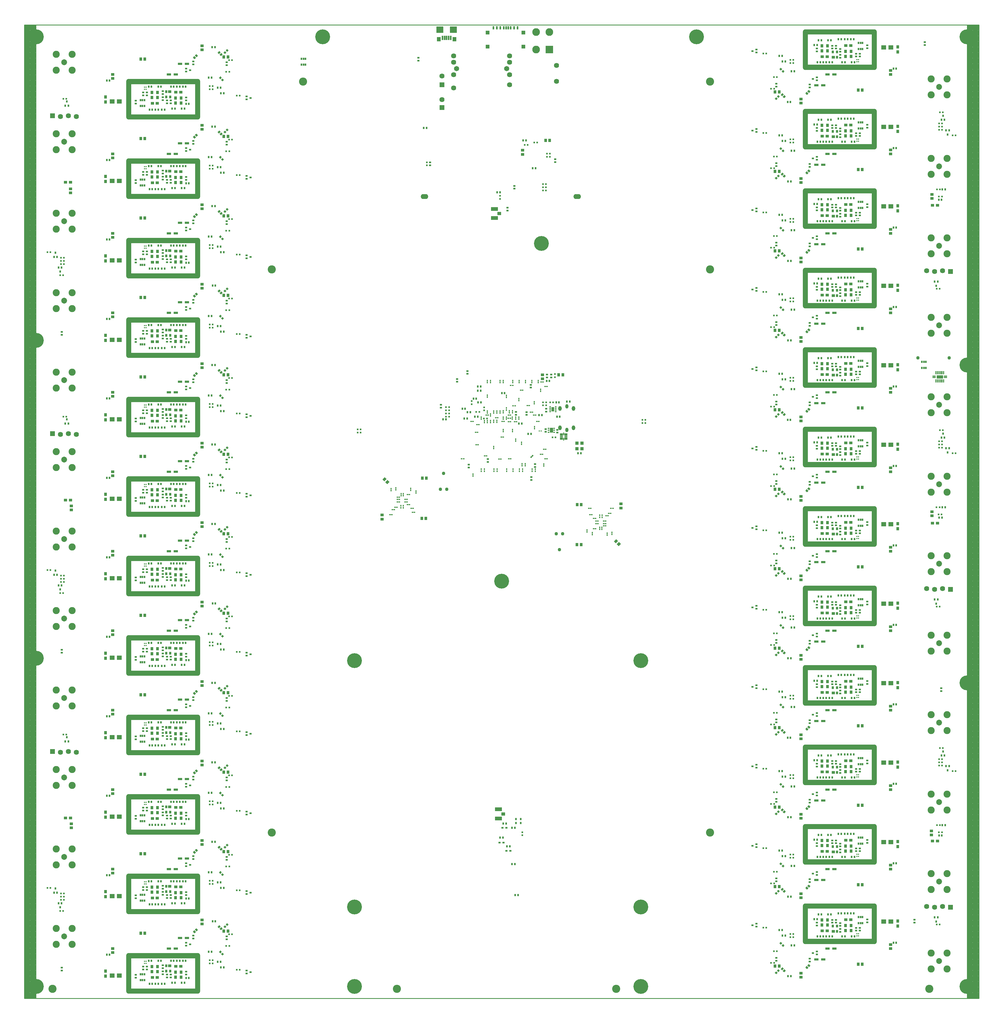
<source format=gbs>
*
*
G04 PADS VX.2.3 Build Number: 9191294 generated Gerber (RS-274-X) file*
G04 PC Version=2.1*
*
%IN "radiant_v2.pcb"*%
*
%MOIN*%
*
%FSLAX35Y35*%
*
*
*
*
G04 PC Standard Apertures*
*
*
G04 Thermal Relief Aperture macro.*
%AMTER*
1,1,$1,0,0*
1,0,$1-$2,0,0*
21,0,$3,$4,0,0,45*
21,0,$3,$4,0,0,135*
%
*
*
G04 Annular Aperture macro.*
%AMANN*
1,1,$1,0,0*
1,0,$2,0,0*
%
*
*
G04 Odd Aperture macro.*
%AMODD*
1,1,$1,0,0*
1,0,$1-0.005,0,0*
%
*
*
G04 PC Custom Aperture Macros*
*
*
*
*
*
*
G04 PC Aperture Table*
*
%ADD010C,0.001*%
%ADD017C,0.002*%
%ADD130C,0.05906*%
%ADD134C,0.01*%
%ADD135C,0.007*%
%ADD204C,0.073*%
%ADD205C,0.089*%
%ADD208R,0.024X0.028*%
%ADD213R,0.028X0.024*%
%ADD214R,0.029X0.024*%
%ADD219R,0.02369X0.02369*%
%ADD226R,0.02369X0.02762*%
%ADD232R,0.039X0.032*%
%ADD233R,0.042X0.034*%
%ADD241R,0.064X0.064*%
%ADD242C,0.064*%
%ADD251R,0.02762X0.02369*%
%ADD255R,0.06306X0.06306*%
%ADD262O,0.09455X0.06306*%
%ADD272R,0.016X0.02*%
%ADD273R,0.02X0.016*%
%ADD275R,0.01581X0.01778*%
%ADD276R,0.01345X0.03943*%
%ADD277R,0.03943X0.01345*%
%ADD278R,0.0788X0.03943*%
%ADD287R,0.097X0.097*%
%ADD288C,0.097*%
%ADD291O,0.04337X0.05912*%
%ADD295C,0.187*%
%ADD299C,0.06502*%
%ADD301C,0.043*%
%ADD303C,0.04337*%
%ADD304R,0.09061X0.04534*%
%ADD305R,0.04534X0.04337*%
%ADD313R,0.055X0.028*%
%ADD318R,0.024X0.029*%
%ADD319R,0.032X0.039*%
%ADD320R,0.02X0.028*%
%ADD321R,0.02762X0.0355*%
%ADD322R,0.03943X0.0355*%
%ADD323R,0.064X0.054*%
%ADD324R,0.01463X0.01581*%
%ADD325R,0.034X0.042*%
%ADD326R,0.02054X0.02762*%
%ADD327R,0.01975X0.01424*%
%ADD328R,0.0405X0.06018*%
%ADD329R,0.01975X0.01306*%
%ADD330R,0.0355X0.05518*%
%ADD331R,0.04534X0.05124*%
%ADD332R,0.02369X0.04337*%
%ADD333R,0.01975X0.05715*%
%ADD334R,0.05124X0.05518*%
%ADD335R,0.08865X0.0788*%
%ADD336R,0.01266X0.03707*%
%ADD349C,0.10243*%
%ADD350R,0.04337X0.03943*%
%ADD357O,0.03943X0.05518*%
*
*
*
*
G04 PC Circuitry*
G04 Layer Name radiant_v2.pcb - circuitry*
%LPD*%
*
*
G04 PC Custom Flashes*
G04 Layer Name radiant_v2.pcb - flashes*
%LPD*%
*
*
G04 PC Circuitry*
G04 Layer Name radiant_v2.pcb - circuitry*
%LPD*%
*
G54D10*
G54D17*
G01X352108Y191641D02*
X350575Y190108D01*
X352108Y188575*
X353641Y190108*
X352108Y191641*
X352083Y188600D02*
X352133D01*
X351883Y188800D02*
X352333D01*
X351683Y189000D02*
X352533D01*
X351483Y189200D02*
X352733D01*
X351283Y189400D02*
X352933D01*
X351083Y189600D02*
X353133D01*
X350883Y189800D02*
X353333D01*
X350683Y190000D02*
X353533D01*
X350667Y190200D02*
X353549D01*
X350867Y190400D02*
X353349D01*
X351067Y190600D02*
X353149D01*
X351267Y190800D02*
X352949D01*
X351467Y191000D02*
X352749D01*
X351667Y191200D02*
X352549D01*
X351867Y191400D02*
X352349D01*
X352067Y191600D02*
X352149D01*
X350600Y190083D02*
Y190133D01*
X350800Y189883D02*
Y190333D01*
X351000Y189683D02*
Y190533D01*
X351200Y189483D02*
Y190733D01*
X351400Y189283D02*
Y190933D01*
X351600Y189083D02*
Y191133D01*
X351800Y188883D02*
Y191333D01*
X352000Y188683D02*
Y191533D01*
X352200Y188667D02*
Y191549D01*
X352400Y188867D02*
Y191349D01*
X352600Y189067D02*
Y191149D01*
X352800Y189267D02*
Y190949D01*
X353000Y189467D02*
Y190749D01*
X353200Y189667D02*
Y190549D01*
X353400Y189867D02*
Y190349D01*
X353600Y190067D02*
Y190149D01*
X354892Y194425D02*
X353359Y192892D01*
X354892Y191359*
X356425Y192892*
X354892Y194425*
X354851Y191400D02*
X354933D01*
X354651Y191600D02*
X355133D01*
X354451Y191800D02*
X355333D01*
X354251Y192000D02*
X355533D01*
X354051Y192200D02*
X355733D01*
X353851Y192400D02*
X355933D01*
X353651Y192600D02*
X356133D01*
X353451Y192800D02*
X356333D01*
X353467Y193000D02*
X356317D01*
X353667Y193200D02*
X356117D01*
X353867Y193400D02*
X355917D01*
X354067Y193600D02*
X355717D01*
X354267Y193800D02*
X355517D01*
X354467Y194000D02*
X355317D01*
X354667Y194200D02*
X355117D01*
X354867Y194400D02*
X354917D01*
X353400Y192851D02*
Y192933D01*
X353600Y192651D02*
Y193133D01*
X353800Y192451D02*
Y193333D01*
X354000Y192251D02*
Y193533D01*
X354200Y192051D02*
Y193733D01*
X354400Y191851D02*
Y193933D01*
X354600Y191651D02*
Y194133D01*
X354800Y191451D02*
Y194333D01*
X355000Y191467D02*
Y194317D01*
X355200Y191667D02*
Y194117D01*
X355400Y191867D02*
Y193917D01*
X355600Y192067D02*
Y193717D01*
X355800Y192267D02*
Y193517D01*
X356000Y192467D02*
Y193317D01*
X356200Y192667D02*
Y193117D01*
X356400Y192867D02*
Y192917D01*
X347841Y158492D02*
X346308Y160025D01*
X344775Y158492*
X346308Y156959*
X347841Y158492*
X346267Y157000D02*
X346349D01*
X346067Y157200D02*
X346549D01*
X345867Y157400D02*
X346749D01*
X345667Y157600D02*
X346949D01*
X345467Y157800D02*
X347149D01*
X345267Y158000D02*
X347349D01*
X345067Y158200D02*
X347549D01*
X344867Y158400D02*
X347749D01*
X344883Y158600D02*
X347733D01*
X345083Y158800D02*
X347533D01*
X345283Y159000D02*
X347333D01*
X345483Y159200D02*
X347133D01*
X345683Y159400D02*
X346933D01*
X345883Y159600D02*
X346733D01*
X346083Y159800D02*
X346533D01*
X346283Y160000D02*
X346333D01*
X344800Y158467D02*
Y158517D01*
X345000Y158267D02*
Y158717D01*
X345200Y158067D02*
Y158917D01*
X345400Y157867D02*
Y159117D01*
X345600Y157667D02*
Y159317D01*
X345800Y157467D02*
Y159517D01*
X346000Y157267D02*
Y159717D01*
X346200Y157067D02*
Y159917D01*
X346400Y157051D02*
Y159933D01*
X346600Y157251D02*
Y159733D01*
X346800Y157451D02*
Y159533D01*
X347000Y157651D02*
Y159333D01*
X347200Y157851D02*
Y159133D01*
X347400Y158051D02*
Y158933D01*
X347600Y158251D02*
Y158733D01*
X347800Y158451D02*
Y158533D01*
X350625Y155708D02*
X349092Y157241D01*
X347559Y155708*
X349092Y154175*
X350625Y155708*
X349067Y154200D02*
X349117D01*
X348867Y154400D02*
X349317D01*
X348667Y154600D02*
X349517D01*
X348467Y154800D02*
X349717D01*
X348267Y155000D02*
X349917D01*
X348067Y155200D02*
X350117D01*
X347867Y155400D02*
X350317D01*
X347667Y155600D02*
X350517D01*
X347651Y155800D02*
X350533D01*
X347851Y156000D02*
X350333D01*
X348051Y156200D02*
X350133D01*
X348251Y156400D02*
X349933D01*
X348451Y156600D02*
X349733D01*
X348651Y156800D02*
X349533D01*
X348851Y157000D02*
X349333D01*
X349051Y157200D02*
X349133D01*
X347600Y155667D02*
Y155749D01*
X347800Y155467D02*
Y155949D01*
X348000Y155267D02*
Y156149D01*
X348200Y155067D02*
Y156349D01*
X348400Y154867D02*
Y156549D01*
X348600Y154667D02*
Y156749D01*
X348800Y154467D02*
Y156949D01*
X349000Y154267D02*
Y157149D01*
X349200Y154283D02*
Y157133D01*
X349400Y154483D02*
Y156933D01*
X349600Y154683D02*
Y156733D01*
X349800Y154883D02*
Y156533D01*
X350000Y155083D02*
Y156333D01*
X350200Y155283D02*
Y156133D01*
X350400Y155483D02*
Y155933D01*
X350600Y155683D02*
Y155733D01*
X352108Y291641D02*
X350575Y290108D01*
X352108Y288575*
X353641Y290108*
X352108Y291641*
X352083Y288600D02*
X352133D01*
X351883Y288800D02*
X352333D01*
X351683Y289000D02*
X352533D01*
X351483Y289200D02*
X352733D01*
X351283Y289400D02*
X352933D01*
X351083Y289600D02*
X353133D01*
X350883Y289800D02*
X353333D01*
X350683Y290000D02*
X353533D01*
X350667Y290200D02*
X353549D01*
X350867Y290400D02*
X353349D01*
X351067Y290600D02*
X353149D01*
X351267Y290800D02*
X352949D01*
X351467Y291000D02*
X352749D01*
X351667Y291200D02*
X352549D01*
X351867Y291400D02*
X352349D01*
X352067Y291600D02*
X352149D01*
X350600Y290083D02*
Y290133D01*
X350800Y289883D02*
Y290333D01*
X351000Y289683D02*
Y290533D01*
X351200Y289483D02*
Y290733D01*
X351400Y289283D02*
Y290933D01*
X351600Y289083D02*
Y291133D01*
X351800Y288883D02*
Y291333D01*
X352000Y288683D02*
Y291533D01*
X352200Y288667D02*
Y291549D01*
X352400Y288867D02*
Y291349D01*
X352600Y289067D02*
Y291149D01*
X352800Y289267D02*
Y290949D01*
X353000Y289467D02*
Y290749D01*
X353200Y289667D02*
Y290549D01*
X353400Y289867D02*
Y290349D01*
X353600Y290067D02*
Y290149D01*
X354892Y294425D02*
X353359Y292892D01*
X354892Y291359*
X356425Y292892*
X354892Y294425*
X354851Y291400D02*
X354933D01*
X354651Y291600D02*
X355133D01*
X354451Y291800D02*
X355333D01*
X354251Y292000D02*
X355533D01*
X354051Y292200D02*
X355733D01*
X353851Y292400D02*
X355933D01*
X353651Y292600D02*
X356133D01*
X353451Y292800D02*
X356333D01*
X353467Y293000D02*
X356317D01*
X353667Y293200D02*
X356117D01*
X353867Y293400D02*
X355917D01*
X354067Y293600D02*
X355717D01*
X354267Y293800D02*
X355517D01*
X354467Y294000D02*
X355317D01*
X354667Y294200D02*
X355117D01*
X354867Y294400D02*
X354917D01*
X353400Y292851D02*
Y292933D01*
X353600Y292651D02*
Y293133D01*
X353800Y292451D02*
Y293333D01*
X354000Y292251D02*
Y293533D01*
X354200Y292051D02*
Y293733D01*
X354400Y291851D02*
Y293933D01*
X354600Y291651D02*
Y294133D01*
X354800Y291451D02*
Y294333D01*
X355000Y291467D02*
Y294317D01*
X355200Y291667D02*
Y294117D01*
X355400Y291867D02*
Y293917D01*
X355600Y292067D02*
Y293717D01*
X355800Y292267D02*
Y293517D01*
X356000Y292467D02*
Y293317D01*
X356200Y292667D02*
Y293117D01*
X356400Y292867D02*
Y292917D01*
X347841Y258492D02*
X346308Y260025D01*
X344775Y258492*
X346308Y256959*
X347841Y258492*
X346267Y257000D02*
X346349D01*
X346067Y257200D02*
X346549D01*
X345867Y257400D02*
X346749D01*
X345667Y257600D02*
X346949D01*
X345467Y257800D02*
X347149D01*
X345267Y258000D02*
X347349D01*
X345067Y258200D02*
X347549D01*
X344867Y258400D02*
X347749D01*
X344883Y258600D02*
X347733D01*
X345083Y258800D02*
X347533D01*
X345283Y259000D02*
X347333D01*
X345483Y259200D02*
X347133D01*
X345683Y259400D02*
X346933D01*
X345883Y259600D02*
X346733D01*
X346083Y259800D02*
X346533D01*
X346283Y260000D02*
X346333D01*
X344800Y258467D02*
Y258517D01*
X345000Y258267D02*
Y258717D01*
X345200Y258067D02*
Y258917D01*
X345400Y257867D02*
Y259117D01*
X345600Y257667D02*
Y259317D01*
X345800Y257467D02*
Y259517D01*
X346000Y257267D02*
Y259717D01*
X346200Y257067D02*
Y259917D01*
X346400Y257051D02*
Y259933D01*
X346600Y257251D02*
Y259733D01*
X346800Y257451D02*
Y259533D01*
X347000Y257651D02*
Y259333D01*
X347200Y257851D02*
Y259133D01*
X347400Y258051D02*
Y258933D01*
X347600Y258251D02*
Y258733D01*
X347800Y258451D02*
Y258533D01*
X350625Y255708D02*
X349092Y257241D01*
X347559Y255708*
X349092Y254175*
X350625Y255708*
X349067Y254200D02*
X349117D01*
X348867Y254400D02*
X349317D01*
X348667Y254600D02*
X349517D01*
X348467Y254800D02*
X349717D01*
X348267Y255000D02*
X349917D01*
X348067Y255200D02*
X350117D01*
X347867Y255400D02*
X350317D01*
X347667Y255600D02*
X350517D01*
X347651Y255800D02*
X350533D01*
X347851Y256000D02*
X350333D01*
X348051Y256200D02*
X350133D01*
X348251Y256400D02*
X349933D01*
X348451Y256600D02*
X349733D01*
X348651Y256800D02*
X349533D01*
X348851Y257000D02*
X349333D01*
X349051Y257200D02*
X349133D01*
X347600Y255667D02*
Y255749D01*
X347800Y255467D02*
Y255949D01*
X348000Y255267D02*
Y256149D01*
X348200Y255067D02*
Y256349D01*
X348400Y254867D02*
Y256549D01*
X348600Y254667D02*
Y256749D01*
X348800Y254467D02*
Y256949D01*
X349000Y254267D02*
Y257149D01*
X349200Y254283D02*
Y257133D01*
X349400Y254483D02*
Y256933D01*
X349600Y254683D02*
Y256733D01*
X349800Y254883D02*
Y256533D01*
X350000Y255083D02*
Y256333D01*
X350200Y255283D02*
Y256133D01*
X350400Y255483D02*
Y255933D01*
X350600Y255683D02*
Y255733D01*
X352108Y391641D02*
X350575Y390108D01*
X352108Y388575*
X353641Y390108*
X352108Y391641*
X352083Y388600D02*
X352133D01*
X351883Y388800D02*
X352333D01*
X351683Y389000D02*
X352533D01*
X351483Y389200D02*
X352733D01*
X351283Y389400D02*
X352933D01*
X351083Y389600D02*
X353133D01*
X350883Y389800D02*
X353333D01*
X350683Y390000D02*
X353533D01*
X350667Y390200D02*
X353549D01*
X350867Y390400D02*
X353349D01*
X351067Y390600D02*
X353149D01*
X351267Y390800D02*
X352949D01*
X351467Y391000D02*
X352749D01*
X351667Y391200D02*
X352549D01*
X351867Y391400D02*
X352349D01*
X352067Y391600D02*
X352149D01*
X350600Y390083D02*
Y390133D01*
X350800Y389883D02*
Y390333D01*
X351000Y389683D02*
Y390533D01*
X351200Y389483D02*
Y390733D01*
X351400Y389283D02*
Y390933D01*
X351600Y389083D02*
Y391133D01*
X351800Y388883D02*
Y391333D01*
X352000Y388683D02*
Y391533D01*
X352200Y388667D02*
Y391549D01*
X352400Y388867D02*
Y391349D01*
X352600Y389067D02*
Y391149D01*
X352800Y389267D02*
Y390949D01*
X353000Y389467D02*
Y390749D01*
X353200Y389667D02*
Y390549D01*
X353400Y389867D02*
Y390349D01*
X353600Y390067D02*
Y390149D01*
X354892Y394425D02*
X353359Y392892D01*
X354892Y391359*
X356425Y392892*
X354892Y394425*
X354851Y391400D02*
X354933D01*
X354651Y391600D02*
X355133D01*
X354451Y391800D02*
X355333D01*
X354251Y392000D02*
X355533D01*
X354051Y392200D02*
X355733D01*
X353851Y392400D02*
X355933D01*
X353651Y392600D02*
X356133D01*
X353451Y392800D02*
X356333D01*
X353467Y393000D02*
X356317D01*
X353667Y393200D02*
X356117D01*
X353867Y393400D02*
X355917D01*
X354067Y393600D02*
X355717D01*
X354267Y393800D02*
X355517D01*
X354467Y394000D02*
X355317D01*
X354667Y394200D02*
X355117D01*
X354867Y394400D02*
X354917D01*
X353400Y392851D02*
Y392933D01*
X353600Y392651D02*
Y393133D01*
X353800Y392451D02*
Y393333D01*
X354000Y392251D02*
Y393533D01*
X354200Y392051D02*
Y393733D01*
X354400Y391851D02*
Y393933D01*
X354600Y391651D02*
Y394133D01*
X354800Y391451D02*
Y394333D01*
X355000Y391467D02*
Y394317D01*
X355200Y391667D02*
Y394117D01*
X355400Y391867D02*
Y393917D01*
X355600Y392067D02*
Y393717D01*
X355800Y392267D02*
Y393517D01*
X356000Y392467D02*
Y393317D01*
X356200Y392667D02*
Y393117D01*
X356400Y392867D02*
Y392917D01*
X347841Y358492D02*
X346308Y360025D01*
X344775Y358492*
X346308Y356959*
X347841Y358492*
X346267Y357000D02*
X346349D01*
X346067Y357200D02*
X346549D01*
X345867Y357400D02*
X346749D01*
X345667Y357600D02*
X346949D01*
X345467Y357800D02*
X347149D01*
X345267Y358000D02*
X347349D01*
X345067Y358200D02*
X347549D01*
X344867Y358400D02*
X347749D01*
X344883Y358600D02*
X347733D01*
X345083Y358800D02*
X347533D01*
X345283Y359000D02*
X347333D01*
X345483Y359200D02*
X347133D01*
X345683Y359400D02*
X346933D01*
X345883Y359600D02*
X346733D01*
X346083Y359800D02*
X346533D01*
X346283Y360000D02*
X346333D01*
X344800Y358467D02*
Y358517D01*
X345000Y358267D02*
Y358717D01*
X345200Y358067D02*
Y358917D01*
X345400Y357867D02*
Y359117D01*
X345600Y357667D02*
Y359317D01*
X345800Y357467D02*
Y359517D01*
X346000Y357267D02*
Y359717D01*
X346200Y357067D02*
Y359917D01*
X346400Y357051D02*
Y359933D01*
X346600Y357251D02*
Y359733D01*
X346800Y357451D02*
Y359533D01*
X347000Y357651D02*
Y359333D01*
X347200Y357851D02*
Y359133D01*
X347400Y358051D02*
Y358933D01*
X347600Y358251D02*
Y358733D01*
X347800Y358451D02*
Y358533D01*
X350625Y355708D02*
X349092Y357241D01*
X347559Y355708*
X349092Y354175*
X350625Y355708*
X349067Y354200D02*
X349117D01*
X348867Y354400D02*
X349317D01*
X348667Y354600D02*
X349517D01*
X348467Y354800D02*
X349717D01*
X348267Y355000D02*
X349917D01*
X348067Y355200D02*
X350117D01*
X347867Y355400D02*
X350317D01*
X347667Y355600D02*
X350517D01*
X347651Y355800D02*
X350533D01*
X347851Y356000D02*
X350333D01*
X348051Y356200D02*
X350133D01*
X348251Y356400D02*
X349933D01*
X348451Y356600D02*
X349733D01*
X348651Y356800D02*
X349533D01*
X348851Y357000D02*
X349333D01*
X349051Y357200D02*
X349133D01*
X347600Y355667D02*
Y355749D01*
X347800Y355467D02*
Y355949D01*
X348000Y355267D02*
Y356149D01*
X348200Y355067D02*
Y356349D01*
X348400Y354867D02*
Y356549D01*
X348600Y354667D02*
Y356749D01*
X348800Y354467D02*
Y356949D01*
X349000Y354267D02*
Y357149D01*
X349200Y354283D02*
Y357133D01*
X349400Y354483D02*
Y356933D01*
X349600Y354683D02*
Y356733D01*
X349800Y354883D02*
Y356533D01*
X350000Y355083D02*
Y356333D01*
X350200Y355283D02*
Y356133D01*
X350400Y355483D02*
Y355933D01*
X350600Y355683D02*
Y355733D01*
X347841Y458492D02*
X346308Y460025D01*
X344775Y458492*
X346308Y456959*
X347841Y458492*
X346267Y457000D02*
X346349D01*
X346067Y457200D02*
X346549D01*
X345867Y457400D02*
X346749D01*
X345667Y457600D02*
X346949D01*
X345467Y457800D02*
X347149D01*
X345267Y458000D02*
X347349D01*
X345067Y458200D02*
X347549D01*
X344867Y458400D02*
X347749D01*
X344883Y458600D02*
X347733D01*
X345083Y458800D02*
X347533D01*
X345283Y459000D02*
X347333D01*
X345483Y459200D02*
X347133D01*
X345683Y459400D02*
X346933D01*
X345883Y459600D02*
X346733D01*
X346083Y459800D02*
X346533D01*
X346283Y460000D02*
X346333D01*
X344800Y458467D02*
Y458517D01*
X345000Y458267D02*
Y458717D01*
X345200Y458067D02*
Y458917D01*
X345400Y457867D02*
Y459117D01*
X345600Y457667D02*
Y459317D01*
X345800Y457467D02*
Y459517D01*
X346000Y457267D02*
Y459717D01*
X346200Y457067D02*
Y459917D01*
X346400Y457051D02*
Y459933D01*
X346600Y457251D02*
Y459733D01*
X346800Y457451D02*
Y459533D01*
X347000Y457651D02*
Y459333D01*
X347200Y457851D02*
Y459133D01*
X347400Y458051D02*
Y458933D01*
X347600Y458251D02*
Y458733D01*
X347800Y458451D02*
Y458533D01*
X350625Y455708D02*
X349092Y457241D01*
X347559Y455708*
X349092Y454175*
X350625Y455708*
X349067Y454200D02*
X349117D01*
X348867Y454400D02*
X349317D01*
X348667Y454600D02*
X349517D01*
X348467Y454800D02*
X349717D01*
X348267Y455000D02*
X349917D01*
X348067Y455200D02*
X350117D01*
X347867Y455400D02*
X350317D01*
X347667Y455600D02*
X350517D01*
X347651Y455800D02*
X350533D01*
X347851Y456000D02*
X350333D01*
X348051Y456200D02*
X350133D01*
X348251Y456400D02*
X349933D01*
X348451Y456600D02*
X349733D01*
X348651Y456800D02*
X349533D01*
X348851Y457000D02*
X349333D01*
X349051Y457200D02*
X349133D01*
X347600Y455667D02*
Y455749D01*
X347800Y455467D02*
Y455949D01*
X348000Y455267D02*
Y456149D01*
X348200Y455067D02*
Y456349D01*
X348400Y454867D02*
Y456549D01*
X348600Y454667D02*
Y456749D01*
X348800Y454467D02*
Y456949D01*
X349000Y454267D02*
Y457149D01*
X349200Y454283D02*
Y457133D01*
X349400Y454483D02*
Y456933D01*
X349600Y454683D02*
Y456733D01*
X349800Y454883D02*
Y456533D01*
X350000Y455083D02*
Y456333D01*
X350200Y455283D02*
Y456133D01*
X350400Y455483D02*
Y455933D01*
X350600Y455683D02*
Y455733D01*
X344606Y188556D02*
X346444Y190394D01*
X344889Y191950*
X343050Y190111*
X344606Y188556*
X344562Y188600D02*
X344650D01*
X344362Y188800D02*
X344850D01*
X344162Y189000D02*
X345050D01*
X343962Y189200D02*
X345250D01*
X343762Y189400D02*
X345450D01*
X343562Y189600D02*
X345650D01*
X343362Y189800D02*
X345850D01*
X343162Y190000D02*
X346050D01*
X343139Y190200D02*
X346250D01*
X343339Y190400D02*
X346438D01*
X343539Y190600D02*
X346238D01*
X343739Y190800D02*
X346038D01*
X343939Y191000D02*
X345838D01*
X344139Y191200D02*
X345638D01*
X344339Y191400D02*
X345438D01*
X344539Y191600D02*
X345238D01*
X344739Y191800D02*
X345038D01*
X343200Y189962D02*
Y190261D01*
X343400Y189762D02*
Y190461D01*
X343600Y189562D02*
Y190661D01*
X343800Y189362D02*
Y190861D01*
X344000Y189162D02*
Y191061D01*
X344200Y188962D02*
Y191261D01*
X344400Y188762D02*
Y191461D01*
X344600Y188562D02*
Y191661D01*
X344800Y188750D02*
Y191861D01*
X345000Y188950D02*
Y191838D01*
X345200Y189150D02*
Y191638D01*
X345400Y189350D02*
Y191438D01*
X345600Y189550D02*
Y191238D01*
X345800Y189750D02*
Y191038D01*
X346000Y189950D02*
Y190838D01*
X346200Y190150D02*
Y190638D01*
X346400Y190350D02*
Y190438D01*
X347111Y186050D02*
X348950Y187889D01*
X347394Y189444*
X345556Y187606*
X347111Y186050*
X346962Y186200D02*
X347261D01*
X346762Y186400D02*
X347461D01*
X346562Y186600D02*
X347661D01*
X346362Y186800D02*
X347861D01*
X346162Y187000D02*
X348061D01*
X345962Y187200D02*
X348261D01*
X345762Y187400D02*
X348461D01*
X345562Y187600D02*
X348661D01*
X345750Y187800D02*
X348861D01*
X345950Y188000D02*
X348838D01*
X346150Y188200D02*
X348638D01*
X346350Y188400D02*
X348438D01*
X346550Y188600D02*
X348238D01*
X346750Y188800D02*
X348038D01*
X346950Y189000D02*
X347838D01*
X347150Y189200D02*
X347638D01*
X347350Y189400D02*
X347438D01*
X345600Y187562D02*
Y187650D01*
X345800Y187362D02*
Y187850D01*
X346000Y187162D02*
Y188050D01*
X346200Y186962D02*
Y188250D01*
X346400Y186762D02*
Y188450D01*
X346600Y186562D02*
Y188650D01*
X346800Y186362D02*
Y188850D01*
X347000Y186162D02*
Y189050D01*
X347200Y186139D02*
Y189250D01*
X347400Y186339D02*
Y189438D01*
X347600Y186539D02*
Y189238D01*
X347800Y186739D02*
Y189038D01*
X348000Y186939D02*
Y188838D01*
X348200Y187139D02*
Y188638D01*
X348400Y187339D02*
Y188438D01*
X348600Y187539D02*
Y188238D01*
X348800Y187739D02*
Y188038D01*
X314556Y186394D02*
X316394Y184556D01*
X317950Y186111*
X316111Y187950*
X314556Y186394*
X316350Y184600D02*
X316438D01*
X316150Y184800D02*
X316638D01*
X315950Y185000D02*
X316838D01*
X315750Y185200D02*
X317038D01*
X315550Y185400D02*
X317238D01*
X315350Y185600D02*
X317438D01*
X315150Y185800D02*
X317638D01*
X314950Y186000D02*
X317838D01*
X314750Y186200D02*
X317861D01*
X314562Y186400D02*
X317661D01*
X314762Y186600D02*
X317461D01*
X314962Y186800D02*
X317261D01*
X315162Y187000D02*
X317061D01*
X315362Y187200D02*
X316861D01*
X315562Y187400D02*
X316661D01*
X315762Y187600D02*
X316461D01*
X315962Y187800D02*
X316261D01*
X314600Y186350D02*
Y186438D01*
X314800Y186150D02*
Y186638D01*
X315000Y185950D02*
Y186838D01*
X315200Y185750D02*
Y187038D01*
X315400Y185550D02*
Y187238D01*
X315600Y185350D02*
Y187438D01*
X315800Y185150D02*
Y187638D01*
X316000Y184950D02*
Y187838D01*
X316200Y184750D02*
Y187861D01*
X316400Y184562D02*
Y187661D01*
X316600Y184762D02*
Y187461D01*
X316800Y184962D02*
Y187261D01*
X317000Y185162D02*
Y187061D01*
X317200Y185362D02*
Y186861D01*
X317400Y185562D02*
Y186661D01*
X317600Y185762D02*
Y186461D01*
X317800Y185962D02*
Y186261D01*
X312050Y183889D02*
X313889Y182050D01*
X315444Y183606*
X313606Y185444*
X312050Y183889*
X313739Y182200D02*
X314038D01*
X313539Y182400D02*
X314238D01*
X313339Y182600D02*
X314438D01*
X313139Y182800D02*
X314638D01*
X312939Y183000D02*
X314838D01*
X312739Y183200D02*
X315038D01*
X312539Y183400D02*
X315238D01*
X312339Y183600D02*
X315438D01*
X312139Y183800D02*
X315250D01*
X312162Y184000D02*
X315050D01*
X312362Y184200D02*
X314850D01*
X312562Y184400D02*
X314650D01*
X312762Y184600D02*
X314450D01*
X312962Y184800D02*
X314250D01*
X313162Y185000D02*
X314050D01*
X313362Y185200D02*
X313850D01*
X313562Y185400D02*
X313650D01*
X312200Y183739D02*
Y184038D01*
X312400Y183539D02*
Y184238D01*
X312600Y183339D02*
Y184438D01*
X312800Y183139D02*
Y184638D01*
X313000Y182939D02*
Y184838D01*
X313200Y182739D02*
Y185038D01*
X313400Y182539D02*
Y185238D01*
X313600Y182339D02*
Y185438D01*
X313800Y182139D02*
Y185250D01*
X314000Y182162D02*
Y185050D01*
X314200Y182362D02*
Y184850D01*
X314400Y182562D02*
Y184650D01*
X314600Y182762D02*
Y184450D01*
X314800Y182962D02*
Y184250D01*
X315000Y183162D02*
Y184050D01*
X315200Y183362D02*
Y183850D01*
X315400Y183562D02*
Y183650D01*
X314556Y286394D02*
X316394Y284556D01*
X317950Y286111*
X316111Y287950*
X314556Y286394*
X316350Y284600D02*
X316438D01*
X316150Y284800D02*
X316638D01*
X315950Y285000D02*
X316838D01*
X315750Y285200D02*
X317038D01*
X315550Y285400D02*
X317238D01*
X315350Y285600D02*
X317438D01*
X315150Y285800D02*
X317638D01*
X314950Y286000D02*
X317838D01*
X314750Y286200D02*
X317861D01*
X314562Y286400D02*
X317661D01*
X314762Y286600D02*
X317461D01*
X314962Y286800D02*
X317261D01*
X315162Y287000D02*
X317061D01*
X315362Y287200D02*
X316861D01*
X315562Y287400D02*
X316661D01*
X315762Y287600D02*
X316461D01*
X315962Y287800D02*
X316261D01*
X314600Y286350D02*
Y286438D01*
X314800Y286150D02*
Y286638D01*
X315000Y285950D02*
Y286838D01*
X315200Y285750D02*
Y287038D01*
X315400Y285550D02*
Y287238D01*
X315600Y285350D02*
Y287438D01*
X315800Y285150D02*
Y287638D01*
X316000Y284950D02*
Y287838D01*
X316200Y284750D02*
Y287861D01*
X316400Y284562D02*
Y287661D01*
X316600Y284762D02*
Y287461D01*
X316800Y284962D02*
Y287261D01*
X317000Y285162D02*
Y287061D01*
X317200Y285362D02*
Y286861D01*
X317400Y285562D02*
Y286661D01*
X317600Y285762D02*
Y286461D01*
X317800Y285962D02*
Y286261D01*
X312050Y283889D02*
X313889Y282050D01*
X315444Y283606*
X313606Y285444*
X312050Y283889*
X313739Y282200D02*
X314038D01*
X313539Y282400D02*
X314238D01*
X313339Y282600D02*
X314438D01*
X313139Y282800D02*
X314638D01*
X312939Y283000D02*
X314838D01*
X312739Y283200D02*
X315038D01*
X312539Y283400D02*
X315238D01*
X312339Y283600D02*
X315438D01*
X312139Y283800D02*
X315250D01*
X312162Y284000D02*
X315050D01*
X312362Y284200D02*
X314850D01*
X312562Y284400D02*
X314650D01*
X312762Y284600D02*
X314450D01*
X312962Y284800D02*
X314250D01*
X313162Y285000D02*
X314050D01*
X313362Y285200D02*
X313850D01*
X313562Y285400D02*
X313650D01*
X312200Y283739D02*
Y284038D01*
X312400Y283539D02*
Y284238D01*
X312600Y283339D02*
Y284438D01*
X312800Y283139D02*
Y284638D01*
X313000Y282939D02*
Y284838D01*
X313200Y282739D02*
Y285038D01*
X313400Y282539D02*
Y285238D01*
X313600Y282339D02*
Y285438D01*
X313800Y282139D02*
Y285250D01*
X314000Y282162D02*
Y285050D01*
X314200Y282362D02*
Y284850D01*
X314400Y282562D02*
Y284650D01*
X314600Y282762D02*
Y284450D01*
X314800Y282962D02*
Y284250D01*
X315000Y283162D02*
Y284050D01*
X315200Y283362D02*
Y283850D01*
X315400Y283562D02*
Y283650D01*
X344606Y288556D02*
X346444Y290394D01*
X344889Y291950*
X343050Y290111*
X344606Y288556*
X344562Y288600D02*
X344650D01*
X344362Y288800D02*
X344850D01*
X344162Y289000D02*
X345050D01*
X343962Y289200D02*
X345250D01*
X343762Y289400D02*
X345450D01*
X343562Y289600D02*
X345650D01*
X343362Y289800D02*
X345850D01*
X343162Y290000D02*
X346050D01*
X343139Y290200D02*
X346250D01*
X343339Y290400D02*
X346438D01*
X343539Y290600D02*
X346238D01*
X343739Y290800D02*
X346038D01*
X343939Y291000D02*
X345838D01*
X344139Y291200D02*
X345638D01*
X344339Y291400D02*
X345438D01*
X344539Y291600D02*
X345238D01*
X344739Y291800D02*
X345038D01*
X343200Y289962D02*
Y290261D01*
X343400Y289762D02*
Y290461D01*
X343600Y289562D02*
Y290661D01*
X343800Y289362D02*
Y290861D01*
X344000Y289162D02*
Y291061D01*
X344200Y288962D02*
Y291261D01*
X344400Y288762D02*
Y291461D01*
X344600Y288562D02*
Y291661D01*
X344800Y288750D02*
Y291861D01*
X345000Y288950D02*
Y291838D01*
X345200Y289150D02*
Y291638D01*
X345400Y289350D02*
Y291438D01*
X345600Y289550D02*
Y291238D01*
X345800Y289750D02*
Y291038D01*
X346000Y289950D02*
Y290838D01*
X346200Y290150D02*
Y290638D01*
X346400Y290350D02*
Y290438D01*
X347111Y286050D02*
X348950Y287889D01*
X347394Y289444*
X345556Y287606*
X347111Y286050*
X346962Y286200D02*
X347261D01*
X346762Y286400D02*
X347461D01*
X346562Y286600D02*
X347661D01*
X346362Y286800D02*
X347861D01*
X346162Y287000D02*
X348061D01*
X345962Y287200D02*
X348261D01*
X345762Y287400D02*
X348461D01*
X345562Y287600D02*
X348661D01*
X345750Y287800D02*
X348861D01*
X345950Y288000D02*
X348838D01*
X346150Y288200D02*
X348638D01*
X346350Y288400D02*
X348438D01*
X346550Y288600D02*
X348238D01*
X346750Y288800D02*
X348038D01*
X346950Y289000D02*
X347838D01*
X347150Y289200D02*
X347638D01*
X347350Y289400D02*
X347438D01*
X345600Y287562D02*
Y287650D01*
X345800Y287362D02*
Y287850D01*
X346000Y287162D02*
Y288050D01*
X346200Y286962D02*
Y288250D01*
X346400Y286762D02*
Y288450D01*
X346600Y286562D02*
Y288650D01*
X346800Y286362D02*
Y288850D01*
X347000Y286162D02*
Y289050D01*
X347200Y286139D02*
Y289250D01*
X347400Y286339D02*
Y289438D01*
X347600Y286539D02*
Y289238D01*
X347800Y286739D02*
Y289038D01*
X348000Y286939D02*
Y288838D01*
X348200Y287139D02*
Y288638D01*
X348400Y287339D02*
Y288438D01*
X348600Y287539D02*
Y288238D01*
X348800Y287739D02*
Y288038D01*
X344606Y388556D02*
X346444Y390394D01*
X344889Y391950*
X343050Y390111*
X344606Y388556*
X344562Y388600D02*
X344650D01*
X344362Y388800D02*
X344850D01*
X344162Y389000D02*
X345050D01*
X343962Y389200D02*
X345250D01*
X343762Y389400D02*
X345450D01*
X343562Y389600D02*
X345650D01*
X343362Y389800D02*
X345850D01*
X343162Y390000D02*
X346050D01*
X343139Y390200D02*
X346250D01*
X343339Y390400D02*
X346438D01*
X343539Y390600D02*
X346238D01*
X343739Y390800D02*
X346038D01*
X343939Y391000D02*
X345838D01*
X344139Y391200D02*
X345638D01*
X344339Y391400D02*
X345438D01*
X344539Y391600D02*
X345238D01*
X344739Y391800D02*
X345038D01*
X343200Y389962D02*
Y390261D01*
X343400Y389762D02*
Y390461D01*
X343600Y389562D02*
Y390661D01*
X343800Y389362D02*
Y390861D01*
X344000Y389162D02*
Y391061D01*
X344200Y388962D02*
Y391261D01*
X344400Y388762D02*
Y391461D01*
X344600Y388562D02*
Y391661D01*
X344800Y388750D02*
Y391861D01*
X345000Y388950D02*
Y391838D01*
X345200Y389150D02*
Y391638D01*
X345400Y389350D02*
Y391438D01*
X345600Y389550D02*
Y391238D01*
X345800Y389750D02*
Y391038D01*
X346000Y389950D02*
Y390838D01*
X346200Y390150D02*
Y390638D01*
X346400Y390350D02*
Y390438D01*
X347111Y386050D02*
X348950Y387889D01*
X347394Y389444*
X345556Y387606*
X347111Y386050*
X346962Y386200D02*
X347261D01*
X346762Y386400D02*
X347461D01*
X346562Y386600D02*
X347661D01*
X346362Y386800D02*
X347861D01*
X346162Y387000D02*
X348061D01*
X345962Y387200D02*
X348261D01*
X345762Y387400D02*
X348461D01*
X345562Y387600D02*
X348661D01*
X345750Y387800D02*
X348861D01*
X345950Y388000D02*
X348838D01*
X346150Y388200D02*
X348638D01*
X346350Y388400D02*
X348438D01*
X346550Y388600D02*
X348238D01*
X346750Y388800D02*
X348038D01*
X346950Y389000D02*
X347838D01*
X347150Y389200D02*
X347638D01*
X347350Y389400D02*
X347438D01*
X345600Y387562D02*
Y387650D01*
X345800Y387362D02*
Y387850D01*
X346000Y387162D02*
Y388050D01*
X346200Y386962D02*
Y388250D01*
X346400Y386762D02*
Y388450D01*
X346600Y386562D02*
Y388650D01*
X346800Y386362D02*
Y388850D01*
X347000Y386162D02*
Y389050D01*
X347200Y386139D02*
Y389250D01*
X347400Y386339D02*
Y389438D01*
X347600Y386539D02*
Y389238D01*
X347800Y386739D02*
Y389038D01*
X348000Y386939D02*
Y388838D01*
X348200Y387139D02*
Y388638D01*
X348400Y387339D02*
Y388438D01*
X348600Y387539D02*
Y388238D01*
X348800Y387739D02*
Y388038D01*
X314556Y386394D02*
X316394Y384556D01*
X317950Y386111*
X316111Y387950*
X314556Y386394*
X316350Y384600D02*
X316438D01*
X316150Y384800D02*
X316638D01*
X315950Y385000D02*
X316838D01*
X315750Y385200D02*
X317038D01*
X315550Y385400D02*
X317238D01*
X315350Y385600D02*
X317438D01*
X315150Y385800D02*
X317638D01*
X314950Y386000D02*
X317838D01*
X314750Y386200D02*
X317861D01*
X314562Y386400D02*
X317661D01*
X314762Y386600D02*
X317461D01*
X314962Y386800D02*
X317261D01*
X315162Y387000D02*
X317061D01*
X315362Y387200D02*
X316861D01*
X315562Y387400D02*
X316661D01*
X315762Y387600D02*
X316461D01*
X315962Y387800D02*
X316261D01*
X314600Y386350D02*
Y386438D01*
X314800Y386150D02*
Y386638D01*
X315000Y385950D02*
Y386838D01*
X315200Y385750D02*
Y387038D01*
X315400Y385550D02*
Y387238D01*
X315600Y385350D02*
Y387438D01*
X315800Y385150D02*
Y387638D01*
X316000Y384950D02*
Y387838D01*
X316200Y384750D02*
Y387861D01*
X316400Y384562D02*
Y387661D01*
X316600Y384762D02*
Y387461D01*
X316800Y384962D02*
Y387261D01*
X317000Y385162D02*
Y387061D01*
X317200Y385362D02*
Y386861D01*
X317400Y385562D02*
Y386661D01*
X317600Y385762D02*
Y386461D01*
X317800Y385962D02*
Y386261D01*
X312050Y383889D02*
X313889Y382050D01*
X315444Y383606*
X313606Y385444*
X312050Y383889*
X313739Y382200D02*
X314038D01*
X313539Y382400D02*
X314238D01*
X313339Y382600D02*
X314438D01*
X313139Y382800D02*
X314638D01*
X312939Y383000D02*
X314838D01*
X312739Y383200D02*
X315038D01*
X312539Y383400D02*
X315238D01*
X312339Y383600D02*
X315438D01*
X312139Y383800D02*
X315250D01*
X312162Y384000D02*
X315050D01*
X312362Y384200D02*
X314850D01*
X312562Y384400D02*
X314650D01*
X312762Y384600D02*
X314450D01*
X312962Y384800D02*
X314250D01*
X313162Y385000D02*
X314050D01*
X313362Y385200D02*
X313850D01*
X313562Y385400D02*
X313650D01*
X312200Y383739D02*
Y384038D01*
X312400Y383539D02*
Y384238D01*
X312600Y383339D02*
Y384438D01*
X312800Y383139D02*
Y384638D01*
X313000Y382939D02*
Y384838D01*
X313200Y382739D02*
Y385038D01*
X313400Y382539D02*
Y385238D01*
X313600Y382339D02*
Y385438D01*
X313800Y382139D02*
Y385250D01*
X314000Y382162D02*
Y385050D01*
X314200Y382362D02*
Y384850D01*
X314400Y382562D02*
Y384650D01*
X314600Y382762D02*
Y384450D01*
X314800Y382962D02*
Y384250D01*
X315000Y383162D02*
Y384050D01*
X315200Y383362D02*
Y383850D01*
X315400Y383562D02*
Y383650D01*
X314556Y486394D02*
X316394Y484556D01*
X317950Y486111*
X316111Y487950*
X314556Y486394*
X316350Y484600D02*
X316438D01*
X316150Y484800D02*
X316638D01*
X315950Y485000D02*
X316838D01*
X315750Y485200D02*
X317038D01*
X315550Y485400D02*
X317238D01*
X315350Y485600D02*
X317438D01*
X315150Y485800D02*
X317638D01*
X314950Y486000D02*
X317838D01*
X314750Y486200D02*
X317861D01*
X314562Y486400D02*
X317661D01*
X314762Y486600D02*
X317461D01*
X314962Y486800D02*
X317261D01*
X315162Y487000D02*
X317061D01*
X315362Y487200D02*
X316861D01*
X315562Y487400D02*
X316661D01*
X315762Y487600D02*
X316461D01*
X315962Y487800D02*
X316261D01*
X314600Y486350D02*
Y486438D01*
X314800Y486150D02*
Y486638D01*
X315000Y485950D02*
Y486838D01*
X315200Y485750D02*
Y487038D01*
X315400Y485550D02*
Y487238D01*
X315600Y485350D02*
Y487438D01*
X315800Y485150D02*
Y487638D01*
X316000Y484950D02*
Y487838D01*
X316200Y484750D02*
Y487861D01*
X316400Y484562D02*
Y487661D01*
X316600Y484762D02*
Y487461D01*
X316800Y484962D02*
Y487261D01*
X317000Y485162D02*
Y487061D01*
X317200Y485362D02*
Y486861D01*
X317400Y485562D02*
Y486661D01*
X317600Y485762D02*
Y486461D01*
X317800Y485962D02*
Y486261D01*
X312050Y483889D02*
X313889Y482050D01*
X315444Y483606*
X313606Y485444*
X312050Y483889*
X313739Y482200D02*
X314038D01*
X313539Y482400D02*
X314238D01*
X313339Y482600D02*
X314438D01*
X313139Y482800D02*
X314638D01*
X312939Y483000D02*
X314838D01*
X312739Y483200D02*
X315038D01*
X312539Y483400D02*
X315238D01*
X312339Y483600D02*
X315438D01*
X312139Y483800D02*
X315250D01*
X312162Y484000D02*
X315050D01*
X312362Y484200D02*
X314850D01*
X312562Y484400D02*
X314650D01*
X312762Y484600D02*
X314450D01*
X312962Y484800D02*
X314250D01*
X313162Y485000D02*
X314050D01*
X313362Y485200D02*
X313850D01*
X313562Y485400D02*
X313650D01*
X312200Y483739D02*
Y484038D01*
X312400Y483539D02*
Y484238D01*
X312600Y483339D02*
Y484438D01*
X312800Y483139D02*
Y484638D01*
X313000Y482939D02*
Y484838D01*
X313200Y482739D02*
Y485038D01*
X313400Y482539D02*
Y485238D01*
X313600Y482339D02*
Y485438D01*
X313800Y482139D02*
Y485250D01*
X314000Y482162D02*
Y485050D01*
X314200Y482362D02*
Y484850D01*
X314400Y482562D02*
Y484650D01*
X314600Y482762D02*
Y484450D01*
X314800Y482962D02*
Y484250D01*
X315000Y483162D02*
Y484050D01*
X315200Y483362D02*
Y483850D01*
X315400Y483562D02*
Y483650D01*
X344606Y488556D02*
X346444Y490394D01*
X344889Y491950*
X343050Y490111*
X344606Y488556*
X344562Y488600D02*
X344650D01*
X344362Y488800D02*
X344850D01*
X344162Y489000D02*
X345050D01*
X343962Y489200D02*
X345250D01*
X343762Y489400D02*
X345450D01*
X343562Y489600D02*
X345650D01*
X343362Y489800D02*
X345850D01*
X343162Y490000D02*
X346050D01*
X343139Y490200D02*
X346250D01*
X343339Y490400D02*
X346438D01*
X343539Y490600D02*
X346238D01*
X343739Y490800D02*
X346038D01*
X343939Y491000D02*
X345838D01*
X344139Y491200D02*
X345638D01*
X344339Y491400D02*
X345438D01*
X344539Y491600D02*
X345238D01*
X344739Y491800D02*
X345038D01*
X343200Y489962D02*
Y490261D01*
X343400Y489762D02*
Y490461D01*
X343600Y489562D02*
Y490661D01*
X343800Y489362D02*
Y490861D01*
X344000Y489162D02*
Y491061D01*
X344200Y488962D02*
Y491261D01*
X344400Y488762D02*
Y491461D01*
X344600Y488562D02*
Y491661D01*
X344800Y488750D02*
Y491861D01*
X345000Y488950D02*
Y491838D01*
X345200Y489150D02*
Y491638D01*
X345400Y489350D02*
Y491438D01*
X345600Y489550D02*
Y491238D01*
X345800Y489750D02*
Y491038D01*
X346000Y489950D02*
Y490838D01*
X346200Y490150D02*
Y490638D01*
X346400Y490350D02*
Y490438D01*
X347111Y486050D02*
X348950Y487889D01*
X347394Y489444*
X345556Y487606*
X347111Y486050*
X346962Y486200D02*
X347261D01*
X346762Y486400D02*
X347461D01*
X346562Y486600D02*
X347661D01*
X346362Y486800D02*
X347861D01*
X346162Y487000D02*
X348061D01*
X345962Y487200D02*
X348261D01*
X345762Y487400D02*
X348461D01*
X345562Y487600D02*
X348661D01*
X345750Y487800D02*
X348861D01*
X345950Y488000D02*
X348838D01*
X346150Y488200D02*
X348638D01*
X346350Y488400D02*
X348438D01*
X346550Y488600D02*
X348238D01*
X346750Y488800D02*
X348038D01*
X346950Y489000D02*
X347838D01*
X347150Y489200D02*
X347638D01*
X347350Y489400D02*
X347438D01*
X345600Y487562D02*
Y487650D01*
X345800Y487362D02*
Y487850D01*
X346000Y487162D02*
Y488050D01*
X346200Y486962D02*
Y488250D01*
X346400Y486762D02*
Y488450D01*
X346600Y486562D02*
Y488650D01*
X346800Y486362D02*
Y488850D01*
X347000Y486162D02*
Y489050D01*
X347200Y486139D02*
Y489250D01*
X347400Y486339D02*
Y489438D01*
X347600Y486539D02*
Y489238D01*
X347800Y486739D02*
Y489038D01*
X348000Y486939D02*
Y488838D01*
X348200Y487139D02*
Y488638D01*
X348400Y487339D02*
Y488438D01*
X348600Y487539D02*
Y488238D01*
X348800Y487739D02*
Y488038D01*
X352108Y491641D02*
X350575Y490108D01*
X352108Y488575*
X353641Y490108*
X352108Y491641*
X352083Y488600D02*
X352133D01*
X351883Y488800D02*
X352333D01*
X351683Y489000D02*
X352533D01*
X351483Y489200D02*
X352733D01*
X351283Y489400D02*
X352933D01*
X351083Y489600D02*
X353133D01*
X350883Y489800D02*
X353333D01*
X350683Y490000D02*
X353533D01*
X350667Y490200D02*
X353549D01*
X350867Y490400D02*
X353349D01*
X351067Y490600D02*
X353149D01*
X351267Y490800D02*
X352949D01*
X351467Y491000D02*
X352749D01*
X351667Y491200D02*
X352549D01*
X351867Y491400D02*
X352349D01*
X352067Y491600D02*
X352149D01*
X350600Y490083D02*
Y490133D01*
X350800Y489883D02*
Y490333D01*
X351000Y489683D02*
Y490533D01*
X351200Y489483D02*
Y490733D01*
X351400Y489283D02*
Y490933D01*
X351600Y489083D02*
Y491133D01*
X351800Y488883D02*
Y491333D01*
X352000Y488683D02*
Y491533D01*
X352200Y488667D02*
Y491549D01*
X352400Y488867D02*
Y491349D01*
X352600Y489067D02*
Y491149D01*
X352800Y489267D02*
Y490949D01*
X353000Y489467D02*
Y490749D01*
X353200Y489667D02*
Y490549D01*
X353400Y489867D02*
Y490349D01*
X353600Y490067D02*
Y490149D01*
X354892Y494425D02*
X353359Y492892D01*
X354892Y491359*
X356425Y492892*
X354892Y494425*
X354851Y491400D02*
X354933D01*
X354651Y491600D02*
X355133D01*
X354451Y491800D02*
X355333D01*
X354251Y492000D02*
X355533D01*
X354051Y492200D02*
X355733D01*
X353851Y492400D02*
X355933D01*
X353651Y492600D02*
X356133D01*
X353451Y492800D02*
X356333D01*
X353467Y493000D02*
X356317D01*
X353667Y493200D02*
X356117D01*
X353867Y493400D02*
X355917D01*
X354067Y493600D02*
X355717D01*
X354267Y493800D02*
X355517D01*
X354467Y494000D02*
X355317D01*
X354667Y494200D02*
X355117D01*
X354867Y494400D02*
X354917D01*
X353400Y492851D02*
Y492933D01*
X353600Y492651D02*
Y493133D01*
X353800Y492451D02*
Y493333D01*
X354000Y492251D02*
Y493533D01*
X354200Y492051D02*
Y493733D01*
X354400Y491851D02*
Y493933D01*
X354600Y491651D02*
Y494133D01*
X354800Y491451D02*
Y494333D01*
X355000Y491467D02*
Y494317D01*
X355200Y491667D02*
Y494117D01*
X355400Y491867D02*
Y493917D01*
X355600Y492067D02*
Y493717D01*
X355800Y492267D02*
Y493517D01*
X356000Y492467D02*
Y493317D01*
X356200Y492667D02*
Y493117D01*
X356400Y492867D02*
Y492917D01*
X314556Y586394D02*
X316394Y584556D01*
X317950Y586111*
X316111Y587950*
X314556Y586394*
X316350Y584600D02*
X316438D01*
X316150Y584800D02*
X316638D01*
X315950Y585000D02*
X316838D01*
X315750Y585200D02*
X317038D01*
X315550Y585400D02*
X317238D01*
X315350Y585600D02*
X317438D01*
X315150Y585800D02*
X317638D01*
X314950Y586000D02*
X317838D01*
X314750Y586200D02*
X317861D01*
X314562Y586400D02*
X317661D01*
X314762Y586600D02*
X317461D01*
X314962Y586800D02*
X317261D01*
X315162Y587000D02*
X317061D01*
X315362Y587200D02*
X316861D01*
X315562Y587400D02*
X316661D01*
X315762Y587600D02*
X316461D01*
X315962Y587800D02*
X316261D01*
X314600Y586350D02*
Y586438D01*
X314800Y586150D02*
Y586638D01*
X315000Y585950D02*
Y586838D01*
X315200Y585750D02*
Y587038D01*
X315400Y585550D02*
Y587238D01*
X315600Y585350D02*
Y587438D01*
X315800Y585150D02*
Y587638D01*
X316000Y584950D02*
Y587838D01*
X316200Y584750D02*
Y587861D01*
X316400Y584562D02*
Y587661D01*
X316600Y584762D02*
Y587461D01*
X316800Y584962D02*
Y587261D01*
X317000Y585162D02*
Y587061D01*
X317200Y585362D02*
Y586861D01*
X317400Y585562D02*
Y586661D01*
X317600Y585762D02*
Y586461D01*
X317800Y585962D02*
Y586261D01*
X312050Y583889D02*
X313889Y582050D01*
X315444Y583606*
X313606Y585444*
X312050Y583889*
X313739Y582200D02*
X314038D01*
X313539Y582400D02*
X314238D01*
X313339Y582600D02*
X314438D01*
X313139Y582800D02*
X314638D01*
X312939Y583000D02*
X314838D01*
X312739Y583200D02*
X315038D01*
X312539Y583400D02*
X315238D01*
X312339Y583600D02*
X315438D01*
X312139Y583800D02*
X315250D01*
X312162Y584000D02*
X315050D01*
X312362Y584200D02*
X314850D01*
X312562Y584400D02*
X314650D01*
X312762Y584600D02*
X314450D01*
X312962Y584800D02*
X314250D01*
X313162Y585000D02*
X314050D01*
X313362Y585200D02*
X313850D01*
X313562Y585400D02*
X313650D01*
X312200Y583739D02*
Y584038D01*
X312400Y583539D02*
Y584238D01*
X312600Y583339D02*
Y584438D01*
X312800Y583139D02*
Y584638D01*
X313000Y582939D02*
Y584838D01*
X313200Y582739D02*
Y585038D01*
X313400Y582539D02*
Y585238D01*
X313600Y582339D02*
Y585438D01*
X313800Y582139D02*
Y585250D01*
X314000Y582162D02*
Y585050D01*
X314200Y582362D02*
Y584850D01*
X314400Y582562D02*
Y584650D01*
X314600Y582762D02*
Y584450D01*
X314800Y582962D02*
Y584250D01*
X315000Y583162D02*
Y584050D01*
X315200Y583362D02*
Y583850D01*
X315400Y583562D02*
Y583650D01*
X344606Y588556D02*
X346444Y590394D01*
X344889Y591950*
X343050Y590111*
X344606Y588556*
X344562Y588600D02*
X344650D01*
X344362Y588800D02*
X344850D01*
X344162Y589000D02*
X345050D01*
X343962Y589200D02*
X345250D01*
X343762Y589400D02*
X345450D01*
X343562Y589600D02*
X345650D01*
X343362Y589800D02*
X345850D01*
X343162Y590000D02*
X346050D01*
X343139Y590200D02*
X346250D01*
X343339Y590400D02*
X346438D01*
X343539Y590600D02*
X346238D01*
X343739Y590800D02*
X346038D01*
X343939Y591000D02*
X345838D01*
X344139Y591200D02*
X345638D01*
X344339Y591400D02*
X345438D01*
X344539Y591600D02*
X345238D01*
X344739Y591800D02*
X345038D01*
X343200Y589962D02*
Y590261D01*
X343400Y589762D02*
Y590461D01*
X343600Y589562D02*
Y590661D01*
X343800Y589362D02*
Y590861D01*
X344000Y589162D02*
Y591061D01*
X344200Y588962D02*
Y591261D01*
X344400Y588762D02*
Y591461D01*
X344600Y588562D02*
Y591661D01*
X344800Y588750D02*
Y591861D01*
X345000Y588950D02*
Y591838D01*
X345200Y589150D02*
Y591638D01*
X345400Y589350D02*
Y591438D01*
X345600Y589550D02*
Y591238D01*
X345800Y589750D02*
Y591038D01*
X346000Y589950D02*
Y590838D01*
X346200Y590150D02*
Y590638D01*
X346400Y590350D02*
Y590438D01*
X347111Y586050D02*
X348950Y587889D01*
X347394Y589444*
X345556Y587606*
X347111Y586050*
X346962Y586200D02*
X347261D01*
X346762Y586400D02*
X347461D01*
X346562Y586600D02*
X347661D01*
X346362Y586800D02*
X347861D01*
X346162Y587000D02*
X348061D01*
X345962Y587200D02*
X348261D01*
X345762Y587400D02*
X348461D01*
X345562Y587600D02*
X348661D01*
X345750Y587800D02*
X348861D01*
X345950Y588000D02*
X348838D01*
X346150Y588200D02*
X348638D01*
X346350Y588400D02*
X348438D01*
X346550Y588600D02*
X348238D01*
X346750Y588800D02*
X348038D01*
X346950Y589000D02*
X347838D01*
X347150Y589200D02*
X347638D01*
X347350Y589400D02*
X347438D01*
X345600Y587562D02*
Y587650D01*
X345800Y587362D02*
Y587850D01*
X346000Y587162D02*
Y588050D01*
X346200Y586962D02*
Y588250D01*
X346400Y586762D02*
Y588450D01*
X346600Y586562D02*
Y588650D01*
X346800Y586362D02*
Y588850D01*
X347000Y586162D02*
Y589050D01*
X347200Y586139D02*
Y589250D01*
X347400Y586339D02*
Y589438D01*
X347600Y586539D02*
Y589238D01*
X347800Y586739D02*
Y589038D01*
X348000Y586939D02*
Y588838D01*
X348200Y587139D02*
Y588638D01*
X348400Y587339D02*
Y588438D01*
X348600Y587539D02*
Y588238D01*
X348800Y587739D02*
Y588038D01*
X352108Y591641D02*
X350575Y590108D01*
X352108Y588575*
X353641Y590108*
X352108Y591641*
X352083Y588600D02*
X352133D01*
X351883Y588800D02*
X352333D01*
X351683Y589000D02*
X352533D01*
X351483Y589200D02*
X352733D01*
X351283Y589400D02*
X352933D01*
X351083Y589600D02*
X353133D01*
X350883Y589800D02*
X353333D01*
X350683Y590000D02*
X353533D01*
X350667Y590200D02*
X353549D01*
X350867Y590400D02*
X353349D01*
X351067Y590600D02*
X353149D01*
X351267Y590800D02*
X352949D01*
X351467Y591000D02*
X352749D01*
X351667Y591200D02*
X352549D01*
X351867Y591400D02*
X352349D01*
X352067Y591600D02*
X352149D01*
X350600Y590083D02*
Y590133D01*
X350800Y589883D02*
Y590333D01*
X351000Y589683D02*
Y590533D01*
X351200Y589483D02*
Y590733D01*
X351400Y589283D02*
Y590933D01*
X351600Y589083D02*
Y591133D01*
X351800Y588883D02*
Y591333D01*
X352000Y588683D02*
Y591533D01*
X352200Y588667D02*
Y591549D01*
X352400Y588867D02*
Y591349D01*
X352600Y589067D02*
Y591149D01*
X352800Y589267D02*
Y590949D01*
X353000Y589467D02*
Y590749D01*
X353200Y589667D02*
Y590549D01*
X353400Y589867D02*
Y590349D01*
X353600Y590067D02*
Y590149D01*
X354892Y594425D02*
X353359Y592892D01*
X354892Y591359*
X356425Y592892*
X354892Y594425*
X354851Y591400D02*
X354933D01*
X354651Y591600D02*
X355133D01*
X354451Y591800D02*
X355333D01*
X354251Y592000D02*
X355533D01*
X354051Y592200D02*
X355733D01*
X353851Y592400D02*
X355933D01*
X353651Y592600D02*
X356133D01*
X353451Y592800D02*
X356333D01*
X353467Y593000D02*
X356317D01*
X353667Y593200D02*
X356117D01*
X353867Y593400D02*
X355917D01*
X354067Y593600D02*
X355717D01*
X354267Y593800D02*
X355517D01*
X354467Y594000D02*
X355317D01*
X354667Y594200D02*
X355117D01*
X354867Y594400D02*
X354917D01*
X353400Y592851D02*
Y592933D01*
X353600Y592651D02*
Y593133D01*
X353800Y592451D02*
Y593333D01*
X354000Y592251D02*
Y593533D01*
X354200Y592051D02*
Y593733D01*
X354400Y591851D02*
Y593933D01*
X354600Y591651D02*
Y594133D01*
X354800Y591451D02*
Y594333D01*
X355000Y591467D02*
Y594317D01*
X355200Y591667D02*
Y594117D01*
X355400Y591867D02*
Y593917D01*
X355600Y592067D02*
Y593717D01*
X355800Y592267D02*
Y593517D01*
X356000Y592467D02*
Y593317D01*
X356200Y592667D02*
Y593117D01*
X356400Y592867D02*
Y592917D01*
X347841Y558492D02*
X346308Y560025D01*
X344775Y558492*
X346308Y556959*
X347841Y558492*
X346267Y557000D02*
X346349D01*
X346067Y557200D02*
X346549D01*
X345867Y557400D02*
X346749D01*
X345667Y557600D02*
X346949D01*
X345467Y557800D02*
X347149D01*
X345267Y558000D02*
X347349D01*
X345067Y558200D02*
X347549D01*
X344867Y558400D02*
X347749D01*
X344883Y558600D02*
X347733D01*
X345083Y558800D02*
X347533D01*
X345283Y559000D02*
X347333D01*
X345483Y559200D02*
X347133D01*
X345683Y559400D02*
X346933D01*
X345883Y559600D02*
X346733D01*
X346083Y559800D02*
X346533D01*
X346283Y560000D02*
X346333D01*
X344800Y558467D02*
Y558517D01*
X345000Y558267D02*
Y558717D01*
X345200Y558067D02*
Y558917D01*
X345400Y557867D02*
Y559117D01*
X345600Y557667D02*
Y559317D01*
X345800Y557467D02*
Y559517D01*
X346000Y557267D02*
Y559717D01*
X346200Y557067D02*
Y559917D01*
X346400Y557051D02*
Y559933D01*
X346600Y557251D02*
Y559733D01*
X346800Y557451D02*
Y559533D01*
X347000Y557651D02*
Y559333D01*
X347200Y557851D02*
Y559133D01*
X347400Y558051D02*
Y558933D01*
X347600Y558251D02*
Y558733D01*
X347800Y558451D02*
Y558533D01*
X350625Y555708D02*
X349092Y557241D01*
X347559Y555708*
X349092Y554175*
X350625Y555708*
X349067Y554200D02*
X349117D01*
X348867Y554400D02*
X349317D01*
X348667Y554600D02*
X349517D01*
X348467Y554800D02*
X349717D01*
X348267Y555000D02*
X349917D01*
X348067Y555200D02*
X350117D01*
X347867Y555400D02*
X350317D01*
X347667Y555600D02*
X350517D01*
X347651Y555800D02*
X350533D01*
X347851Y556000D02*
X350333D01*
X348051Y556200D02*
X350133D01*
X348251Y556400D02*
X349933D01*
X348451Y556600D02*
X349733D01*
X348651Y556800D02*
X349533D01*
X348851Y557000D02*
X349333D01*
X349051Y557200D02*
X349133D01*
X347600Y555667D02*
Y555749D01*
X347800Y555467D02*
Y555949D01*
X348000Y555267D02*
Y556149D01*
X348200Y555067D02*
Y556349D01*
X348400Y554867D02*
Y556549D01*
X348600Y554667D02*
Y556749D01*
X348800Y554467D02*
Y556949D01*
X349000Y554267D02*
Y557149D01*
X349200Y554283D02*
Y557133D01*
X349400Y554483D02*
Y556933D01*
X349600Y554683D02*
Y556733D01*
X349800Y554883D02*
Y556533D01*
X350000Y555083D02*
Y556333D01*
X350200Y555283D02*
Y556133D01*
X350400Y555483D02*
Y555933D01*
X350600Y555683D02*
Y555733D01*
X314556Y686394D02*
X316394Y684556D01*
X317950Y686111*
X316111Y687950*
X314556Y686394*
X316350Y684600D02*
X316438D01*
X316150Y684800D02*
X316638D01*
X315950Y685000D02*
X316838D01*
X315750Y685200D02*
X317038D01*
X315550Y685400D02*
X317238D01*
X315350Y685600D02*
X317438D01*
X315150Y685800D02*
X317638D01*
X314950Y686000D02*
X317838D01*
X314750Y686200D02*
X317861D01*
X314562Y686400D02*
X317661D01*
X314762Y686600D02*
X317461D01*
X314962Y686800D02*
X317261D01*
X315162Y687000D02*
X317061D01*
X315362Y687200D02*
X316861D01*
X315562Y687400D02*
X316661D01*
X315762Y687600D02*
X316461D01*
X315962Y687800D02*
X316261D01*
X314600Y686350D02*
Y686438D01*
X314800Y686150D02*
Y686638D01*
X315000Y685950D02*
Y686838D01*
X315200Y685750D02*
Y687038D01*
X315400Y685550D02*
Y687238D01*
X315600Y685350D02*
Y687438D01*
X315800Y685150D02*
Y687638D01*
X316000Y684950D02*
Y687838D01*
X316200Y684750D02*
Y687861D01*
X316400Y684562D02*
Y687661D01*
X316600Y684762D02*
Y687461D01*
X316800Y684962D02*
Y687261D01*
X317000Y685162D02*
Y687061D01*
X317200Y685362D02*
Y686861D01*
X317400Y685562D02*
Y686661D01*
X317600Y685762D02*
Y686461D01*
X317800Y685962D02*
Y686261D01*
X312050Y683889D02*
X313889Y682050D01*
X315444Y683606*
X313606Y685444*
X312050Y683889*
X313739Y682200D02*
X314038D01*
X313539Y682400D02*
X314238D01*
X313339Y682600D02*
X314438D01*
X313139Y682800D02*
X314638D01*
X312939Y683000D02*
X314838D01*
X312739Y683200D02*
X315038D01*
X312539Y683400D02*
X315238D01*
X312339Y683600D02*
X315438D01*
X312139Y683800D02*
X315250D01*
X312162Y684000D02*
X315050D01*
X312362Y684200D02*
X314850D01*
X312562Y684400D02*
X314650D01*
X312762Y684600D02*
X314450D01*
X312962Y684800D02*
X314250D01*
X313162Y685000D02*
X314050D01*
X313362Y685200D02*
X313850D01*
X313562Y685400D02*
X313650D01*
X312200Y683739D02*
Y684038D01*
X312400Y683539D02*
Y684238D01*
X312600Y683339D02*
Y684438D01*
X312800Y683139D02*
Y684638D01*
X313000Y682939D02*
Y684838D01*
X313200Y682739D02*
Y685038D01*
X313400Y682539D02*
Y685238D01*
X313600Y682339D02*
Y685438D01*
X313800Y682139D02*
Y685250D01*
X314000Y682162D02*
Y685050D01*
X314200Y682362D02*
Y684850D01*
X314400Y682562D02*
Y684650D01*
X314600Y682762D02*
Y684450D01*
X314800Y682962D02*
Y684250D01*
X315000Y683162D02*
Y684050D01*
X315200Y683362D02*
Y683850D01*
X315400Y683562D02*
Y683650D01*
X344606Y688556D02*
X346444Y690394D01*
X344889Y691950*
X343050Y690111*
X344606Y688556*
X344562Y688600D02*
X344650D01*
X344362Y688800D02*
X344850D01*
X344162Y689000D02*
X345050D01*
X343962Y689200D02*
X345250D01*
X343762Y689400D02*
X345450D01*
X343562Y689600D02*
X345650D01*
X343362Y689800D02*
X345850D01*
X343162Y690000D02*
X346050D01*
X343139Y690200D02*
X346250D01*
X343339Y690400D02*
X346438D01*
X343539Y690600D02*
X346238D01*
X343739Y690800D02*
X346038D01*
X343939Y691000D02*
X345838D01*
X344139Y691200D02*
X345638D01*
X344339Y691400D02*
X345438D01*
X344539Y691600D02*
X345238D01*
X344739Y691800D02*
X345038D01*
X343200Y689962D02*
Y690261D01*
X343400Y689762D02*
Y690461D01*
X343600Y689562D02*
Y690661D01*
X343800Y689362D02*
Y690861D01*
X344000Y689162D02*
Y691061D01*
X344200Y688962D02*
Y691261D01*
X344400Y688762D02*
Y691461D01*
X344600Y688562D02*
Y691661D01*
X344800Y688750D02*
Y691861D01*
X345000Y688950D02*
Y691838D01*
X345200Y689150D02*
Y691638D01*
X345400Y689350D02*
Y691438D01*
X345600Y689550D02*
Y691238D01*
X345800Y689750D02*
Y691038D01*
X346000Y689950D02*
Y690838D01*
X346200Y690150D02*
Y690638D01*
X346400Y690350D02*
Y690438D01*
X347111Y686050D02*
X348950Y687889D01*
X347394Y689444*
X345556Y687606*
X347111Y686050*
X346962Y686200D02*
X347261D01*
X346762Y686400D02*
X347461D01*
X346562Y686600D02*
X347661D01*
X346362Y686800D02*
X347861D01*
X346162Y687000D02*
X348061D01*
X345962Y687200D02*
X348261D01*
X345762Y687400D02*
X348461D01*
X345562Y687600D02*
X348661D01*
X345750Y687800D02*
X348861D01*
X345950Y688000D02*
X348838D01*
X346150Y688200D02*
X348638D01*
X346350Y688400D02*
X348438D01*
X346550Y688600D02*
X348238D01*
X346750Y688800D02*
X348038D01*
X346950Y689000D02*
X347838D01*
X347150Y689200D02*
X347638D01*
X347350Y689400D02*
X347438D01*
X345600Y687562D02*
Y687650D01*
X345800Y687362D02*
Y687850D01*
X346000Y687162D02*
Y688050D01*
X346200Y686962D02*
Y688250D01*
X346400Y686762D02*
Y688450D01*
X346600Y686562D02*
Y688650D01*
X346800Y686362D02*
Y688850D01*
X347000Y686162D02*
Y689050D01*
X347200Y686139D02*
Y689250D01*
X347400Y686339D02*
Y689438D01*
X347600Y686539D02*
Y689238D01*
X347800Y686739D02*
Y689038D01*
X348000Y686939D02*
Y688838D01*
X348200Y687139D02*
Y688638D01*
X348400Y687339D02*
Y688438D01*
X348600Y687539D02*
Y688238D01*
X348800Y687739D02*
Y688038D01*
X347841Y658492D02*
X346308Y660025D01*
X344775Y658492*
X346308Y656959*
X347841Y658492*
X346267Y657000D02*
X346349D01*
X346067Y657200D02*
X346549D01*
X345867Y657400D02*
X346749D01*
X345667Y657600D02*
X346949D01*
X345467Y657800D02*
X347149D01*
X345267Y658000D02*
X347349D01*
X345067Y658200D02*
X347549D01*
X344867Y658400D02*
X347749D01*
X344883Y658600D02*
X347733D01*
X345083Y658800D02*
X347533D01*
X345283Y659000D02*
X347333D01*
X345483Y659200D02*
X347133D01*
X345683Y659400D02*
X346933D01*
X345883Y659600D02*
X346733D01*
X346083Y659800D02*
X346533D01*
X346283Y660000D02*
X346333D01*
X344800Y658467D02*
Y658517D01*
X345000Y658267D02*
Y658717D01*
X345200Y658067D02*
Y658917D01*
X345400Y657867D02*
Y659117D01*
X345600Y657667D02*
Y659317D01*
X345800Y657467D02*
Y659517D01*
X346000Y657267D02*
Y659717D01*
X346200Y657067D02*
Y659917D01*
X346400Y657051D02*
Y659933D01*
X346600Y657251D02*
Y659733D01*
X346800Y657451D02*
Y659533D01*
X347000Y657651D02*
Y659333D01*
X347200Y657851D02*
Y659133D01*
X347400Y658051D02*
Y658933D01*
X347600Y658251D02*
Y658733D01*
X347800Y658451D02*
Y658533D01*
X350625Y655708D02*
X349092Y657241D01*
X347559Y655708*
X349092Y654175*
X350625Y655708*
X349067Y654200D02*
X349117D01*
X348867Y654400D02*
X349317D01*
X348667Y654600D02*
X349517D01*
X348467Y654800D02*
X349717D01*
X348267Y655000D02*
X349917D01*
X348067Y655200D02*
X350117D01*
X347867Y655400D02*
X350317D01*
X347667Y655600D02*
X350517D01*
X347651Y655800D02*
X350533D01*
X347851Y656000D02*
X350333D01*
X348051Y656200D02*
X350133D01*
X348251Y656400D02*
X349933D01*
X348451Y656600D02*
X349733D01*
X348651Y656800D02*
X349533D01*
X348851Y657000D02*
X349333D01*
X349051Y657200D02*
X349133D01*
X347600Y655667D02*
Y655749D01*
X347800Y655467D02*
Y655949D01*
X348000Y655267D02*
Y656149D01*
X348200Y655067D02*
Y656349D01*
X348400Y654867D02*
Y656549D01*
X348600Y654667D02*
Y656749D01*
X348800Y654467D02*
Y656949D01*
X349000Y654267D02*
Y657149D01*
X349200Y654283D02*
Y657133D01*
X349400Y654483D02*
Y656933D01*
X349600Y654683D02*
Y656733D01*
X349800Y654883D02*
Y656533D01*
X350000Y655083D02*
Y656333D01*
X350200Y655283D02*
Y656133D01*
X350400Y655483D02*
Y655933D01*
X350600Y655683D02*
Y655733D01*
X352108Y691641D02*
X350575Y690108D01*
X352108Y688575*
X353641Y690108*
X352108Y691641*
X352083Y688600D02*
X352133D01*
X351883Y688800D02*
X352333D01*
X351683Y689000D02*
X352533D01*
X351483Y689200D02*
X352733D01*
X351283Y689400D02*
X352933D01*
X351083Y689600D02*
X353133D01*
X350883Y689800D02*
X353333D01*
X350683Y690000D02*
X353533D01*
X350667Y690200D02*
X353549D01*
X350867Y690400D02*
X353349D01*
X351067Y690600D02*
X353149D01*
X351267Y690800D02*
X352949D01*
X351467Y691000D02*
X352749D01*
X351667Y691200D02*
X352549D01*
X351867Y691400D02*
X352349D01*
X352067Y691600D02*
X352149D01*
X350600Y690083D02*
Y690133D01*
X350800Y689883D02*
Y690333D01*
X351000Y689683D02*
Y690533D01*
X351200Y689483D02*
Y690733D01*
X351400Y689283D02*
Y690933D01*
X351600Y689083D02*
Y691133D01*
X351800Y688883D02*
Y691333D01*
X352000Y688683D02*
Y691533D01*
X352200Y688667D02*
Y691549D01*
X352400Y688867D02*
Y691349D01*
X352600Y689067D02*
Y691149D01*
X352800Y689267D02*
Y690949D01*
X353000Y689467D02*
Y690749D01*
X353200Y689667D02*
Y690549D01*
X353400Y689867D02*
Y690349D01*
X353600Y690067D02*
Y690149D01*
X354892Y694425D02*
X353359Y692892D01*
X354892Y691359*
X356425Y692892*
X354892Y694425*
X354851Y691400D02*
X354933D01*
X354651Y691600D02*
X355133D01*
X354451Y691800D02*
X355333D01*
X354251Y692000D02*
X355533D01*
X354051Y692200D02*
X355733D01*
X353851Y692400D02*
X355933D01*
X353651Y692600D02*
X356133D01*
X353451Y692800D02*
X356333D01*
X353467Y693000D02*
X356317D01*
X353667Y693200D02*
X356117D01*
X353867Y693400D02*
X355917D01*
X354067Y693600D02*
X355717D01*
X354267Y693800D02*
X355517D01*
X354467Y694000D02*
X355317D01*
X354667Y694200D02*
X355117D01*
X354867Y694400D02*
X354917D01*
X353400Y692851D02*
Y692933D01*
X353600Y692651D02*
Y693133D01*
X353800Y692451D02*
Y693333D01*
X354000Y692251D02*
Y693533D01*
X354200Y692051D02*
Y693733D01*
X354400Y691851D02*
Y693933D01*
X354600Y691651D02*
Y694133D01*
X354800Y691451D02*
Y694333D01*
X355000Y691467D02*
Y694317D01*
X355200Y691667D02*
Y694117D01*
X355400Y691867D02*
Y693917D01*
X355600Y692067D02*
Y693717D01*
X355800Y692267D02*
Y693517D01*
X356000Y692467D02*
Y693317D01*
X356200Y692667D02*
Y693117D01*
X356400Y692867D02*
Y692917D01*
X314556Y786394D02*
X316394Y784556D01*
X317950Y786111*
X316111Y787950*
X314556Y786394*
X316350Y784600D02*
X316438D01*
X316150Y784800D02*
X316638D01*
X315950Y785000D02*
X316838D01*
X315750Y785200D02*
X317038D01*
X315550Y785400D02*
X317238D01*
X315350Y785600D02*
X317438D01*
X315150Y785800D02*
X317638D01*
X314950Y786000D02*
X317838D01*
X314750Y786200D02*
X317861D01*
X314562Y786400D02*
X317661D01*
X314762Y786600D02*
X317461D01*
X314962Y786800D02*
X317261D01*
X315162Y787000D02*
X317061D01*
X315362Y787200D02*
X316861D01*
X315562Y787400D02*
X316661D01*
X315762Y787600D02*
X316461D01*
X315962Y787800D02*
X316261D01*
X314600Y786350D02*
Y786438D01*
X314800Y786150D02*
Y786638D01*
X315000Y785950D02*
Y786838D01*
X315200Y785750D02*
Y787038D01*
X315400Y785550D02*
Y787238D01*
X315600Y785350D02*
Y787438D01*
X315800Y785150D02*
Y787638D01*
X316000Y784950D02*
Y787838D01*
X316200Y784750D02*
Y787861D01*
X316400Y784562D02*
Y787661D01*
X316600Y784762D02*
Y787461D01*
X316800Y784962D02*
Y787261D01*
X317000Y785162D02*
Y787061D01*
X317200Y785362D02*
Y786861D01*
X317400Y785562D02*
Y786661D01*
X317600Y785762D02*
Y786461D01*
X317800Y785962D02*
Y786261D01*
X312050Y783889D02*
X313889Y782050D01*
X315444Y783606*
X313606Y785444*
X312050Y783889*
X313739Y782200D02*
X314038D01*
X313539Y782400D02*
X314238D01*
X313339Y782600D02*
X314438D01*
X313139Y782800D02*
X314638D01*
X312939Y783000D02*
X314838D01*
X312739Y783200D02*
X315038D01*
X312539Y783400D02*
X315238D01*
X312339Y783600D02*
X315438D01*
X312139Y783800D02*
X315250D01*
X312162Y784000D02*
X315050D01*
X312362Y784200D02*
X314850D01*
X312562Y784400D02*
X314650D01*
X312762Y784600D02*
X314450D01*
X312962Y784800D02*
X314250D01*
X313162Y785000D02*
X314050D01*
X313362Y785200D02*
X313850D01*
X313562Y785400D02*
X313650D01*
X312200Y783739D02*
Y784038D01*
X312400Y783539D02*
Y784238D01*
X312600Y783339D02*
Y784438D01*
X312800Y783139D02*
Y784638D01*
X313000Y782939D02*
Y784838D01*
X313200Y782739D02*
Y785038D01*
X313400Y782539D02*
Y785238D01*
X313600Y782339D02*
Y785438D01*
X313800Y782139D02*
Y785250D01*
X314000Y782162D02*
Y785050D01*
X314200Y782362D02*
Y784850D01*
X314400Y782562D02*
Y784650D01*
X314600Y782762D02*
Y784450D01*
X314800Y782962D02*
Y784250D01*
X315000Y783162D02*
Y784050D01*
X315200Y783362D02*
Y783850D01*
X315400Y783562D02*
Y783650D01*
X344606Y788556D02*
X346444Y790394D01*
X344889Y791950*
X343050Y790111*
X344606Y788556*
X344562Y788600D02*
X344650D01*
X344362Y788800D02*
X344850D01*
X344162Y789000D02*
X345050D01*
X343962Y789200D02*
X345250D01*
X343762Y789400D02*
X345450D01*
X343562Y789600D02*
X345650D01*
X343362Y789800D02*
X345850D01*
X343162Y790000D02*
X346050D01*
X343139Y790200D02*
X346250D01*
X343339Y790400D02*
X346438D01*
X343539Y790600D02*
X346238D01*
X343739Y790800D02*
X346038D01*
X343939Y791000D02*
X345838D01*
X344139Y791200D02*
X345638D01*
X344339Y791400D02*
X345438D01*
X344539Y791600D02*
X345238D01*
X344739Y791800D02*
X345038D01*
X343200Y789962D02*
Y790261D01*
X343400Y789762D02*
Y790461D01*
X343600Y789562D02*
Y790661D01*
X343800Y789362D02*
Y790861D01*
X344000Y789162D02*
Y791061D01*
X344200Y788962D02*
Y791261D01*
X344400Y788762D02*
Y791461D01*
X344600Y788562D02*
Y791661D01*
X344800Y788750D02*
Y791861D01*
X345000Y788950D02*
Y791838D01*
X345200Y789150D02*
Y791638D01*
X345400Y789350D02*
Y791438D01*
X345600Y789550D02*
Y791238D01*
X345800Y789750D02*
Y791038D01*
X346000Y789950D02*
Y790838D01*
X346200Y790150D02*
Y790638D01*
X346400Y790350D02*
Y790438D01*
X347111Y786050D02*
X348950Y787889D01*
X347394Y789444*
X345556Y787606*
X347111Y786050*
X346962Y786200D02*
X347261D01*
X346762Y786400D02*
X347461D01*
X346562Y786600D02*
X347661D01*
X346362Y786800D02*
X347861D01*
X346162Y787000D02*
X348061D01*
X345962Y787200D02*
X348261D01*
X345762Y787400D02*
X348461D01*
X345562Y787600D02*
X348661D01*
X345750Y787800D02*
X348861D01*
X345950Y788000D02*
X348838D01*
X346150Y788200D02*
X348638D01*
X346350Y788400D02*
X348438D01*
X346550Y788600D02*
X348238D01*
X346750Y788800D02*
X348038D01*
X346950Y789000D02*
X347838D01*
X347150Y789200D02*
X347638D01*
X347350Y789400D02*
X347438D01*
X345600Y787562D02*
Y787650D01*
X345800Y787362D02*
Y787850D01*
X346000Y787162D02*
Y788050D01*
X346200Y786962D02*
Y788250D01*
X346400Y786762D02*
Y788450D01*
X346600Y786562D02*
Y788650D01*
X346800Y786362D02*
Y788850D01*
X347000Y786162D02*
Y789050D01*
X347200Y786139D02*
Y789250D01*
X347400Y786339D02*
Y789438D01*
X347600Y786539D02*
Y789238D01*
X347800Y786739D02*
Y789038D01*
X348000Y786939D02*
Y788838D01*
X348200Y787139D02*
Y788638D01*
X348400Y787339D02*
Y788438D01*
X348600Y787539D02*
Y788238D01*
X348800Y787739D02*
Y788038D01*
X347841Y758492D02*
X346308Y760025D01*
X344775Y758492*
X346308Y756959*
X347841Y758492*
X346267Y757000D02*
X346349D01*
X346067Y757200D02*
X346549D01*
X345867Y757400D02*
X346749D01*
X345667Y757600D02*
X346949D01*
X345467Y757800D02*
X347149D01*
X345267Y758000D02*
X347349D01*
X345067Y758200D02*
X347549D01*
X344867Y758400D02*
X347749D01*
X344883Y758600D02*
X347733D01*
X345083Y758800D02*
X347533D01*
X345283Y759000D02*
X347333D01*
X345483Y759200D02*
X347133D01*
X345683Y759400D02*
X346933D01*
X345883Y759600D02*
X346733D01*
X346083Y759800D02*
X346533D01*
X346283Y760000D02*
X346333D01*
X344800Y758467D02*
Y758517D01*
X345000Y758267D02*
Y758717D01*
X345200Y758067D02*
Y758917D01*
X345400Y757867D02*
Y759117D01*
X345600Y757667D02*
Y759317D01*
X345800Y757467D02*
Y759517D01*
X346000Y757267D02*
Y759717D01*
X346200Y757067D02*
Y759917D01*
X346400Y757051D02*
Y759933D01*
X346600Y757251D02*
Y759733D01*
X346800Y757451D02*
Y759533D01*
X347000Y757651D02*
Y759333D01*
X347200Y757851D02*
Y759133D01*
X347400Y758051D02*
Y758933D01*
X347600Y758251D02*
Y758733D01*
X347800Y758451D02*
Y758533D01*
X350625Y755708D02*
X349092Y757241D01*
X347559Y755708*
X349092Y754175*
X350625Y755708*
X349067Y754200D02*
X349117D01*
X348867Y754400D02*
X349317D01*
X348667Y754600D02*
X349517D01*
X348467Y754800D02*
X349717D01*
X348267Y755000D02*
X349917D01*
X348067Y755200D02*
X350117D01*
X347867Y755400D02*
X350317D01*
X347667Y755600D02*
X350517D01*
X347651Y755800D02*
X350533D01*
X347851Y756000D02*
X350333D01*
X348051Y756200D02*
X350133D01*
X348251Y756400D02*
X349933D01*
X348451Y756600D02*
X349733D01*
X348651Y756800D02*
X349533D01*
X348851Y757000D02*
X349333D01*
X349051Y757200D02*
X349133D01*
X347600Y755667D02*
Y755749D01*
X347800Y755467D02*
Y755949D01*
X348000Y755267D02*
Y756149D01*
X348200Y755067D02*
Y756349D01*
X348400Y754867D02*
Y756549D01*
X348600Y754667D02*
Y756749D01*
X348800Y754467D02*
Y756949D01*
X349000Y754267D02*
Y757149D01*
X349200Y754283D02*
Y757133D01*
X349400Y754483D02*
Y756933D01*
X349600Y754683D02*
Y756733D01*
X349800Y754883D02*
Y756533D01*
X350000Y755083D02*
Y756333D01*
X350200Y755283D02*
Y756133D01*
X350400Y755483D02*
Y755933D01*
X350600Y755683D02*
Y755733D01*
X352108Y791641D02*
X350575Y790108D01*
X352108Y788575*
X353641Y790108*
X352108Y791641*
X352083Y788600D02*
X352133D01*
X351883Y788800D02*
X352333D01*
X351683Y789000D02*
X352533D01*
X351483Y789200D02*
X352733D01*
X351283Y789400D02*
X352933D01*
X351083Y789600D02*
X353133D01*
X350883Y789800D02*
X353333D01*
X350683Y790000D02*
X353533D01*
X350667Y790200D02*
X353549D01*
X350867Y790400D02*
X353349D01*
X351067Y790600D02*
X353149D01*
X351267Y790800D02*
X352949D01*
X351467Y791000D02*
X352749D01*
X351667Y791200D02*
X352549D01*
X351867Y791400D02*
X352349D01*
X352067Y791600D02*
X352149D01*
X350600Y790083D02*
Y790133D01*
X350800Y789883D02*
Y790333D01*
X351000Y789683D02*
Y790533D01*
X351200Y789483D02*
Y790733D01*
X351400Y789283D02*
Y790933D01*
X351600Y789083D02*
Y791133D01*
X351800Y788883D02*
Y791333D01*
X352000Y788683D02*
Y791533D01*
X352200Y788667D02*
Y791549D01*
X352400Y788867D02*
Y791349D01*
X352600Y789067D02*
Y791149D01*
X352800Y789267D02*
Y790949D01*
X353000Y789467D02*
Y790749D01*
X353200Y789667D02*
Y790549D01*
X353400Y789867D02*
Y790349D01*
X353600Y790067D02*
Y790149D01*
X354892Y794425D02*
X353359Y792892D01*
X354892Y791359*
X356425Y792892*
X354892Y794425*
X354851Y791400D02*
X354933D01*
X354651Y791600D02*
X355133D01*
X354451Y791800D02*
X355333D01*
X354251Y792000D02*
X355533D01*
X354051Y792200D02*
X355733D01*
X353851Y792400D02*
X355933D01*
X353651Y792600D02*
X356133D01*
X353451Y792800D02*
X356333D01*
X353467Y793000D02*
X356317D01*
X353667Y793200D02*
X356117D01*
X353867Y793400D02*
X355917D01*
X354067Y793600D02*
X355717D01*
X354267Y793800D02*
X355517D01*
X354467Y794000D02*
X355317D01*
X354667Y794200D02*
X355117D01*
X354867Y794400D02*
X354917D01*
X353400Y792851D02*
Y792933D01*
X353600Y792651D02*
Y793133D01*
X353800Y792451D02*
Y793333D01*
X354000Y792251D02*
Y793533D01*
X354200Y792051D02*
Y793733D01*
X354400Y791851D02*
Y793933D01*
X354600Y791651D02*
Y794133D01*
X354800Y791451D02*
Y794333D01*
X355000Y791467D02*
Y794317D01*
X355200Y791667D02*
Y794117D01*
X355400Y791867D02*
Y793917D01*
X355600Y792067D02*
Y793717D01*
X355800Y792267D02*
Y793517D01*
X356000Y792467D02*
Y793317D01*
X356200Y792667D02*
Y793117D01*
X356400Y792867D02*
Y792917D01*
X314556Y886394D02*
X316394Y884556D01*
X317950Y886111*
X316111Y887950*
X314556Y886394*
X316350Y884600D02*
X316438D01*
X316150Y884800D02*
X316638D01*
X315950Y885000D02*
X316838D01*
X315750Y885200D02*
X317038D01*
X315550Y885400D02*
X317238D01*
X315350Y885600D02*
X317438D01*
X315150Y885800D02*
X317638D01*
X314950Y886000D02*
X317838D01*
X314750Y886200D02*
X317861D01*
X314562Y886400D02*
X317661D01*
X314762Y886600D02*
X317461D01*
X314962Y886800D02*
X317261D01*
X315162Y887000D02*
X317061D01*
X315362Y887200D02*
X316861D01*
X315562Y887400D02*
X316661D01*
X315762Y887600D02*
X316461D01*
X315962Y887800D02*
X316261D01*
X314600Y886350D02*
Y886438D01*
X314800Y886150D02*
Y886638D01*
X315000Y885950D02*
Y886838D01*
X315200Y885750D02*
Y887038D01*
X315400Y885550D02*
Y887238D01*
X315600Y885350D02*
Y887438D01*
X315800Y885150D02*
Y887638D01*
X316000Y884950D02*
Y887838D01*
X316200Y884750D02*
Y887861D01*
X316400Y884562D02*
Y887661D01*
X316600Y884762D02*
Y887461D01*
X316800Y884962D02*
Y887261D01*
X317000Y885162D02*
Y887061D01*
X317200Y885362D02*
Y886861D01*
X317400Y885562D02*
Y886661D01*
X317600Y885762D02*
Y886461D01*
X317800Y885962D02*
Y886261D01*
X312050Y883889D02*
X313889Y882050D01*
X315444Y883606*
X313606Y885444*
X312050Y883889*
X313739Y882200D02*
X314038D01*
X313539Y882400D02*
X314238D01*
X313339Y882600D02*
X314438D01*
X313139Y882800D02*
X314638D01*
X312939Y883000D02*
X314838D01*
X312739Y883200D02*
X315038D01*
X312539Y883400D02*
X315238D01*
X312339Y883600D02*
X315438D01*
X312139Y883800D02*
X315250D01*
X312162Y884000D02*
X315050D01*
X312362Y884200D02*
X314850D01*
X312562Y884400D02*
X314650D01*
X312762Y884600D02*
X314450D01*
X312962Y884800D02*
X314250D01*
X313162Y885000D02*
X314050D01*
X313362Y885200D02*
X313850D01*
X313562Y885400D02*
X313650D01*
X312200Y883739D02*
Y884038D01*
X312400Y883539D02*
Y884238D01*
X312600Y883339D02*
Y884438D01*
X312800Y883139D02*
Y884638D01*
X313000Y882939D02*
Y884838D01*
X313200Y882739D02*
Y885038D01*
X313400Y882539D02*
Y885238D01*
X313600Y882339D02*
Y885438D01*
X313800Y882139D02*
Y885250D01*
X314000Y882162D02*
Y885050D01*
X314200Y882362D02*
Y884850D01*
X314400Y882562D02*
Y884650D01*
X314600Y882762D02*
Y884450D01*
X314800Y882962D02*
Y884250D01*
X315000Y883162D02*
Y884050D01*
X315200Y883362D02*
Y883850D01*
X315400Y883562D02*
Y883650D01*
X344606Y888556D02*
X346444Y890394D01*
X344889Y891950*
X343050Y890111*
X344606Y888556*
X344562Y888600D02*
X344650D01*
X344362Y888800D02*
X344850D01*
X344162Y889000D02*
X345050D01*
X343962Y889200D02*
X345250D01*
X343762Y889400D02*
X345450D01*
X343562Y889600D02*
X345650D01*
X343362Y889800D02*
X345850D01*
X343162Y890000D02*
X346050D01*
X343139Y890200D02*
X346250D01*
X343339Y890400D02*
X346438D01*
X343539Y890600D02*
X346238D01*
X343739Y890800D02*
X346038D01*
X343939Y891000D02*
X345838D01*
X344139Y891200D02*
X345638D01*
X344339Y891400D02*
X345438D01*
X344539Y891600D02*
X345238D01*
X344739Y891800D02*
X345038D01*
X343200Y889962D02*
Y890261D01*
X343400Y889762D02*
Y890461D01*
X343600Y889562D02*
Y890661D01*
X343800Y889362D02*
Y890861D01*
X344000Y889162D02*
Y891061D01*
X344200Y888962D02*
Y891261D01*
X344400Y888762D02*
Y891461D01*
X344600Y888562D02*
Y891661D01*
X344800Y888750D02*
Y891861D01*
X345000Y888950D02*
Y891838D01*
X345200Y889150D02*
Y891638D01*
X345400Y889350D02*
Y891438D01*
X345600Y889550D02*
Y891238D01*
X345800Y889750D02*
Y891038D01*
X346000Y889950D02*
Y890838D01*
X346200Y890150D02*
Y890638D01*
X346400Y890350D02*
Y890438D01*
X347111Y886050D02*
X348950Y887889D01*
X347394Y889444*
X345556Y887606*
X347111Y886050*
X346962Y886200D02*
X347261D01*
X346762Y886400D02*
X347461D01*
X346562Y886600D02*
X347661D01*
X346362Y886800D02*
X347861D01*
X346162Y887000D02*
X348061D01*
X345962Y887200D02*
X348261D01*
X345762Y887400D02*
X348461D01*
X345562Y887600D02*
X348661D01*
X345750Y887800D02*
X348861D01*
X345950Y888000D02*
X348838D01*
X346150Y888200D02*
X348638D01*
X346350Y888400D02*
X348438D01*
X346550Y888600D02*
X348238D01*
X346750Y888800D02*
X348038D01*
X346950Y889000D02*
X347838D01*
X347150Y889200D02*
X347638D01*
X347350Y889400D02*
X347438D01*
X345600Y887562D02*
Y887650D01*
X345800Y887362D02*
Y887850D01*
X346000Y887162D02*
Y888050D01*
X346200Y886962D02*
Y888250D01*
X346400Y886762D02*
Y888450D01*
X346600Y886562D02*
Y888650D01*
X346800Y886362D02*
Y888850D01*
X347000Y886162D02*
Y889050D01*
X347200Y886139D02*
Y889250D01*
X347400Y886339D02*
Y889438D01*
X347600Y886539D02*
Y889238D01*
X347800Y886739D02*
Y889038D01*
X348000Y886939D02*
Y888838D01*
X348200Y887139D02*
Y888638D01*
X348400Y887339D02*
Y888438D01*
X348600Y887539D02*
Y888238D01*
X348800Y887739D02*
Y888038D01*
X347841Y858492D02*
X346308Y860025D01*
X344775Y858492*
X346308Y856959*
X347841Y858492*
X346267Y857000D02*
X346349D01*
X346067Y857200D02*
X346549D01*
X345867Y857400D02*
X346749D01*
X345667Y857600D02*
X346949D01*
X345467Y857800D02*
X347149D01*
X345267Y858000D02*
X347349D01*
X345067Y858200D02*
X347549D01*
X344867Y858400D02*
X347749D01*
X344883Y858600D02*
X347733D01*
X345083Y858800D02*
X347533D01*
X345283Y859000D02*
X347333D01*
X345483Y859200D02*
X347133D01*
X345683Y859400D02*
X346933D01*
X345883Y859600D02*
X346733D01*
X346083Y859800D02*
X346533D01*
X346283Y860000D02*
X346333D01*
X344800Y858467D02*
Y858517D01*
X345000Y858267D02*
Y858717D01*
X345200Y858067D02*
Y858917D01*
X345400Y857867D02*
Y859117D01*
X345600Y857667D02*
Y859317D01*
X345800Y857467D02*
Y859517D01*
X346000Y857267D02*
Y859717D01*
X346200Y857067D02*
Y859917D01*
X346400Y857051D02*
Y859933D01*
X346600Y857251D02*
Y859733D01*
X346800Y857451D02*
Y859533D01*
X347000Y857651D02*
Y859333D01*
X347200Y857851D02*
Y859133D01*
X347400Y858051D02*
Y858933D01*
X347600Y858251D02*
Y858733D01*
X347800Y858451D02*
Y858533D01*
X350625Y855708D02*
X349092Y857241D01*
X347559Y855708*
X349092Y854175*
X350625Y855708*
X349067Y854200D02*
X349117D01*
X348867Y854400D02*
X349317D01*
X348667Y854600D02*
X349517D01*
X348467Y854800D02*
X349717D01*
X348267Y855000D02*
X349917D01*
X348067Y855200D02*
X350117D01*
X347867Y855400D02*
X350317D01*
X347667Y855600D02*
X350517D01*
X347651Y855800D02*
X350533D01*
X347851Y856000D02*
X350333D01*
X348051Y856200D02*
X350133D01*
X348251Y856400D02*
X349933D01*
X348451Y856600D02*
X349733D01*
X348651Y856800D02*
X349533D01*
X348851Y857000D02*
X349333D01*
X349051Y857200D02*
X349133D01*
X347600Y855667D02*
Y855749D01*
X347800Y855467D02*
Y855949D01*
X348000Y855267D02*
Y856149D01*
X348200Y855067D02*
Y856349D01*
X348400Y854867D02*
Y856549D01*
X348600Y854667D02*
Y856749D01*
X348800Y854467D02*
Y856949D01*
X349000Y854267D02*
Y857149D01*
X349200Y854283D02*
Y857133D01*
X349400Y854483D02*
Y856933D01*
X349600Y854683D02*
Y856733D01*
X349800Y854883D02*
Y856533D01*
X350000Y855083D02*
Y856333D01*
X350200Y855283D02*
Y856133D01*
X350400Y855483D02*
Y855933D01*
X350600Y855683D02*
Y855733D01*
X352108Y891641D02*
X350575Y890108D01*
X352108Y888575*
X353641Y890108*
X352108Y891641*
X352083Y888600D02*
X352133D01*
X351883Y888800D02*
X352333D01*
X351683Y889000D02*
X352533D01*
X351483Y889200D02*
X352733D01*
X351283Y889400D02*
X352933D01*
X351083Y889600D02*
X353133D01*
X350883Y889800D02*
X353333D01*
X350683Y890000D02*
X353533D01*
X350667Y890200D02*
X353549D01*
X350867Y890400D02*
X353349D01*
X351067Y890600D02*
X353149D01*
X351267Y890800D02*
X352949D01*
X351467Y891000D02*
X352749D01*
X351667Y891200D02*
X352549D01*
X351867Y891400D02*
X352349D01*
X352067Y891600D02*
X352149D01*
X350600Y890083D02*
Y890133D01*
X350800Y889883D02*
Y890333D01*
X351000Y889683D02*
Y890533D01*
X351200Y889483D02*
Y890733D01*
X351400Y889283D02*
Y890933D01*
X351600Y889083D02*
Y891133D01*
X351800Y888883D02*
Y891333D01*
X352000Y888683D02*
Y891533D01*
X352200Y888667D02*
Y891549D01*
X352400Y888867D02*
Y891349D01*
X352600Y889067D02*
Y891149D01*
X352800Y889267D02*
Y890949D01*
X353000Y889467D02*
Y890749D01*
X353200Y889667D02*
Y890549D01*
X353400Y889867D02*
Y890349D01*
X353600Y890067D02*
Y890149D01*
X354892Y894425D02*
X353359Y892892D01*
X354892Y891359*
X356425Y892892*
X354892Y894425*
X354851Y891400D02*
X354933D01*
X354651Y891600D02*
X355133D01*
X354451Y891800D02*
X355333D01*
X354251Y892000D02*
X355533D01*
X354051Y892200D02*
X355733D01*
X353851Y892400D02*
X355933D01*
X353651Y892600D02*
X356133D01*
X353451Y892800D02*
X356333D01*
X353467Y893000D02*
X356317D01*
X353667Y893200D02*
X356117D01*
X353867Y893400D02*
X355917D01*
X354067Y893600D02*
X355717D01*
X354267Y893800D02*
X355517D01*
X354467Y894000D02*
X355317D01*
X354667Y894200D02*
X355117D01*
X354867Y894400D02*
X354917D01*
X353400Y892851D02*
Y892933D01*
X353600Y892651D02*
Y893133D01*
X353800Y892451D02*
Y893333D01*
X354000Y892251D02*
Y893533D01*
X354200Y892051D02*
Y893733D01*
X354400Y891851D02*
Y893933D01*
X354600Y891651D02*
Y894133D01*
X354800Y891451D02*
Y894333D01*
X355000Y891467D02*
Y894317D01*
X355200Y891667D02*
Y894117D01*
X355400Y891867D02*
Y893917D01*
X355600Y892067D02*
Y893717D01*
X355800Y892267D02*
Y893517D01*
X356000Y892467D02*
Y893317D01*
X356200Y892667D02*
Y893117D01*
X356400Y892867D02*
Y892917D01*
X347841Y958492D02*
X346308Y960025D01*
X344775Y958492*
X346308Y956959*
X347841Y958492*
X346267Y957000D02*
X346349D01*
X346067Y957200D02*
X346549D01*
X345867Y957400D02*
X346749D01*
X345667Y957600D02*
X346949D01*
X345467Y957800D02*
X347149D01*
X345267Y958000D02*
X347349D01*
X345067Y958200D02*
X347549D01*
X344867Y958400D02*
X347749D01*
X344883Y958600D02*
X347733D01*
X345083Y958800D02*
X347533D01*
X345283Y959000D02*
X347333D01*
X345483Y959200D02*
X347133D01*
X345683Y959400D02*
X346933D01*
X345883Y959600D02*
X346733D01*
X346083Y959800D02*
X346533D01*
X346283Y960000D02*
X346333D01*
X344800Y958467D02*
Y958517D01*
X345000Y958267D02*
Y958717D01*
X345200Y958067D02*
Y958917D01*
X345400Y957867D02*
Y959117D01*
X345600Y957667D02*
Y959317D01*
X345800Y957467D02*
Y959517D01*
X346000Y957267D02*
Y959717D01*
X346200Y957067D02*
Y959917D01*
X346400Y957051D02*
Y959933D01*
X346600Y957251D02*
Y959733D01*
X346800Y957451D02*
Y959533D01*
X347000Y957651D02*
Y959333D01*
X347200Y957851D02*
Y959133D01*
X347400Y958051D02*
Y958933D01*
X347600Y958251D02*
Y958733D01*
X347800Y958451D02*
Y958533D01*
X350625Y955708D02*
X349092Y957241D01*
X347559Y955708*
X349092Y954175*
X350625Y955708*
X349067Y954200D02*
X349117D01*
X348867Y954400D02*
X349317D01*
X348667Y954600D02*
X349517D01*
X348467Y954800D02*
X349717D01*
X348267Y955000D02*
X349917D01*
X348067Y955200D02*
X350117D01*
X347867Y955400D02*
X350317D01*
X347667Y955600D02*
X350517D01*
X347651Y955800D02*
X350533D01*
X347851Y956000D02*
X350333D01*
X348051Y956200D02*
X350133D01*
X348251Y956400D02*
X349933D01*
X348451Y956600D02*
X349733D01*
X348651Y956800D02*
X349533D01*
X348851Y957000D02*
X349333D01*
X349051Y957200D02*
X349133D01*
X347600Y955667D02*
Y955749D01*
X347800Y955467D02*
Y955949D01*
X348000Y955267D02*
Y956149D01*
X348200Y955067D02*
Y956349D01*
X348400Y954867D02*
Y956549D01*
X348600Y954667D02*
Y956749D01*
X348800Y954467D02*
Y956949D01*
X349000Y954267D02*
Y957149D01*
X349200Y954283D02*
Y957133D01*
X349400Y954483D02*
Y956933D01*
X349600Y954683D02*
Y956733D01*
X349800Y954883D02*
Y956533D01*
X350000Y955083D02*
Y956333D01*
X350200Y955283D02*
Y956133D01*
X350400Y955483D02*
Y955933D01*
X350600Y955683D02*
Y955733D01*
X352108Y991641D02*
X350575Y990108D01*
X352108Y988575*
X353641Y990108*
X352108Y991641*
X352083Y988600D02*
X352133D01*
X351883Y988800D02*
X352333D01*
X351683Y989000D02*
X352533D01*
X351483Y989200D02*
X352733D01*
X351283Y989400D02*
X352933D01*
X351083Y989600D02*
X353133D01*
X350883Y989800D02*
X353333D01*
X350683Y990000D02*
X353533D01*
X350667Y990200D02*
X353549D01*
X350867Y990400D02*
X353349D01*
X351067Y990600D02*
X353149D01*
X351267Y990800D02*
X352949D01*
X351467Y991000D02*
X352749D01*
X351667Y991200D02*
X352549D01*
X351867Y991400D02*
X352349D01*
X352067Y991600D02*
X352149D01*
X350600Y990083D02*
Y990133D01*
X350800Y989883D02*
Y990333D01*
X351000Y989683D02*
Y990533D01*
X351200Y989483D02*
Y990733D01*
X351400Y989283D02*
Y990933D01*
X351600Y989083D02*
Y991133D01*
X351800Y988883D02*
Y991333D01*
X352000Y988683D02*
Y991533D01*
X352200Y988667D02*
Y991549D01*
X352400Y988867D02*
Y991349D01*
X352600Y989067D02*
Y991149D01*
X352800Y989267D02*
Y990949D01*
X353000Y989467D02*
Y990749D01*
X353200Y989667D02*
Y990549D01*
X353400Y989867D02*
Y990349D01*
X353600Y990067D02*
Y990149D01*
X354892Y994425D02*
X353359Y992892D01*
X354892Y991359*
X356425Y992892*
X354892Y994425*
X354851Y991400D02*
X354933D01*
X354651Y991600D02*
X355133D01*
X354451Y991800D02*
X355333D01*
X354251Y992000D02*
X355533D01*
X354051Y992200D02*
X355733D01*
X353851Y992400D02*
X355933D01*
X353651Y992600D02*
X356133D01*
X353451Y992800D02*
X356333D01*
X353467Y993000D02*
X356317D01*
X353667Y993200D02*
X356117D01*
X353867Y993400D02*
X355917D01*
X354067Y993600D02*
X355717D01*
X354267Y993800D02*
X355517D01*
X354467Y994000D02*
X355317D01*
X354667Y994200D02*
X355117D01*
X354867Y994400D02*
X354917D01*
X353400Y992851D02*
Y992933D01*
X353600Y992651D02*
Y993133D01*
X353800Y992451D02*
Y993333D01*
X354000Y992251D02*
Y993533D01*
X354200Y992051D02*
Y993733D01*
X354400Y991851D02*
Y993933D01*
X354600Y991651D02*
Y994133D01*
X354800Y991451D02*
Y994333D01*
X355000Y991467D02*
Y994317D01*
X355200Y991667D02*
Y994117D01*
X355400Y991867D02*
Y993917D01*
X355600Y992067D02*
Y993717D01*
X355800Y992267D02*
Y993517D01*
X356000Y992467D02*
Y993317D01*
X356200Y992667D02*
Y993117D01*
X356400Y992867D02*
Y992917D01*
X352108Y1191641D02*
X350575Y1190108D01*
X352108Y1188575*
X353641Y1190108*
X352108Y1191641*
X352083Y1188600D02*
X352133D01*
X351883Y1188800D02*
X352333D01*
X351683Y1189000D02*
X352533D01*
X351483Y1189200D02*
X352733D01*
X351283Y1189400D02*
X352933D01*
X351083Y1189600D02*
X353133D01*
X350883Y1189800D02*
X353333D01*
X350683Y1190000D02*
X353533D01*
X350667Y1190200D02*
X353549D01*
X350867Y1190400D02*
X353349D01*
X351067Y1190600D02*
X353149D01*
X351267Y1190800D02*
X352949D01*
X351467Y1191000D02*
X352749D01*
X351667Y1191200D02*
X352549D01*
X351867Y1191400D02*
X352349D01*
X352067Y1191600D02*
X352149D01*
X350600Y1190083D02*
Y1190133D01*
X350800Y1189883D02*
Y1190333D01*
X351000Y1189683D02*
Y1190533D01*
X351200Y1189483D02*
Y1190733D01*
X351400Y1189283D02*
Y1190933D01*
X351600Y1189083D02*
Y1191133D01*
X351800Y1188883D02*
Y1191333D01*
X352000Y1188683D02*
Y1191533D01*
X352200Y1188667D02*
Y1191549D01*
X352400Y1188867D02*
Y1191349D01*
X352600Y1189067D02*
Y1191149D01*
X352800Y1189267D02*
Y1190949D01*
X353000Y1189467D02*
Y1190749D01*
X353200Y1189667D02*
Y1190549D01*
X353400Y1189867D02*
Y1190349D01*
X353600Y1190067D02*
Y1190149D01*
X354892Y1194425D02*
X353359Y1192892D01*
X354892Y1191359*
X356425Y1192892*
X354892Y1194425*
X354851Y1191400D02*
X354933D01*
X354651Y1191600D02*
X355133D01*
X354451Y1191800D02*
X355333D01*
X354251Y1192000D02*
X355533D01*
X354051Y1192200D02*
X355733D01*
X353851Y1192400D02*
X355933D01*
X353651Y1192600D02*
X356133D01*
X353451Y1192800D02*
X356333D01*
X353467Y1193000D02*
X356317D01*
X353667Y1193200D02*
X356117D01*
X353867Y1193400D02*
X355917D01*
X354067Y1193600D02*
X355717D01*
X354267Y1193800D02*
X355517D01*
X354467Y1194000D02*
X355317D01*
X354667Y1194200D02*
X355117D01*
X354867Y1194400D02*
X354917D01*
X353400Y1192851D02*
Y1192933D01*
X353600Y1192651D02*
Y1193133D01*
X353800Y1192451D02*
Y1193333D01*
X354000Y1192251D02*
Y1193533D01*
X354200Y1192051D02*
Y1193733D01*
X354400Y1191851D02*
Y1193933D01*
X354600Y1191651D02*
Y1194133D01*
X354800Y1191451D02*
Y1194333D01*
X355000Y1191467D02*
Y1194317D01*
X355200Y1191667D02*
Y1194117D01*
X355400Y1191867D02*
Y1193917D01*
X355600Y1192067D02*
Y1193717D01*
X355800Y1192267D02*
Y1193517D01*
X356000Y1192467D02*
Y1193317D01*
X356200Y1192667D02*
Y1193117D01*
X356400Y1192867D02*
Y1192917D01*
X352108Y1091641D02*
X350575Y1090108D01*
X352108Y1088575*
X353641Y1090108*
X352108Y1091641*
X352083Y1088600D02*
X352133D01*
X351883Y1088800D02*
X352333D01*
X351683Y1089000D02*
X352533D01*
X351483Y1089200D02*
X352733D01*
X351283Y1089400D02*
X352933D01*
X351083Y1089600D02*
X353133D01*
X350883Y1089800D02*
X353333D01*
X350683Y1090000D02*
X353533D01*
X350667Y1090200D02*
X353549D01*
X350867Y1090400D02*
X353349D01*
X351067Y1090600D02*
X353149D01*
X351267Y1090800D02*
X352949D01*
X351467Y1091000D02*
X352749D01*
X351667Y1091200D02*
X352549D01*
X351867Y1091400D02*
X352349D01*
X352067Y1091600D02*
X352149D01*
X350600Y1090083D02*
Y1090133D01*
X350800Y1089883D02*
Y1090333D01*
X351000Y1089683D02*
Y1090533D01*
X351200Y1089483D02*
Y1090733D01*
X351400Y1089283D02*
Y1090933D01*
X351600Y1089083D02*
Y1091133D01*
X351800Y1088883D02*
Y1091333D01*
X352000Y1088683D02*
Y1091533D01*
X352200Y1088667D02*
Y1091549D01*
X352400Y1088867D02*
Y1091349D01*
X352600Y1089067D02*
Y1091149D01*
X352800Y1089267D02*
Y1090949D01*
X353000Y1089467D02*
Y1090749D01*
X353200Y1089667D02*
Y1090549D01*
X353400Y1089867D02*
Y1090349D01*
X353600Y1090067D02*
Y1090149D01*
X354892Y1094425D02*
X353359Y1092892D01*
X354892Y1091359*
X356425Y1092892*
X354892Y1094425*
X354851Y1091400D02*
X354933D01*
X354651Y1091600D02*
X355133D01*
X354451Y1091800D02*
X355333D01*
X354251Y1092000D02*
X355533D01*
X354051Y1092200D02*
X355733D01*
X353851Y1092400D02*
X355933D01*
X353651Y1092600D02*
X356133D01*
X353451Y1092800D02*
X356333D01*
X353467Y1093000D02*
X356317D01*
X353667Y1093200D02*
X356117D01*
X353867Y1093400D02*
X355917D01*
X354067Y1093600D02*
X355717D01*
X354267Y1093800D02*
X355517D01*
X354467Y1094000D02*
X355317D01*
X354667Y1094200D02*
X355117D01*
X354867Y1094400D02*
X354917D01*
X353400Y1092851D02*
Y1092933D01*
X353600Y1092651D02*
Y1093133D01*
X353800Y1092451D02*
Y1093333D01*
X354000Y1092251D02*
Y1093533D01*
X354200Y1092051D02*
Y1093733D01*
X354400Y1091851D02*
Y1093933D01*
X354600Y1091651D02*
Y1094133D01*
X354800Y1091451D02*
Y1094333D01*
X355000Y1091467D02*
Y1094317D01*
X355200Y1091667D02*
Y1094117D01*
X355400Y1091867D02*
Y1093917D01*
X355600Y1092067D02*
Y1093717D01*
X355800Y1092267D02*
Y1093517D01*
X356000Y1092467D02*
Y1093317D01*
X356200Y1092667D02*
Y1093117D01*
X356400Y1092867D02*
Y1092917D01*
X347841Y1058492D02*
X346308Y1060025D01*
X344775Y1058492*
X346308Y1056959*
X347841Y1058492*
X346267Y1057000D02*
X346349D01*
X346067Y1057200D02*
X346549D01*
X345867Y1057400D02*
X346749D01*
X345667Y1057600D02*
X346949D01*
X345467Y1057800D02*
X347149D01*
X345267Y1058000D02*
X347349D01*
X345067Y1058200D02*
X347549D01*
X344867Y1058400D02*
X347749D01*
X344883Y1058600D02*
X347733D01*
X345083Y1058800D02*
X347533D01*
X345283Y1059000D02*
X347333D01*
X345483Y1059200D02*
X347133D01*
X345683Y1059400D02*
X346933D01*
X345883Y1059600D02*
X346733D01*
X346083Y1059800D02*
X346533D01*
X346283Y1060000D02*
X346333D01*
X344800Y1058467D02*
Y1058517D01*
X345000Y1058267D02*
Y1058717D01*
X345200Y1058067D02*
Y1058917D01*
X345400Y1057867D02*
Y1059117D01*
X345600Y1057667D02*
Y1059317D01*
X345800Y1057467D02*
Y1059517D01*
X346000Y1057267D02*
Y1059717D01*
X346200Y1057067D02*
Y1059917D01*
X346400Y1057051D02*
Y1059933D01*
X346600Y1057251D02*
Y1059733D01*
X346800Y1057451D02*
Y1059533D01*
X347000Y1057651D02*
Y1059333D01*
X347200Y1057851D02*
Y1059133D01*
X347400Y1058051D02*
Y1058933D01*
X347600Y1058251D02*
Y1058733D01*
X347800Y1058451D02*
Y1058533D01*
X350625Y1055708D02*
X349092Y1057241D01*
X347559Y1055708*
X349092Y1054175*
X350625Y1055708*
X349067Y1054200D02*
X349117D01*
X348867Y1054400D02*
X349317D01*
X348667Y1054600D02*
X349517D01*
X348467Y1054800D02*
X349717D01*
X348267Y1055000D02*
X349917D01*
X348067Y1055200D02*
X350117D01*
X347867Y1055400D02*
X350317D01*
X347667Y1055600D02*
X350517D01*
X347651Y1055800D02*
X350533D01*
X347851Y1056000D02*
X350333D01*
X348051Y1056200D02*
X350133D01*
X348251Y1056400D02*
X349933D01*
X348451Y1056600D02*
X349733D01*
X348651Y1056800D02*
X349533D01*
X348851Y1057000D02*
X349333D01*
X349051Y1057200D02*
X349133D01*
X347600Y1055667D02*
Y1055749D01*
X347800Y1055467D02*
Y1055949D01*
X348000Y1055267D02*
Y1056149D01*
X348200Y1055067D02*
Y1056349D01*
X348400Y1054867D02*
Y1056549D01*
X348600Y1054667D02*
Y1056749D01*
X348800Y1054467D02*
Y1056949D01*
X349000Y1054267D02*
Y1057149D01*
X349200Y1054283D02*
Y1057133D01*
X349400Y1054483D02*
Y1056933D01*
X349600Y1054683D02*
Y1056733D01*
X349800Y1054883D02*
Y1056533D01*
X350000Y1055083D02*
Y1056333D01*
X350200Y1055283D02*
Y1056133D01*
X350400Y1055483D02*
Y1055933D01*
X350600Y1055683D02*
Y1055733D01*
X347841Y1158492D02*
X346308Y1160025D01*
X344775Y1158492*
X346308Y1156959*
X347841Y1158492*
X346267Y1157000D02*
X346349D01*
X346067Y1157200D02*
X346549D01*
X345867Y1157400D02*
X346749D01*
X345667Y1157600D02*
X346949D01*
X345467Y1157800D02*
X347149D01*
X345267Y1158000D02*
X347349D01*
X345067Y1158200D02*
X347549D01*
X344867Y1158400D02*
X347749D01*
X344883Y1158600D02*
X347733D01*
X345083Y1158800D02*
X347533D01*
X345283Y1159000D02*
X347333D01*
X345483Y1159200D02*
X347133D01*
X345683Y1159400D02*
X346933D01*
X345883Y1159600D02*
X346733D01*
X346083Y1159800D02*
X346533D01*
X346283Y1160000D02*
X346333D01*
X344800Y1158467D02*
Y1158517D01*
X345000Y1158267D02*
Y1158717D01*
X345200Y1158067D02*
Y1158917D01*
X345400Y1157867D02*
Y1159117D01*
X345600Y1157667D02*
Y1159317D01*
X345800Y1157467D02*
Y1159517D01*
X346000Y1157267D02*
Y1159717D01*
X346200Y1157067D02*
Y1159917D01*
X346400Y1157051D02*
Y1159933D01*
X346600Y1157251D02*
Y1159733D01*
X346800Y1157451D02*
Y1159533D01*
X347000Y1157651D02*
Y1159333D01*
X347200Y1157851D02*
Y1159133D01*
X347400Y1158051D02*
Y1158933D01*
X347600Y1158251D02*
Y1158733D01*
X347800Y1158451D02*
Y1158533D01*
X350625Y1155708D02*
X349092Y1157241D01*
X347559Y1155708*
X349092Y1154175*
X350625Y1155708*
X349067Y1154200D02*
X349117D01*
X348867Y1154400D02*
X349317D01*
X348667Y1154600D02*
X349517D01*
X348467Y1154800D02*
X349717D01*
X348267Y1155000D02*
X349917D01*
X348067Y1155200D02*
X350117D01*
X347867Y1155400D02*
X350317D01*
X347667Y1155600D02*
X350517D01*
X347651Y1155800D02*
X350533D01*
X347851Y1156000D02*
X350333D01*
X348051Y1156200D02*
X350133D01*
X348251Y1156400D02*
X349933D01*
X348451Y1156600D02*
X349733D01*
X348651Y1156800D02*
X349533D01*
X348851Y1157000D02*
X349333D01*
X349051Y1157200D02*
X349133D01*
X347600Y1155667D02*
Y1155749D01*
X347800Y1155467D02*
Y1155949D01*
X348000Y1155267D02*
Y1156149D01*
X348200Y1155067D02*
Y1156349D01*
X348400Y1154867D02*
Y1156549D01*
X348600Y1154667D02*
Y1156749D01*
X348800Y1154467D02*
Y1156949D01*
X349000Y1154267D02*
Y1157149D01*
X349200Y1154283D02*
Y1157133D01*
X349400Y1154483D02*
Y1156933D01*
X349600Y1154683D02*
Y1156733D01*
X349800Y1154883D02*
Y1156533D01*
X350000Y1155083D02*
Y1156333D01*
X350200Y1155283D02*
Y1156133D01*
X350400Y1155483D02*
Y1155933D01*
X350600Y1155683D02*
Y1155733D01*
X352108Y1291641D02*
X350575Y1290108D01*
X352108Y1288575*
X353641Y1290108*
X352108Y1291641*
X352083Y1288600D02*
X352133D01*
X351883Y1288800D02*
X352333D01*
X351683Y1289000D02*
X352533D01*
X351483Y1289200D02*
X352733D01*
X351283Y1289400D02*
X352933D01*
X351083Y1289600D02*
X353133D01*
X350883Y1289800D02*
X353333D01*
X350683Y1290000D02*
X353533D01*
X350667Y1290200D02*
X353549D01*
X350867Y1290400D02*
X353349D01*
X351067Y1290600D02*
X353149D01*
X351267Y1290800D02*
X352949D01*
X351467Y1291000D02*
X352749D01*
X351667Y1291200D02*
X352549D01*
X351867Y1291400D02*
X352349D01*
X352067Y1291600D02*
X352149D01*
X350600Y1290083D02*
Y1290133D01*
X350800Y1289883D02*
Y1290333D01*
X351000Y1289683D02*
Y1290533D01*
X351200Y1289483D02*
Y1290733D01*
X351400Y1289283D02*
Y1290933D01*
X351600Y1289083D02*
Y1291133D01*
X351800Y1288883D02*
Y1291333D01*
X352000Y1288683D02*
Y1291533D01*
X352200Y1288667D02*
Y1291549D01*
X352400Y1288867D02*
Y1291349D01*
X352600Y1289067D02*
Y1291149D01*
X352800Y1289267D02*
Y1290949D01*
X353000Y1289467D02*
Y1290749D01*
X353200Y1289667D02*
Y1290549D01*
X353400Y1289867D02*
Y1290349D01*
X353600Y1290067D02*
Y1290149D01*
X354892Y1294425D02*
X353359Y1292892D01*
X354892Y1291359*
X356425Y1292892*
X354892Y1294425*
X354851Y1291400D02*
X354933D01*
X354651Y1291600D02*
X355133D01*
X354451Y1291800D02*
X355333D01*
X354251Y1292000D02*
X355533D01*
X354051Y1292200D02*
X355733D01*
X353851Y1292400D02*
X355933D01*
X353651Y1292600D02*
X356133D01*
X353451Y1292800D02*
X356333D01*
X353467Y1293000D02*
X356317D01*
X353667Y1293200D02*
X356117D01*
X353867Y1293400D02*
X355917D01*
X354067Y1293600D02*
X355717D01*
X354267Y1293800D02*
X355517D01*
X354467Y1294000D02*
X355317D01*
X354667Y1294200D02*
X355117D01*
X354867Y1294400D02*
X354917D01*
X353400Y1292851D02*
Y1292933D01*
X353600Y1292651D02*
Y1293133D01*
X353800Y1292451D02*
Y1293333D01*
X354000Y1292251D02*
Y1293533D01*
X354200Y1292051D02*
Y1293733D01*
X354400Y1291851D02*
Y1293933D01*
X354600Y1291651D02*
Y1294133D01*
X354800Y1291451D02*
Y1294333D01*
X355000Y1291467D02*
Y1294317D01*
X355200Y1291667D02*
Y1294117D01*
X355400Y1291867D02*
Y1293917D01*
X355600Y1292067D02*
Y1293717D01*
X355800Y1292267D02*
Y1293517D01*
X356000Y1292467D02*
Y1293317D01*
X356200Y1292667D02*
Y1293117D01*
X356400Y1292867D02*
Y1292917D01*
X347841Y1258492D02*
X346308Y1260025D01*
X344775Y1258492*
X346308Y1256959*
X347841Y1258492*
X346267Y1257000D02*
X346349D01*
X346067Y1257200D02*
X346549D01*
X345867Y1257400D02*
X346749D01*
X345667Y1257600D02*
X346949D01*
X345467Y1257800D02*
X347149D01*
X345267Y1258000D02*
X347349D01*
X345067Y1258200D02*
X347549D01*
X344867Y1258400D02*
X347749D01*
X344883Y1258600D02*
X347733D01*
X345083Y1258800D02*
X347533D01*
X345283Y1259000D02*
X347333D01*
X345483Y1259200D02*
X347133D01*
X345683Y1259400D02*
X346933D01*
X345883Y1259600D02*
X346733D01*
X346083Y1259800D02*
X346533D01*
X346283Y1260000D02*
X346333D01*
X344800Y1258467D02*
Y1258517D01*
X345000Y1258267D02*
Y1258717D01*
X345200Y1258067D02*
Y1258917D01*
X345400Y1257867D02*
Y1259117D01*
X345600Y1257667D02*
Y1259317D01*
X345800Y1257467D02*
Y1259517D01*
X346000Y1257267D02*
Y1259717D01*
X346200Y1257067D02*
Y1259917D01*
X346400Y1257051D02*
Y1259933D01*
X346600Y1257251D02*
Y1259733D01*
X346800Y1257451D02*
Y1259533D01*
X347000Y1257651D02*
Y1259333D01*
X347200Y1257851D02*
Y1259133D01*
X347400Y1258051D02*
Y1258933D01*
X347600Y1258251D02*
Y1258733D01*
X347800Y1258451D02*
Y1258533D01*
X350625Y1255708D02*
X349092Y1257241D01*
X347559Y1255708*
X349092Y1254175*
X350625Y1255708*
X349067Y1254200D02*
X349117D01*
X348867Y1254400D02*
X349317D01*
X348667Y1254600D02*
X349517D01*
X348467Y1254800D02*
X349717D01*
X348267Y1255000D02*
X349917D01*
X348067Y1255200D02*
X350117D01*
X347867Y1255400D02*
X350317D01*
X347667Y1255600D02*
X350517D01*
X347651Y1255800D02*
X350533D01*
X347851Y1256000D02*
X350333D01*
X348051Y1256200D02*
X350133D01*
X348251Y1256400D02*
X349933D01*
X348451Y1256600D02*
X349733D01*
X348651Y1256800D02*
X349533D01*
X348851Y1257000D02*
X349333D01*
X349051Y1257200D02*
X349133D01*
X347600Y1255667D02*
Y1255749D01*
X347800Y1255467D02*
Y1255949D01*
X348000Y1255267D02*
Y1256149D01*
X348200Y1255067D02*
Y1256349D01*
X348400Y1254867D02*
Y1256549D01*
X348600Y1254667D02*
Y1256749D01*
X348800Y1254467D02*
Y1256949D01*
X349000Y1254267D02*
Y1257149D01*
X349200Y1254283D02*
Y1257133D01*
X349400Y1254483D02*
Y1256933D01*
X349600Y1254683D02*
Y1256733D01*
X349800Y1254883D02*
Y1256533D01*
X350000Y1255083D02*
Y1256333D01*
X350200Y1255283D02*
Y1256133D01*
X350400Y1255483D02*
Y1255933D01*
X350600Y1255683D02*
Y1255733D01*
X344606Y1288556D02*
X346444Y1290394D01*
X344889Y1291950*
X343050Y1290111*
X344606Y1288556*
X344562Y1288600D02*
X344650D01*
X344362Y1288800D02*
X344850D01*
X344162Y1289000D02*
X345050D01*
X343962Y1289200D02*
X345250D01*
X343762Y1289400D02*
X345450D01*
X343562Y1289600D02*
X345650D01*
X343362Y1289800D02*
X345850D01*
X343162Y1290000D02*
X346050D01*
X343139Y1290200D02*
X346250D01*
X343339Y1290400D02*
X346438D01*
X343539Y1290600D02*
X346238D01*
X343739Y1290800D02*
X346038D01*
X343939Y1291000D02*
X345838D01*
X344139Y1291200D02*
X345638D01*
X344339Y1291400D02*
X345438D01*
X344539Y1291600D02*
X345238D01*
X344739Y1291800D02*
X345038D01*
X343200Y1289962D02*
Y1290261D01*
X343400Y1289762D02*
Y1290461D01*
X343600Y1289562D02*
Y1290661D01*
X343800Y1289362D02*
Y1290861D01*
X344000Y1289162D02*
Y1291061D01*
X344200Y1288962D02*
Y1291261D01*
X344400Y1288762D02*
Y1291461D01*
X344600Y1288562D02*
Y1291661D01*
X344800Y1288750D02*
Y1291861D01*
X345000Y1288950D02*
Y1291838D01*
X345200Y1289150D02*
Y1291638D01*
X345400Y1289350D02*
Y1291438D01*
X345600Y1289550D02*
Y1291238D01*
X345800Y1289750D02*
Y1291038D01*
X346000Y1289950D02*
Y1290838D01*
X346200Y1290150D02*
Y1290638D01*
X346400Y1290350D02*
Y1290438D01*
X347111Y1286050D02*
X348950Y1287889D01*
X347394Y1289444*
X345556Y1287606*
X347111Y1286050*
X346962Y1286200D02*
X347261D01*
X346762Y1286400D02*
X347461D01*
X346562Y1286600D02*
X347661D01*
X346362Y1286800D02*
X347861D01*
X346162Y1287000D02*
X348061D01*
X345962Y1287200D02*
X348261D01*
X345762Y1287400D02*
X348461D01*
X345562Y1287600D02*
X348661D01*
X345750Y1287800D02*
X348861D01*
X345950Y1288000D02*
X348838D01*
X346150Y1288200D02*
X348638D01*
X346350Y1288400D02*
X348438D01*
X346550Y1288600D02*
X348238D01*
X346750Y1288800D02*
X348038D01*
X346950Y1289000D02*
X347838D01*
X347150Y1289200D02*
X347638D01*
X347350Y1289400D02*
X347438D01*
X345600Y1287562D02*
Y1287650D01*
X345800Y1287362D02*
Y1287850D01*
X346000Y1287162D02*
Y1288050D01*
X346200Y1286962D02*
Y1288250D01*
X346400Y1286762D02*
Y1288450D01*
X346600Y1286562D02*
Y1288650D01*
X346800Y1286362D02*
Y1288850D01*
X347000Y1286162D02*
Y1289050D01*
X347200Y1286139D02*
Y1289250D01*
X347400Y1286339D02*
Y1289438D01*
X347600Y1286539D02*
Y1289238D01*
X347800Y1286739D02*
Y1289038D01*
X348000Y1286939D02*
Y1288838D01*
X348200Y1287139D02*
Y1288638D01*
X348400Y1287339D02*
Y1288438D01*
X348600Y1287539D02*
Y1288238D01*
X348800Y1287739D02*
Y1288038D01*
X314556Y1286394D02*
X316394Y1284556D01*
X317950Y1286111*
X316111Y1287950*
X314556Y1286394*
X316350Y1284600D02*
X316438D01*
X316150Y1284800D02*
X316638D01*
X315950Y1285000D02*
X316838D01*
X315750Y1285200D02*
X317038D01*
X315550Y1285400D02*
X317238D01*
X315350Y1285600D02*
X317438D01*
X315150Y1285800D02*
X317638D01*
X314950Y1286000D02*
X317838D01*
X314750Y1286200D02*
X317861D01*
X314562Y1286400D02*
X317661D01*
X314762Y1286600D02*
X317461D01*
X314962Y1286800D02*
X317261D01*
X315162Y1287000D02*
X317061D01*
X315362Y1287200D02*
X316861D01*
X315562Y1287400D02*
X316661D01*
X315762Y1287600D02*
X316461D01*
X315962Y1287800D02*
X316261D01*
X314600Y1286350D02*
Y1286438D01*
X314800Y1286150D02*
Y1286638D01*
X315000Y1285950D02*
Y1286838D01*
X315200Y1285750D02*
Y1287038D01*
X315400Y1285550D02*
Y1287238D01*
X315600Y1285350D02*
Y1287438D01*
X315800Y1285150D02*
Y1287638D01*
X316000Y1284950D02*
Y1287838D01*
X316200Y1284750D02*
Y1287861D01*
X316400Y1284562D02*
Y1287661D01*
X316600Y1284762D02*
Y1287461D01*
X316800Y1284962D02*
Y1287261D01*
X317000Y1285162D02*
Y1287061D01*
X317200Y1285362D02*
Y1286861D01*
X317400Y1285562D02*
Y1286661D01*
X317600Y1285762D02*
Y1286461D01*
X317800Y1285962D02*
Y1286261D01*
X312050Y1283889D02*
X313889Y1282050D01*
X315444Y1283606*
X313606Y1285444*
X312050Y1283889*
X313739Y1282200D02*
X314038D01*
X313539Y1282400D02*
X314238D01*
X313339Y1282600D02*
X314438D01*
X313139Y1282800D02*
X314638D01*
X312939Y1283000D02*
X314838D01*
X312739Y1283200D02*
X315038D01*
X312539Y1283400D02*
X315238D01*
X312339Y1283600D02*
X315438D01*
X312139Y1283800D02*
X315250D01*
X312162Y1284000D02*
X315050D01*
X312362Y1284200D02*
X314850D01*
X312562Y1284400D02*
X314650D01*
X312762Y1284600D02*
X314450D01*
X312962Y1284800D02*
X314250D01*
X313162Y1285000D02*
X314050D01*
X313362Y1285200D02*
X313850D01*
X313562Y1285400D02*
X313650D01*
X312200Y1283739D02*
Y1284038D01*
X312400Y1283539D02*
Y1284238D01*
X312600Y1283339D02*
Y1284438D01*
X312800Y1283139D02*
Y1284638D01*
X313000Y1282939D02*
Y1284838D01*
X313200Y1282739D02*
Y1285038D01*
X313400Y1282539D02*
Y1285238D01*
X313600Y1282339D02*
Y1285438D01*
X313800Y1282139D02*
Y1285250D01*
X314000Y1282162D02*
Y1285050D01*
X314200Y1282362D02*
Y1284850D01*
X314400Y1282562D02*
Y1284650D01*
X314600Y1282762D02*
Y1284450D01*
X314800Y1282962D02*
Y1284250D01*
X315000Y1283162D02*
Y1284050D01*
X315200Y1283362D02*
Y1283850D01*
X315400Y1283562D02*
Y1283650D01*
X314556Y1186394D02*
X316394Y1184556D01*
X317950Y1186111*
X316111Y1187950*
X314556Y1186394*
X316350Y1184600D02*
X316438D01*
X316150Y1184800D02*
X316638D01*
X315950Y1185000D02*
X316838D01*
X315750Y1185200D02*
X317038D01*
X315550Y1185400D02*
X317238D01*
X315350Y1185600D02*
X317438D01*
X315150Y1185800D02*
X317638D01*
X314950Y1186000D02*
X317838D01*
X314750Y1186200D02*
X317861D01*
X314562Y1186400D02*
X317661D01*
X314762Y1186600D02*
X317461D01*
X314962Y1186800D02*
X317261D01*
X315162Y1187000D02*
X317061D01*
X315362Y1187200D02*
X316861D01*
X315562Y1187400D02*
X316661D01*
X315762Y1187600D02*
X316461D01*
X315962Y1187800D02*
X316261D01*
X314600Y1186350D02*
Y1186438D01*
X314800Y1186150D02*
Y1186638D01*
X315000Y1185950D02*
Y1186838D01*
X315200Y1185750D02*
Y1187038D01*
X315400Y1185550D02*
Y1187238D01*
X315600Y1185350D02*
Y1187438D01*
X315800Y1185150D02*
Y1187638D01*
X316000Y1184950D02*
Y1187838D01*
X316200Y1184750D02*
Y1187861D01*
X316400Y1184562D02*
Y1187661D01*
X316600Y1184762D02*
Y1187461D01*
X316800Y1184962D02*
Y1187261D01*
X317000Y1185162D02*
Y1187061D01*
X317200Y1185362D02*
Y1186861D01*
X317400Y1185562D02*
Y1186661D01*
X317600Y1185762D02*
Y1186461D01*
X317800Y1185962D02*
Y1186261D01*
X312050Y1183889D02*
X313889Y1182050D01*
X315444Y1183606*
X313606Y1185444*
X312050Y1183889*
X313739Y1182200D02*
X314038D01*
X313539Y1182400D02*
X314238D01*
X313339Y1182600D02*
X314438D01*
X313139Y1182800D02*
X314638D01*
X312939Y1183000D02*
X314838D01*
X312739Y1183200D02*
X315038D01*
X312539Y1183400D02*
X315238D01*
X312339Y1183600D02*
X315438D01*
X312139Y1183800D02*
X315250D01*
X312162Y1184000D02*
X315050D01*
X312362Y1184200D02*
X314850D01*
X312562Y1184400D02*
X314650D01*
X312762Y1184600D02*
X314450D01*
X312962Y1184800D02*
X314250D01*
X313162Y1185000D02*
X314050D01*
X313362Y1185200D02*
X313850D01*
X313562Y1185400D02*
X313650D01*
X312200Y1183739D02*
Y1184038D01*
X312400Y1183539D02*
Y1184238D01*
X312600Y1183339D02*
Y1184438D01*
X312800Y1183139D02*
Y1184638D01*
X313000Y1182939D02*
Y1184838D01*
X313200Y1182739D02*
Y1185038D01*
X313400Y1182539D02*
Y1185238D01*
X313600Y1182339D02*
Y1185438D01*
X313800Y1182139D02*
Y1185250D01*
X314000Y1182162D02*
Y1185050D01*
X314200Y1182362D02*
Y1184850D01*
X314400Y1182562D02*
Y1184650D01*
X314600Y1182762D02*
Y1184450D01*
X314800Y1182962D02*
Y1184250D01*
X315000Y1183162D02*
Y1184050D01*
X315200Y1183362D02*
Y1183850D01*
X315400Y1183562D02*
Y1183650D01*
X344606Y1188556D02*
X346444Y1190394D01*
X344889Y1191950*
X343050Y1190111*
X344606Y1188556*
X344562Y1188600D02*
X344650D01*
X344362Y1188800D02*
X344850D01*
X344162Y1189000D02*
X345050D01*
X343962Y1189200D02*
X345250D01*
X343762Y1189400D02*
X345450D01*
X343562Y1189600D02*
X345650D01*
X343362Y1189800D02*
X345850D01*
X343162Y1190000D02*
X346050D01*
X343139Y1190200D02*
X346250D01*
X343339Y1190400D02*
X346438D01*
X343539Y1190600D02*
X346238D01*
X343739Y1190800D02*
X346038D01*
X343939Y1191000D02*
X345838D01*
X344139Y1191200D02*
X345638D01*
X344339Y1191400D02*
X345438D01*
X344539Y1191600D02*
X345238D01*
X344739Y1191800D02*
X345038D01*
X343200Y1189962D02*
Y1190261D01*
X343400Y1189762D02*
Y1190461D01*
X343600Y1189562D02*
Y1190661D01*
X343800Y1189362D02*
Y1190861D01*
X344000Y1189162D02*
Y1191061D01*
X344200Y1188962D02*
Y1191261D01*
X344400Y1188762D02*
Y1191461D01*
X344600Y1188562D02*
Y1191661D01*
X344800Y1188750D02*
Y1191861D01*
X345000Y1188950D02*
Y1191838D01*
X345200Y1189150D02*
Y1191638D01*
X345400Y1189350D02*
Y1191438D01*
X345600Y1189550D02*
Y1191238D01*
X345800Y1189750D02*
Y1191038D01*
X346000Y1189950D02*
Y1190838D01*
X346200Y1190150D02*
Y1190638D01*
X346400Y1190350D02*
Y1190438D01*
X347111Y1186050D02*
X348950Y1187889D01*
X347394Y1189444*
X345556Y1187606*
X347111Y1186050*
X346962Y1186200D02*
X347261D01*
X346762Y1186400D02*
X347461D01*
X346562Y1186600D02*
X347661D01*
X346362Y1186800D02*
X347861D01*
X346162Y1187000D02*
X348061D01*
X345962Y1187200D02*
X348261D01*
X345762Y1187400D02*
X348461D01*
X345562Y1187600D02*
X348661D01*
X345750Y1187800D02*
X348861D01*
X345950Y1188000D02*
X348838D01*
X346150Y1188200D02*
X348638D01*
X346350Y1188400D02*
X348438D01*
X346550Y1188600D02*
X348238D01*
X346750Y1188800D02*
X348038D01*
X346950Y1189000D02*
X347838D01*
X347150Y1189200D02*
X347638D01*
X347350Y1189400D02*
X347438D01*
X345600Y1187562D02*
Y1187650D01*
X345800Y1187362D02*
Y1187850D01*
X346000Y1187162D02*
Y1188050D01*
X346200Y1186962D02*
Y1188250D01*
X346400Y1186762D02*
Y1188450D01*
X346600Y1186562D02*
Y1188650D01*
X346800Y1186362D02*
Y1188850D01*
X347000Y1186162D02*
Y1189050D01*
X347200Y1186139D02*
Y1189250D01*
X347400Y1186339D02*
Y1189438D01*
X347600Y1186539D02*
Y1189238D01*
X347800Y1186739D02*
Y1189038D01*
X348000Y1186939D02*
Y1188838D01*
X348200Y1187139D02*
Y1188638D01*
X348400Y1187339D02*
Y1188438D01*
X348600Y1187539D02*
Y1188238D01*
X348800Y1187739D02*
Y1188038D01*
X314556Y1086394D02*
X316394Y1084556D01*
X317950Y1086111*
X316111Y1087950*
X314556Y1086394*
X316350Y1084600D02*
X316438D01*
X316150Y1084800D02*
X316638D01*
X315950Y1085000D02*
X316838D01*
X315750Y1085200D02*
X317038D01*
X315550Y1085400D02*
X317238D01*
X315350Y1085600D02*
X317438D01*
X315150Y1085800D02*
X317638D01*
X314950Y1086000D02*
X317838D01*
X314750Y1086200D02*
X317861D01*
X314562Y1086400D02*
X317661D01*
X314762Y1086600D02*
X317461D01*
X314962Y1086800D02*
X317261D01*
X315162Y1087000D02*
X317061D01*
X315362Y1087200D02*
X316861D01*
X315562Y1087400D02*
X316661D01*
X315762Y1087600D02*
X316461D01*
X315962Y1087800D02*
X316261D01*
X314600Y1086350D02*
Y1086438D01*
X314800Y1086150D02*
Y1086638D01*
X315000Y1085950D02*
Y1086838D01*
X315200Y1085750D02*
Y1087038D01*
X315400Y1085550D02*
Y1087238D01*
X315600Y1085350D02*
Y1087438D01*
X315800Y1085150D02*
Y1087638D01*
X316000Y1084950D02*
Y1087838D01*
X316200Y1084750D02*
Y1087861D01*
X316400Y1084562D02*
Y1087661D01*
X316600Y1084762D02*
Y1087461D01*
X316800Y1084962D02*
Y1087261D01*
X317000Y1085162D02*
Y1087061D01*
X317200Y1085362D02*
Y1086861D01*
X317400Y1085562D02*
Y1086661D01*
X317600Y1085762D02*
Y1086461D01*
X317800Y1085962D02*
Y1086261D01*
X312050Y1083889D02*
X313889Y1082050D01*
X315444Y1083606*
X313606Y1085444*
X312050Y1083889*
X313739Y1082200D02*
X314038D01*
X313539Y1082400D02*
X314238D01*
X313339Y1082600D02*
X314438D01*
X313139Y1082800D02*
X314638D01*
X312939Y1083000D02*
X314838D01*
X312739Y1083200D02*
X315038D01*
X312539Y1083400D02*
X315238D01*
X312339Y1083600D02*
X315438D01*
X312139Y1083800D02*
X315250D01*
X312162Y1084000D02*
X315050D01*
X312362Y1084200D02*
X314850D01*
X312562Y1084400D02*
X314650D01*
X312762Y1084600D02*
X314450D01*
X312962Y1084800D02*
X314250D01*
X313162Y1085000D02*
X314050D01*
X313362Y1085200D02*
X313850D01*
X313562Y1085400D02*
X313650D01*
X312200Y1083739D02*
Y1084038D01*
X312400Y1083539D02*
Y1084238D01*
X312600Y1083339D02*
Y1084438D01*
X312800Y1083139D02*
Y1084638D01*
X313000Y1082939D02*
Y1084838D01*
X313200Y1082739D02*
Y1085038D01*
X313400Y1082539D02*
Y1085238D01*
X313600Y1082339D02*
Y1085438D01*
X313800Y1082139D02*
Y1085250D01*
X314000Y1082162D02*
Y1085050D01*
X314200Y1082362D02*
Y1084850D01*
X314400Y1082562D02*
Y1084650D01*
X314600Y1082762D02*
Y1084450D01*
X314800Y1082962D02*
Y1084250D01*
X315000Y1083162D02*
Y1084050D01*
X315200Y1083362D02*
Y1083850D01*
X315400Y1083562D02*
Y1083650D01*
X344606Y1088556D02*
X346444Y1090394D01*
X344889Y1091950*
X343050Y1090111*
X344606Y1088556*
X344562Y1088600D02*
X344650D01*
X344362Y1088800D02*
X344850D01*
X344162Y1089000D02*
X345050D01*
X343962Y1089200D02*
X345250D01*
X343762Y1089400D02*
X345450D01*
X343562Y1089600D02*
X345650D01*
X343362Y1089800D02*
X345850D01*
X343162Y1090000D02*
X346050D01*
X343139Y1090200D02*
X346250D01*
X343339Y1090400D02*
X346438D01*
X343539Y1090600D02*
X346238D01*
X343739Y1090800D02*
X346038D01*
X343939Y1091000D02*
X345838D01*
X344139Y1091200D02*
X345638D01*
X344339Y1091400D02*
X345438D01*
X344539Y1091600D02*
X345238D01*
X344739Y1091800D02*
X345038D01*
X343200Y1089962D02*
Y1090261D01*
X343400Y1089762D02*
Y1090461D01*
X343600Y1089562D02*
Y1090661D01*
X343800Y1089362D02*
Y1090861D01*
X344000Y1089162D02*
Y1091061D01*
X344200Y1088962D02*
Y1091261D01*
X344400Y1088762D02*
Y1091461D01*
X344600Y1088562D02*
Y1091661D01*
X344800Y1088750D02*
Y1091861D01*
X345000Y1088950D02*
Y1091838D01*
X345200Y1089150D02*
Y1091638D01*
X345400Y1089350D02*
Y1091438D01*
X345600Y1089550D02*
Y1091238D01*
X345800Y1089750D02*
Y1091038D01*
X346000Y1089950D02*
Y1090838D01*
X346200Y1090150D02*
Y1090638D01*
X346400Y1090350D02*
Y1090438D01*
X347111Y1086050D02*
X348950Y1087889D01*
X347394Y1089444*
X345556Y1087606*
X347111Y1086050*
X346962Y1086200D02*
X347261D01*
X346762Y1086400D02*
X347461D01*
X346562Y1086600D02*
X347661D01*
X346362Y1086800D02*
X347861D01*
X346162Y1087000D02*
X348061D01*
X345962Y1087200D02*
X348261D01*
X345762Y1087400D02*
X348461D01*
X345562Y1087600D02*
X348661D01*
X345750Y1087800D02*
X348861D01*
X345950Y1088000D02*
X348838D01*
X346150Y1088200D02*
X348638D01*
X346350Y1088400D02*
X348438D01*
X346550Y1088600D02*
X348238D01*
X346750Y1088800D02*
X348038D01*
X346950Y1089000D02*
X347838D01*
X347150Y1089200D02*
X347638D01*
X347350Y1089400D02*
X347438D01*
X345600Y1087562D02*
Y1087650D01*
X345800Y1087362D02*
Y1087850D01*
X346000Y1087162D02*
Y1088050D01*
X346200Y1086962D02*
Y1088250D01*
X346400Y1086762D02*
Y1088450D01*
X346600Y1086562D02*
Y1088650D01*
X346800Y1086362D02*
Y1088850D01*
X347000Y1086162D02*
Y1089050D01*
X347200Y1086139D02*
Y1089250D01*
X347400Y1086339D02*
Y1089438D01*
X347600Y1086539D02*
Y1089238D01*
X347800Y1086739D02*
Y1089038D01*
X348000Y1086939D02*
Y1088838D01*
X348200Y1087139D02*
Y1088638D01*
X348400Y1087339D02*
Y1088438D01*
X348600Y1087539D02*
Y1088238D01*
X348800Y1087739D02*
Y1088038D01*
X314556Y986394D02*
X316394Y984556D01*
X317950Y986111*
X316111Y987950*
X314556Y986394*
X316350Y984600D02*
X316438D01*
X316150Y984800D02*
X316638D01*
X315950Y985000D02*
X316838D01*
X315750Y985200D02*
X317038D01*
X315550Y985400D02*
X317238D01*
X315350Y985600D02*
X317438D01*
X315150Y985800D02*
X317638D01*
X314950Y986000D02*
X317838D01*
X314750Y986200D02*
X317861D01*
X314562Y986400D02*
X317661D01*
X314762Y986600D02*
X317461D01*
X314962Y986800D02*
X317261D01*
X315162Y987000D02*
X317061D01*
X315362Y987200D02*
X316861D01*
X315562Y987400D02*
X316661D01*
X315762Y987600D02*
X316461D01*
X315962Y987800D02*
X316261D01*
X314600Y986350D02*
Y986438D01*
X314800Y986150D02*
Y986638D01*
X315000Y985950D02*
Y986838D01*
X315200Y985750D02*
Y987038D01*
X315400Y985550D02*
Y987238D01*
X315600Y985350D02*
Y987438D01*
X315800Y985150D02*
Y987638D01*
X316000Y984950D02*
Y987838D01*
X316200Y984750D02*
Y987861D01*
X316400Y984562D02*
Y987661D01*
X316600Y984762D02*
Y987461D01*
X316800Y984962D02*
Y987261D01*
X317000Y985162D02*
Y987061D01*
X317200Y985362D02*
Y986861D01*
X317400Y985562D02*
Y986661D01*
X317600Y985762D02*
Y986461D01*
X317800Y985962D02*
Y986261D01*
X312050Y983889D02*
X313889Y982050D01*
X315444Y983606*
X313606Y985444*
X312050Y983889*
X313739Y982200D02*
X314038D01*
X313539Y982400D02*
X314238D01*
X313339Y982600D02*
X314438D01*
X313139Y982800D02*
X314638D01*
X312939Y983000D02*
X314838D01*
X312739Y983200D02*
X315038D01*
X312539Y983400D02*
X315238D01*
X312339Y983600D02*
X315438D01*
X312139Y983800D02*
X315250D01*
X312162Y984000D02*
X315050D01*
X312362Y984200D02*
X314850D01*
X312562Y984400D02*
X314650D01*
X312762Y984600D02*
X314450D01*
X312962Y984800D02*
X314250D01*
X313162Y985000D02*
X314050D01*
X313362Y985200D02*
X313850D01*
X313562Y985400D02*
X313650D01*
X312200Y983739D02*
Y984038D01*
X312400Y983539D02*
Y984238D01*
X312600Y983339D02*
Y984438D01*
X312800Y983139D02*
Y984638D01*
X313000Y982939D02*
Y984838D01*
X313200Y982739D02*
Y985038D01*
X313400Y982539D02*
Y985238D01*
X313600Y982339D02*
Y985438D01*
X313800Y982139D02*
Y985250D01*
X314000Y982162D02*
Y985050D01*
X314200Y982362D02*
Y984850D01*
X314400Y982562D02*
Y984650D01*
X314600Y982762D02*
Y984450D01*
X314800Y982962D02*
Y984250D01*
X315000Y983162D02*
Y984050D01*
X315200Y983362D02*
Y983850D01*
X315400Y983562D02*
Y983650D01*
X344606Y988556D02*
X346444Y990394D01*
X344889Y991950*
X343050Y990111*
X344606Y988556*
X344562Y988600D02*
X344650D01*
X344362Y988800D02*
X344850D01*
X344162Y989000D02*
X345050D01*
X343962Y989200D02*
X345250D01*
X343762Y989400D02*
X345450D01*
X343562Y989600D02*
X345650D01*
X343362Y989800D02*
X345850D01*
X343162Y990000D02*
X346050D01*
X343139Y990200D02*
X346250D01*
X343339Y990400D02*
X346438D01*
X343539Y990600D02*
X346238D01*
X343739Y990800D02*
X346038D01*
X343939Y991000D02*
X345838D01*
X344139Y991200D02*
X345638D01*
X344339Y991400D02*
X345438D01*
X344539Y991600D02*
X345238D01*
X344739Y991800D02*
X345038D01*
X343200Y989962D02*
Y990261D01*
X343400Y989762D02*
Y990461D01*
X343600Y989562D02*
Y990661D01*
X343800Y989362D02*
Y990861D01*
X344000Y989162D02*
Y991061D01*
X344200Y988962D02*
Y991261D01*
X344400Y988762D02*
Y991461D01*
X344600Y988562D02*
Y991661D01*
X344800Y988750D02*
Y991861D01*
X345000Y988950D02*
Y991838D01*
X345200Y989150D02*
Y991638D01*
X345400Y989350D02*
Y991438D01*
X345600Y989550D02*
Y991238D01*
X345800Y989750D02*
Y991038D01*
X346000Y989950D02*
Y990838D01*
X346200Y990150D02*
Y990638D01*
X346400Y990350D02*
Y990438D01*
X347111Y986050D02*
X348950Y987889D01*
X347394Y989444*
X345556Y987606*
X347111Y986050*
X346962Y986200D02*
X347261D01*
X346762Y986400D02*
X347461D01*
X346562Y986600D02*
X347661D01*
X346362Y986800D02*
X347861D01*
X346162Y987000D02*
X348061D01*
X345962Y987200D02*
X348261D01*
X345762Y987400D02*
X348461D01*
X345562Y987600D02*
X348661D01*
X345750Y987800D02*
X348861D01*
X345950Y988000D02*
X348838D01*
X346150Y988200D02*
X348638D01*
X346350Y988400D02*
X348438D01*
X346550Y988600D02*
X348238D01*
X346750Y988800D02*
X348038D01*
X346950Y989000D02*
X347838D01*
X347150Y989200D02*
X347638D01*
X347350Y989400D02*
X347438D01*
X345600Y987562D02*
Y987650D01*
X345800Y987362D02*
Y987850D01*
X346000Y987162D02*
Y988050D01*
X346200Y986962D02*
Y988250D01*
X346400Y986762D02*
Y988450D01*
X346600Y986562D02*
Y988650D01*
X346800Y986362D02*
Y988850D01*
X347000Y986162D02*
Y989050D01*
X347200Y986139D02*
Y989250D01*
X347400Y986339D02*
Y989438D01*
X347600Y986539D02*
Y989238D01*
X347800Y986739D02*
Y989038D01*
X348000Y986939D02*
Y988838D01*
X348200Y987139D02*
Y988638D01*
X348400Y987339D02*
Y988438D01*
X348600Y987539D02*
Y988238D01*
X348800Y987739D02*
Y988038D01*
X1052159Y1266508D02*
X1053692Y1264975D01*
X1055225Y1266508*
X1053692Y1268041*
X1052159Y1266508*
X1053667Y1265000D02*
X1053717D01*
X1053467Y1265200D02*
X1053917D01*
X1053267Y1265400D02*
X1054117D01*
X1053067Y1265600D02*
X1054317D01*
X1052867Y1265800D02*
X1054517D01*
X1052667Y1266000D02*
X1054717D01*
X1052467Y1266200D02*
X1054917D01*
X1052267Y1266400D02*
X1055117D01*
X1052251Y1266600D02*
X1055133D01*
X1052451Y1266800D02*
X1054933D01*
X1052651Y1267000D02*
X1054733D01*
X1052851Y1267200D02*
X1054533D01*
X1053051Y1267400D02*
X1054333D01*
X1053251Y1267600D02*
X1054133D01*
X1053451Y1267800D02*
X1053933D01*
X1053651Y1268000D02*
X1053733D01*
X1052200Y1266467D02*
Y1266549D01*
X1052400Y1266267D02*
Y1266749D01*
X1052600Y1266067D02*
Y1266949D01*
X1052800Y1265867D02*
Y1267149D01*
X1053000Y1265667D02*
Y1267349D01*
X1053200Y1265467D02*
Y1267549D01*
X1053400Y1265267D02*
Y1267749D01*
X1053600Y1265067D02*
Y1267949D01*
X1053800Y1265083D02*
Y1267933D01*
X1054000Y1265283D02*
Y1267733D01*
X1054200Y1265483D02*
Y1267533D01*
X1054400Y1265683D02*
Y1267333D01*
X1054600Y1265883D02*
Y1267133D01*
X1054800Y1266083D02*
Y1266933D01*
X1055000Y1266283D02*
Y1266733D01*
X1055200Y1266483D02*
Y1266533D01*
X1049375Y1269292D02*
X1050908Y1267759D01*
X1052441Y1269292*
X1050908Y1270825*
X1049375Y1269292*
X1050867Y1267800D02*
X1050949D01*
X1050667Y1268000D02*
X1051149D01*
X1050467Y1268200D02*
X1051349D01*
X1050267Y1268400D02*
X1051549D01*
X1050067Y1268600D02*
X1051749D01*
X1049867Y1268800D02*
X1051949D01*
X1049667Y1269000D02*
X1052149D01*
X1049467Y1269200D02*
X1052349D01*
X1049483Y1269400D02*
X1052333D01*
X1049683Y1269600D02*
X1052133D01*
X1049883Y1269800D02*
X1051933D01*
X1050083Y1270000D02*
X1051733D01*
X1050283Y1270200D02*
X1051533D01*
X1050483Y1270400D02*
X1051333D01*
X1050683Y1270600D02*
X1051133D01*
X1050883Y1270800D02*
X1050933D01*
X1049400Y1269267D02*
Y1269317D01*
X1049600Y1269067D02*
Y1269517D01*
X1049800Y1268867D02*
Y1269717D01*
X1050000Y1268667D02*
Y1269917D01*
X1050200Y1268467D02*
Y1270117D01*
X1050400Y1268267D02*
Y1270317D01*
X1050600Y1268067D02*
Y1270517D01*
X1050800Y1267867D02*
Y1270717D01*
X1051000Y1267851D02*
Y1270733D01*
X1051200Y1268051D02*
Y1270533D01*
X1051400Y1268251D02*
Y1270333D01*
X1051600Y1268451D02*
Y1270133D01*
X1051800Y1268651D02*
Y1269933D01*
X1052000Y1268851D02*
Y1269733D01*
X1052200Y1269051D02*
Y1269533D01*
X1052400Y1269251D02*
Y1269333D01*
X1047892Y1233359D02*
X1049425Y1234892D01*
X1047892Y1236425*
X1046359Y1234892*
X1047892Y1233359*
X1047851Y1233400D02*
X1047933D01*
X1047651Y1233600D02*
X1048133D01*
X1047451Y1233800D02*
X1048333D01*
X1047251Y1234000D02*
X1048533D01*
X1047051Y1234200D02*
X1048733D01*
X1046851Y1234400D02*
X1048933D01*
X1046651Y1234600D02*
X1049133D01*
X1046451Y1234800D02*
X1049333D01*
X1046467Y1235000D02*
X1049317D01*
X1046667Y1235200D02*
X1049117D01*
X1046867Y1235400D02*
X1048917D01*
X1047067Y1235600D02*
X1048717D01*
X1047267Y1235800D02*
X1048517D01*
X1047467Y1236000D02*
X1048317D01*
X1047667Y1236200D02*
X1048117D01*
X1047867Y1236400D02*
X1047917D01*
X1046400Y1234851D02*
Y1234933D01*
X1046600Y1234651D02*
Y1235133D01*
X1046800Y1234451D02*
Y1235333D01*
X1047000Y1234251D02*
Y1235533D01*
X1047200Y1234051D02*
Y1235733D01*
X1047400Y1233851D02*
Y1235933D01*
X1047600Y1233651D02*
Y1236133D01*
X1047800Y1233451D02*
Y1236333D01*
X1048000Y1233467D02*
Y1236317D01*
X1048200Y1233667D02*
Y1236117D01*
X1048400Y1233867D02*
Y1235917D01*
X1048600Y1234067D02*
Y1235717D01*
X1048800Y1234267D02*
Y1235517D01*
X1049000Y1234467D02*
Y1235317D01*
X1049200Y1234667D02*
Y1235117D01*
X1049400Y1234867D02*
Y1234917D01*
X1045108Y1230575D02*
X1046641Y1232108D01*
X1045108Y1233641*
X1043575Y1232108*
X1045108Y1230575*
X1045083Y1230600D02*
X1045133D01*
X1044883Y1230800D02*
X1045333D01*
X1044683Y1231000D02*
X1045533D01*
X1044483Y1231200D02*
X1045733D01*
X1044283Y1231400D02*
X1045933D01*
X1044083Y1231600D02*
X1046133D01*
X1043883Y1231800D02*
X1046333D01*
X1043683Y1232000D02*
X1046533D01*
X1043667Y1232200D02*
X1046549D01*
X1043867Y1232400D02*
X1046349D01*
X1044067Y1232600D02*
X1046149D01*
X1044267Y1232800D02*
X1045949D01*
X1044467Y1233000D02*
X1045749D01*
X1044667Y1233200D02*
X1045549D01*
X1044867Y1233400D02*
X1045349D01*
X1045067Y1233600D02*
X1045149D01*
X1043600Y1232083D02*
Y1232133D01*
X1043800Y1231883D02*
Y1232333D01*
X1044000Y1231683D02*
Y1232533D01*
X1044200Y1231483D02*
Y1232733D01*
X1044400Y1231283D02*
Y1232933D01*
X1044600Y1231083D02*
Y1233133D01*
X1044800Y1230883D02*
Y1233333D01*
X1045000Y1230683D02*
Y1233533D01*
X1045200Y1230667D02*
Y1233549D01*
X1045400Y1230867D02*
Y1233349D01*
X1045600Y1231067D02*
Y1233149D01*
X1045800Y1231267D02*
Y1232949D01*
X1046000Y1231467D02*
Y1232749D01*
X1046200Y1231667D02*
Y1232549D01*
X1046400Y1231867D02*
Y1232349D01*
X1046600Y1232067D02*
Y1232149D01*
X1085444Y1238606D02*
X1083606Y1240444D01*
X1082050Y1238889*
X1083889Y1237050*
X1085444Y1238606*
X1083739Y1237200D02*
X1084038D01*
X1083539Y1237400D02*
X1084238D01*
X1083339Y1237600D02*
X1084438D01*
X1083139Y1237800D02*
X1084638D01*
X1082939Y1238000D02*
X1084838D01*
X1082739Y1238200D02*
X1085038D01*
X1082539Y1238400D02*
X1085238D01*
X1082339Y1238600D02*
X1085438D01*
X1082139Y1238800D02*
X1085250D01*
X1082162Y1239000D02*
X1085050D01*
X1082362Y1239200D02*
X1084850D01*
X1082562Y1239400D02*
X1084650D01*
X1082762Y1239600D02*
X1084450D01*
X1082962Y1239800D02*
X1084250D01*
X1083162Y1240000D02*
X1084050D01*
X1083362Y1240200D02*
X1083850D01*
X1083562Y1240400D02*
X1083650D01*
X1082200Y1238739D02*
Y1239038D01*
X1082400Y1238539D02*
Y1239238D01*
X1082600Y1238339D02*
Y1239438D01*
X1082800Y1238139D02*
Y1239638D01*
X1083000Y1237939D02*
Y1239838D01*
X1083200Y1237739D02*
Y1240038D01*
X1083400Y1237539D02*
Y1240238D01*
X1083600Y1237339D02*
Y1240438D01*
X1083800Y1237139D02*
Y1240250D01*
X1084000Y1237162D02*
Y1240050D01*
X1084200Y1237362D02*
Y1239850D01*
X1084400Y1237562D02*
Y1239650D01*
X1084600Y1237762D02*
Y1239450D01*
X1084800Y1237962D02*
Y1239250D01*
X1085000Y1238162D02*
Y1239050D01*
X1085200Y1238362D02*
Y1238850D01*
X1085400Y1238562D02*
Y1238650D01*
X1087950Y1241111D02*
X1086111Y1242950D01*
X1084556Y1241394*
X1086394Y1239556*
X1087950Y1241111*
X1086350Y1239600D02*
X1086438D01*
X1086150Y1239800D02*
X1086638D01*
X1085950Y1240000D02*
X1086838D01*
X1085750Y1240200D02*
X1087038D01*
X1085550Y1240400D02*
X1087238D01*
X1085350Y1240600D02*
X1087438D01*
X1085150Y1240800D02*
X1087638D01*
X1084950Y1241000D02*
X1087838D01*
X1084750Y1241200D02*
X1087861D01*
X1084562Y1241400D02*
X1087661D01*
X1084762Y1241600D02*
X1087461D01*
X1084962Y1241800D02*
X1087261D01*
X1085162Y1242000D02*
X1087061D01*
X1085362Y1242200D02*
X1086861D01*
X1085562Y1242400D02*
X1086661D01*
X1085762Y1242600D02*
X1086461D01*
X1085962Y1242800D02*
X1086261D01*
X1084600Y1241350D02*
Y1241438D01*
X1084800Y1241150D02*
Y1241638D01*
X1085000Y1240950D02*
Y1241838D01*
X1085200Y1240750D02*
Y1242038D01*
X1085400Y1240550D02*
Y1242238D01*
X1085600Y1240350D02*
Y1242438D01*
X1085800Y1240150D02*
Y1242638D01*
X1086000Y1239950D02*
Y1242838D01*
X1086200Y1239750D02*
Y1242861D01*
X1086400Y1239562D02*
Y1242661D01*
X1086600Y1239762D02*
Y1242461D01*
X1086800Y1239962D02*
Y1242261D01*
X1087000Y1240162D02*
Y1242061D01*
X1087200Y1240362D02*
Y1241861D01*
X1087400Y1240562D02*
Y1241661D01*
X1087600Y1240762D02*
Y1241461D01*
X1087800Y1240962D02*
Y1241261D01*
X1055394Y1236444D02*
X1053556Y1234606D01*
X1055111Y1233050*
X1056950Y1234889*
X1055394Y1236444*
X1054962Y1233200D02*
X1055261D01*
X1054762Y1233400D02*
X1055461D01*
X1054562Y1233600D02*
X1055661D01*
X1054362Y1233800D02*
X1055861D01*
X1054162Y1234000D02*
X1056061D01*
X1053962Y1234200D02*
X1056261D01*
X1053762Y1234400D02*
X1056461D01*
X1053562Y1234600D02*
X1056661D01*
X1053750Y1234800D02*
X1056861D01*
X1053950Y1235000D02*
X1056838D01*
X1054150Y1235200D02*
X1056638D01*
X1054350Y1235400D02*
X1056438D01*
X1054550Y1235600D02*
X1056238D01*
X1054750Y1235800D02*
X1056038D01*
X1054950Y1236000D02*
X1055838D01*
X1055150Y1236200D02*
X1055638D01*
X1055350Y1236400D02*
X1055438D01*
X1053600Y1234562D02*
Y1234650D01*
X1053800Y1234362D02*
Y1234850D01*
X1054000Y1234162D02*
Y1235050D01*
X1054200Y1233962D02*
Y1235250D01*
X1054400Y1233762D02*
Y1235450D01*
X1054600Y1233562D02*
Y1235650D01*
X1054800Y1233362D02*
Y1235850D01*
X1055000Y1233162D02*
Y1236050D01*
X1055200Y1233139D02*
Y1236250D01*
X1055400Y1233339D02*
Y1236438D01*
X1055600Y1233539D02*
Y1236238D01*
X1055800Y1233739D02*
Y1236038D01*
X1056000Y1233939D02*
Y1235838D01*
X1056200Y1234139D02*
Y1235638D01*
X1056400Y1234339D02*
Y1235438D01*
X1056600Y1234539D02*
Y1235238D01*
X1056800Y1234739D02*
Y1235038D01*
X1052889Y1238950D02*
X1051050Y1237111D01*
X1052606Y1235556*
X1054444Y1237394*
X1052889Y1238950*
X1052562Y1235600D02*
X1052650D01*
X1052362Y1235800D02*
X1052850D01*
X1052162Y1236000D02*
X1053050D01*
X1051962Y1236200D02*
X1053250D01*
X1051762Y1236400D02*
X1053450D01*
X1051562Y1236600D02*
X1053650D01*
X1051362Y1236800D02*
X1053850D01*
X1051162Y1237000D02*
X1054050D01*
X1051139Y1237200D02*
X1054250D01*
X1051339Y1237400D02*
X1054438D01*
X1051539Y1237600D02*
X1054238D01*
X1051739Y1237800D02*
X1054038D01*
X1051939Y1238000D02*
X1053838D01*
X1052139Y1238200D02*
X1053638D01*
X1052339Y1238400D02*
X1053438D01*
X1052539Y1238600D02*
X1053238D01*
X1052739Y1238800D02*
X1053038D01*
X1051200Y1236962D02*
Y1237261D01*
X1051400Y1236762D02*
Y1237461D01*
X1051600Y1236562D02*
Y1237661D01*
X1051800Y1236362D02*
Y1237861D01*
X1052000Y1236162D02*
Y1238061D01*
X1052200Y1235962D02*
Y1238261D01*
X1052400Y1235762D02*
Y1238461D01*
X1052600Y1235562D02*
Y1238661D01*
X1052800Y1235750D02*
Y1238861D01*
X1053000Y1235950D02*
Y1238838D01*
X1053200Y1236150D02*
Y1238638D01*
X1053400Y1236350D02*
Y1238438D01*
X1053600Y1236550D02*
Y1238238D01*
X1053800Y1236750D02*
Y1238038D01*
X1054000Y1236950D02*
Y1237838D01*
X1054200Y1237150D02*
Y1237638D01*
X1054400Y1237350D02*
Y1237438D01*
X1047892Y1133359D02*
X1049425Y1134892D01*
X1047892Y1136425*
X1046359Y1134892*
X1047892Y1133359*
X1047851Y1133400D02*
X1047933D01*
X1047651Y1133600D02*
X1048133D01*
X1047451Y1133800D02*
X1048333D01*
X1047251Y1134000D02*
X1048533D01*
X1047051Y1134200D02*
X1048733D01*
X1046851Y1134400D02*
X1048933D01*
X1046651Y1134600D02*
X1049133D01*
X1046451Y1134800D02*
X1049333D01*
X1046467Y1135000D02*
X1049317D01*
X1046667Y1135200D02*
X1049117D01*
X1046867Y1135400D02*
X1048917D01*
X1047067Y1135600D02*
X1048717D01*
X1047267Y1135800D02*
X1048517D01*
X1047467Y1136000D02*
X1048317D01*
X1047667Y1136200D02*
X1048117D01*
X1047867Y1136400D02*
X1047917D01*
X1046400Y1134851D02*
Y1134933D01*
X1046600Y1134651D02*
Y1135133D01*
X1046800Y1134451D02*
Y1135333D01*
X1047000Y1134251D02*
Y1135533D01*
X1047200Y1134051D02*
Y1135733D01*
X1047400Y1133851D02*
Y1135933D01*
X1047600Y1133651D02*
Y1136133D01*
X1047800Y1133451D02*
Y1136333D01*
X1048000Y1133467D02*
Y1136317D01*
X1048200Y1133667D02*
Y1136117D01*
X1048400Y1133867D02*
Y1135917D01*
X1048600Y1134067D02*
Y1135717D01*
X1048800Y1134267D02*
Y1135517D01*
X1049000Y1134467D02*
Y1135317D01*
X1049200Y1134667D02*
Y1135117D01*
X1049400Y1134867D02*
Y1134917D01*
X1045108Y1130575D02*
X1046641Y1132108D01*
X1045108Y1133641*
X1043575Y1132108*
X1045108Y1130575*
X1045083Y1130600D02*
X1045133D01*
X1044883Y1130800D02*
X1045333D01*
X1044683Y1131000D02*
X1045533D01*
X1044483Y1131200D02*
X1045733D01*
X1044283Y1131400D02*
X1045933D01*
X1044083Y1131600D02*
X1046133D01*
X1043883Y1131800D02*
X1046333D01*
X1043683Y1132000D02*
X1046533D01*
X1043667Y1132200D02*
X1046549D01*
X1043867Y1132400D02*
X1046349D01*
X1044067Y1132600D02*
X1046149D01*
X1044267Y1132800D02*
X1045949D01*
X1044467Y1133000D02*
X1045749D01*
X1044667Y1133200D02*
X1045549D01*
X1044867Y1133400D02*
X1045349D01*
X1045067Y1133600D02*
X1045149D01*
X1043600Y1132083D02*
Y1132133D01*
X1043800Y1131883D02*
Y1132333D01*
X1044000Y1131683D02*
Y1132533D01*
X1044200Y1131483D02*
Y1132733D01*
X1044400Y1131283D02*
Y1132933D01*
X1044600Y1131083D02*
Y1133133D01*
X1044800Y1130883D02*
Y1133333D01*
X1045000Y1130683D02*
Y1133533D01*
X1045200Y1130667D02*
Y1133549D01*
X1045400Y1130867D02*
Y1133349D01*
X1045600Y1131067D02*
Y1133149D01*
X1045800Y1131267D02*
Y1132949D01*
X1046000Y1131467D02*
Y1132749D01*
X1046200Y1131667D02*
Y1132549D01*
X1046400Y1131867D02*
Y1132349D01*
X1046600Y1132067D02*
Y1132149D01*
X1052159Y1166508D02*
X1053692Y1164975D01*
X1055225Y1166508*
X1053692Y1168041*
X1052159Y1166508*
X1053667Y1165000D02*
X1053717D01*
X1053467Y1165200D02*
X1053917D01*
X1053267Y1165400D02*
X1054117D01*
X1053067Y1165600D02*
X1054317D01*
X1052867Y1165800D02*
X1054517D01*
X1052667Y1166000D02*
X1054717D01*
X1052467Y1166200D02*
X1054917D01*
X1052267Y1166400D02*
X1055117D01*
X1052251Y1166600D02*
X1055133D01*
X1052451Y1166800D02*
X1054933D01*
X1052651Y1167000D02*
X1054733D01*
X1052851Y1167200D02*
X1054533D01*
X1053051Y1167400D02*
X1054333D01*
X1053251Y1167600D02*
X1054133D01*
X1053451Y1167800D02*
X1053933D01*
X1053651Y1168000D02*
X1053733D01*
X1052200Y1166467D02*
Y1166549D01*
X1052400Y1166267D02*
Y1166749D01*
X1052600Y1166067D02*
Y1166949D01*
X1052800Y1165867D02*
Y1167149D01*
X1053000Y1165667D02*
Y1167349D01*
X1053200Y1165467D02*
Y1167549D01*
X1053400Y1165267D02*
Y1167749D01*
X1053600Y1165067D02*
Y1167949D01*
X1053800Y1165083D02*
Y1167933D01*
X1054000Y1165283D02*
Y1167733D01*
X1054200Y1165483D02*
Y1167533D01*
X1054400Y1165683D02*
Y1167333D01*
X1054600Y1165883D02*
Y1167133D01*
X1054800Y1166083D02*
Y1166933D01*
X1055000Y1166283D02*
Y1166733D01*
X1055200Y1166483D02*
Y1166533D01*
X1049375Y1169292D02*
X1050908Y1167759D01*
X1052441Y1169292*
X1050908Y1170825*
X1049375Y1169292*
X1050867Y1167800D02*
X1050949D01*
X1050667Y1168000D02*
X1051149D01*
X1050467Y1168200D02*
X1051349D01*
X1050267Y1168400D02*
X1051549D01*
X1050067Y1168600D02*
X1051749D01*
X1049867Y1168800D02*
X1051949D01*
X1049667Y1169000D02*
X1052149D01*
X1049467Y1169200D02*
X1052349D01*
X1049483Y1169400D02*
X1052333D01*
X1049683Y1169600D02*
X1052133D01*
X1049883Y1169800D02*
X1051933D01*
X1050083Y1170000D02*
X1051733D01*
X1050283Y1170200D02*
X1051533D01*
X1050483Y1170400D02*
X1051333D01*
X1050683Y1170600D02*
X1051133D01*
X1050883Y1170800D02*
X1050933D01*
X1049400Y1169267D02*
Y1169317D01*
X1049600Y1169067D02*
Y1169517D01*
X1049800Y1168867D02*
Y1169717D01*
X1050000Y1168667D02*
Y1169917D01*
X1050200Y1168467D02*
Y1170117D01*
X1050400Y1168267D02*
Y1170317D01*
X1050600Y1168067D02*
Y1170517D01*
X1050800Y1167867D02*
Y1170717D01*
X1051000Y1167851D02*
Y1170733D01*
X1051200Y1168051D02*
Y1170533D01*
X1051400Y1168251D02*
Y1170333D01*
X1051600Y1168451D02*
Y1170133D01*
X1051800Y1168651D02*
Y1169933D01*
X1052000Y1168851D02*
Y1169733D01*
X1052200Y1169051D02*
Y1169533D01*
X1052400Y1169251D02*
Y1169333D01*
X1055394Y1136444D02*
X1053556Y1134606D01*
X1055111Y1133050*
X1056950Y1134889*
X1055394Y1136444*
X1054962Y1133200D02*
X1055261D01*
X1054762Y1133400D02*
X1055461D01*
X1054562Y1133600D02*
X1055661D01*
X1054362Y1133800D02*
X1055861D01*
X1054162Y1134000D02*
X1056061D01*
X1053962Y1134200D02*
X1056261D01*
X1053762Y1134400D02*
X1056461D01*
X1053562Y1134600D02*
X1056661D01*
X1053750Y1134800D02*
X1056861D01*
X1053950Y1135000D02*
X1056838D01*
X1054150Y1135200D02*
X1056638D01*
X1054350Y1135400D02*
X1056438D01*
X1054550Y1135600D02*
X1056238D01*
X1054750Y1135800D02*
X1056038D01*
X1054950Y1136000D02*
X1055838D01*
X1055150Y1136200D02*
X1055638D01*
X1055350Y1136400D02*
X1055438D01*
X1053600Y1134562D02*
Y1134650D01*
X1053800Y1134362D02*
Y1134850D01*
X1054000Y1134162D02*
Y1135050D01*
X1054200Y1133962D02*
Y1135250D01*
X1054400Y1133762D02*
Y1135450D01*
X1054600Y1133562D02*
Y1135650D01*
X1054800Y1133362D02*
Y1135850D01*
X1055000Y1133162D02*
Y1136050D01*
X1055200Y1133139D02*
Y1136250D01*
X1055400Y1133339D02*
Y1136438D01*
X1055600Y1133539D02*
Y1136238D01*
X1055800Y1133739D02*
Y1136038D01*
X1056000Y1133939D02*
Y1135838D01*
X1056200Y1134139D02*
Y1135638D01*
X1056400Y1134339D02*
Y1135438D01*
X1056600Y1134539D02*
Y1135238D01*
X1056800Y1134739D02*
Y1135038D01*
X1052889Y1138950D02*
X1051050Y1137111D01*
X1052606Y1135556*
X1054444Y1137394*
X1052889Y1138950*
X1052562Y1135600D02*
X1052650D01*
X1052362Y1135800D02*
X1052850D01*
X1052162Y1136000D02*
X1053050D01*
X1051962Y1136200D02*
X1053250D01*
X1051762Y1136400D02*
X1053450D01*
X1051562Y1136600D02*
X1053650D01*
X1051362Y1136800D02*
X1053850D01*
X1051162Y1137000D02*
X1054050D01*
X1051139Y1137200D02*
X1054250D01*
X1051339Y1137400D02*
X1054438D01*
X1051539Y1137600D02*
X1054238D01*
X1051739Y1137800D02*
X1054038D01*
X1051939Y1138000D02*
X1053838D01*
X1052139Y1138200D02*
X1053638D01*
X1052339Y1138400D02*
X1053438D01*
X1052539Y1138600D02*
X1053238D01*
X1052739Y1138800D02*
X1053038D01*
X1051200Y1136962D02*
Y1137261D01*
X1051400Y1136762D02*
Y1137461D01*
X1051600Y1136562D02*
Y1137661D01*
X1051800Y1136362D02*
Y1137861D01*
X1052000Y1136162D02*
Y1138061D01*
X1052200Y1135962D02*
Y1138261D01*
X1052400Y1135762D02*
Y1138461D01*
X1052600Y1135562D02*
Y1138661D01*
X1052800Y1135750D02*
Y1138861D01*
X1053000Y1135950D02*
Y1138838D01*
X1053200Y1136150D02*
Y1138638D01*
X1053400Y1136350D02*
Y1138438D01*
X1053600Y1136550D02*
Y1138238D01*
X1053800Y1136750D02*
Y1138038D01*
X1054000Y1136950D02*
Y1137838D01*
X1054200Y1137150D02*
Y1137638D01*
X1054400Y1137350D02*
Y1137438D01*
X1085444Y1138606D02*
X1083606Y1140444D01*
X1082050Y1138889*
X1083889Y1137050*
X1085444Y1138606*
X1083739Y1137200D02*
X1084038D01*
X1083539Y1137400D02*
X1084238D01*
X1083339Y1137600D02*
X1084438D01*
X1083139Y1137800D02*
X1084638D01*
X1082939Y1138000D02*
X1084838D01*
X1082739Y1138200D02*
X1085038D01*
X1082539Y1138400D02*
X1085238D01*
X1082339Y1138600D02*
X1085438D01*
X1082139Y1138800D02*
X1085250D01*
X1082162Y1139000D02*
X1085050D01*
X1082362Y1139200D02*
X1084850D01*
X1082562Y1139400D02*
X1084650D01*
X1082762Y1139600D02*
X1084450D01*
X1082962Y1139800D02*
X1084250D01*
X1083162Y1140000D02*
X1084050D01*
X1083362Y1140200D02*
X1083850D01*
X1083562Y1140400D02*
X1083650D01*
X1082200Y1138739D02*
Y1139038D01*
X1082400Y1138539D02*
Y1139238D01*
X1082600Y1138339D02*
Y1139438D01*
X1082800Y1138139D02*
Y1139638D01*
X1083000Y1137939D02*
Y1139838D01*
X1083200Y1137739D02*
Y1140038D01*
X1083400Y1137539D02*
Y1140238D01*
X1083600Y1137339D02*
Y1140438D01*
X1083800Y1137139D02*
Y1140250D01*
X1084000Y1137162D02*
Y1140050D01*
X1084200Y1137362D02*
Y1139850D01*
X1084400Y1137562D02*
Y1139650D01*
X1084600Y1137762D02*
Y1139450D01*
X1084800Y1137962D02*
Y1139250D01*
X1085000Y1138162D02*
Y1139050D01*
X1085200Y1138362D02*
Y1138850D01*
X1085400Y1138562D02*
Y1138650D01*
X1087950Y1141111D02*
X1086111Y1142950D01*
X1084556Y1141394*
X1086394Y1139556*
X1087950Y1141111*
X1086350Y1139600D02*
X1086438D01*
X1086150Y1139800D02*
X1086638D01*
X1085950Y1140000D02*
X1086838D01*
X1085750Y1140200D02*
X1087038D01*
X1085550Y1140400D02*
X1087238D01*
X1085350Y1140600D02*
X1087438D01*
X1085150Y1140800D02*
X1087638D01*
X1084950Y1141000D02*
X1087838D01*
X1084750Y1141200D02*
X1087861D01*
X1084562Y1141400D02*
X1087661D01*
X1084762Y1141600D02*
X1087461D01*
X1084962Y1141800D02*
X1087261D01*
X1085162Y1142000D02*
X1087061D01*
X1085362Y1142200D02*
X1086861D01*
X1085562Y1142400D02*
X1086661D01*
X1085762Y1142600D02*
X1086461D01*
X1085962Y1142800D02*
X1086261D01*
X1084600Y1141350D02*
Y1141438D01*
X1084800Y1141150D02*
Y1141638D01*
X1085000Y1140950D02*
Y1141838D01*
X1085200Y1140750D02*
Y1142038D01*
X1085400Y1140550D02*
Y1142238D01*
X1085600Y1140350D02*
Y1142438D01*
X1085800Y1140150D02*
Y1142638D01*
X1086000Y1139950D02*
Y1142838D01*
X1086200Y1139750D02*
Y1142861D01*
X1086400Y1139562D02*
Y1142661D01*
X1086600Y1139762D02*
Y1142461D01*
X1086800Y1139962D02*
Y1142261D01*
X1087000Y1140162D02*
Y1142061D01*
X1087200Y1140362D02*
Y1141861D01*
X1087400Y1140562D02*
Y1141661D01*
X1087600Y1140762D02*
Y1141461D01*
X1087800Y1140962D02*
Y1141261D01*
X1085444Y1038606D02*
X1083606Y1040444D01*
X1082050Y1038889*
X1083889Y1037050*
X1085444Y1038606*
X1083739Y1037200D02*
X1084038D01*
X1083539Y1037400D02*
X1084238D01*
X1083339Y1037600D02*
X1084438D01*
X1083139Y1037800D02*
X1084638D01*
X1082939Y1038000D02*
X1084838D01*
X1082739Y1038200D02*
X1085038D01*
X1082539Y1038400D02*
X1085238D01*
X1082339Y1038600D02*
X1085438D01*
X1082139Y1038800D02*
X1085250D01*
X1082162Y1039000D02*
X1085050D01*
X1082362Y1039200D02*
X1084850D01*
X1082562Y1039400D02*
X1084650D01*
X1082762Y1039600D02*
X1084450D01*
X1082962Y1039800D02*
X1084250D01*
X1083162Y1040000D02*
X1084050D01*
X1083362Y1040200D02*
X1083850D01*
X1083562Y1040400D02*
X1083650D01*
X1082200Y1038739D02*
Y1039038D01*
X1082400Y1038539D02*
Y1039238D01*
X1082600Y1038339D02*
Y1039438D01*
X1082800Y1038139D02*
Y1039638D01*
X1083000Y1037939D02*
Y1039838D01*
X1083200Y1037739D02*
Y1040038D01*
X1083400Y1037539D02*
Y1040238D01*
X1083600Y1037339D02*
Y1040438D01*
X1083800Y1037139D02*
Y1040250D01*
X1084000Y1037162D02*
Y1040050D01*
X1084200Y1037362D02*
Y1039850D01*
X1084400Y1037562D02*
Y1039650D01*
X1084600Y1037762D02*
Y1039450D01*
X1084800Y1037962D02*
Y1039250D01*
X1085000Y1038162D02*
Y1039050D01*
X1085200Y1038362D02*
Y1038850D01*
X1085400Y1038562D02*
Y1038650D01*
X1087950Y1041111D02*
X1086111Y1042950D01*
X1084556Y1041394*
X1086394Y1039556*
X1087950Y1041111*
X1086350Y1039600D02*
X1086438D01*
X1086150Y1039800D02*
X1086638D01*
X1085950Y1040000D02*
X1086838D01*
X1085750Y1040200D02*
X1087038D01*
X1085550Y1040400D02*
X1087238D01*
X1085350Y1040600D02*
X1087438D01*
X1085150Y1040800D02*
X1087638D01*
X1084950Y1041000D02*
X1087838D01*
X1084750Y1041200D02*
X1087861D01*
X1084562Y1041400D02*
X1087661D01*
X1084762Y1041600D02*
X1087461D01*
X1084962Y1041800D02*
X1087261D01*
X1085162Y1042000D02*
X1087061D01*
X1085362Y1042200D02*
X1086861D01*
X1085562Y1042400D02*
X1086661D01*
X1085762Y1042600D02*
X1086461D01*
X1085962Y1042800D02*
X1086261D01*
X1084600Y1041350D02*
Y1041438D01*
X1084800Y1041150D02*
Y1041638D01*
X1085000Y1040950D02*
Y1041838D01*
X1085200Y1040750D02*
Y1042038D01*
X1085400Y1040550D02*
Y1042238D01*
X1085600Y1040350D02*
Y1042438D01*
X1085800Y1040150D02*
Y1042638D01*
X1086000Y1039950D02*
Y1042838D01*
X1086200Y1039750D02*
Y1042861D01*
X1086400Y1039562D02*
Y1042661D01*
X1086600Y1039762D02*
Y1042461D01*
X1086800Y1039962D02*
Y1042261D01*
X1087000Y1040162D02*
Y1042061D01*
X1087200Y1040362D02*
Y1041861D01*
X1087400Y1040562D02*
Y1041661D01*
X1087600Y1040762D02*
Y1041461D01*
X1087800Y1040962D02*
Y1041261D01*
X1055394Y1036444D02*
X1053556Y1034606D01*
X1055111Y1033050*
X1056950Y1034889*
X1055394Y1036444*
X1054962Y1033200D02*
X1055261D01*
X1054762Y1033400D02*
X1055461D01*
X1054562Y1033600D02*
X1055661D01*
X1054362Y1033800D02*
X1055861D01*
X1054162Y1034000D02*
X1056061D01*
X1053962Y1034200D02*
X1056261D01*
X1053762Y1034400D02*
X1056461D01*
X1053562Y1034600D02*
X1056661D01*
X1053750Y1034800D02*
X1056861D01*
X1053950Y1035000D02*
X1056838D01*
X1054150Y1035200D02*
X1056638D01*
X1054350Y1035400D02*
X1056438D01*
X1054550Y1035600D02*
X1056238D01*
X1054750Y1035800D02*
X1056038D01*
X1054950Y1036000D02*
X1055838D01*
X1055150Y1036200D02*
X1055638D01*
X1055350Y1036400D02*
X1055438D01*
X1053600Y1034562D02*
Y1034650D01*
X1053800Y1034362D02*
Y1034850D01*
X1054000Y1034162D02*
Y1035050D01*
X1054200Y1033962D02*
Y1035250D01*
X1054400Y1033762D02*
Y1035450D01*
X1054600Y1033562D02*
Y1035650D01*
X1054800Y1033362D02*
Y1035850D01*
X1055000Y1033162D02*
Y1036050D01*
X1055200Y1033139D02*
Y1036250D01*
X1055400Y1033339D02*
Y1036438D01*
X1055600Y1033539D02*
Y1036238D01*
X1055800Y1033739D02*
Y1036038D01*
X1056000Y1033939D02*
Y1035838D01*
X1056200Y1034139D02*
Y1035638D01*
X1056400Y1034339D02*
Y1035438D01*
X1056600Y1034539D02*
Y1035238D01*
X1056800Y1034739D02*
Y1035038D01*
X1052889Y1038950D02*
X1051050Y1037111D01*
X1052606Y1035556*
X1054444Y1037394*
X1052889Y1038950*
X1052562Y1035600D02*
X1052650D01*
X1052362Y1035800D02*
X1052850D01*
X1052162Y1036000D02*
X1053050D01*
X1051962Y1036200D02*
X1053250D01*
X1051762Y1036400D02*
X1053450D01*
X1051562Y1036600D02*
X1053650D01*
X1051362Y1036800D02*
X1053850D01*
X1051162Y1037000D02*
X1054050D01*
X1051139Y1037200D02*
X1054250D01*
X1051339Y1037400D02*
X1054438D01*
X1051539Y1037600D02*
X1054238D01*
X1051739Y1037800D02*
X1054038D01*
X1051939Y1038000D02*
X1053838D01*
X1052139Y1038200D02*
X1053638D01*
X1052339Y1038400D02*
X1053438D01*
X1052539Y1038600D02*
X1053238D01*
X1052739Y1038800D02*
X1053038D01*
X1051200Y1036962D02*
Y1037261D01*
X1051400Y1036762D02*
Y1037461D01*
X1051600Y1036562D02*
Y1037661D01*
X1051800Y1036362D02*
Y1037861D01*
X1052000Y1036162D02*
Y1038061D01*
X1052200Y1035962D02*
Y1038261D01*
X1052400Y1035762D02*
Y1038461D01*
X1052600Y1035562D02*
Y1038661D01*
X1052800Y1035750D02*
Y1038861D01*
X1053000Y1035950D02*
Y1038838D01*
X1053200Y1036150D02*
Y1038638D01*
X1053400Y1036350D02*
Y1038438D01*
X1053600Y1036550D02*
Y1038238D01*
X1053800Y1036750D02*
Y1038038D01*
X1054000Y1036950D02*
Y1037838D01*
X1054200Y1037150D02*
Y1037638D01*
X1054400Y1037350D02*
Y1037438D01*
X1047892Y1033359D02*
X1049425Y1034892D01*
X1047892Y1036425*
X1046359Y1034892*
X1047892Y1033359*
X1047851Y1033400D02*
X1047933D01*
X1047651Y1033600D02*
X1048133D01*
X1047451Y1033800D02*
X1048333D01*
X1047251Y1034000D02*
X1048533D01*
X1047051Y1034200D02*
X1048733D01*
X1046851Y1034400D02*
X1048933D01*
X1046651Y1034600D02*
X1049133D01*
X1046451Y1034800D02*
X1049333D01*
X1046467Y1035000D02*
X1049317D01*
X1046667Y1035200D02*
X1049117D01*
X1046867Y1035400D02*
X1048917D01*
X1047067Y1035600D02*
X1048717D01*
X1047267Y1035800D02*
X1048517D01*
X1047467Y1036000D02*
X1048317D01*
X1047667Y1036200D02*
X1048117D01*
X1047867Y1036400D02*
X1047917D01*
X1046400Y1034851D02*
Y1034933D01*
X1046600Y1034651D02*
Y1035133D01*
X1046800Y1034451D02*
Y1035333D01*
X1047000Y1034251D02*
Y1035533D01*
X1047200Y1034051D02*
Y1035733D01*
X1047400Y1033851D02*
Y1035933D01*
X1047600Y1033651D02*
Y1036133D01*
X1047800Y1033451D02*
Y1036333D01*
X1048000Y1033467D02*
Y1036317D01*
X1048200Y1033667D02*
Y1036117D01*
X1048400Y1033867D02*
Y1035917D01*
X1048600Y1034067D02*
Y1035717D01*
X1048800Y1034267D02*
Y1035517D01*
X1049000Y1034467D02*
Y1035317D01*
X1049200Y1034667D02*
Y1035117D01*
X1049400Y1034867D02*
Y1034917D01*
X1045108Y1030575D02*
X1046641Y1032108D01*
X1045108Y1033641*
X1043575Y1032108*
X1045108Y1030575*
X1045083Y1030600D02*
X1045133D01*
X1044883Y1030800D02*
X1045333D01*
X1044683Y1031000D02*
X1045533D01*
X1044483Y1031200D02*
X1045733D01*
X1044283Y1031400D02*
X1045933D01*
X1044083Y1031600D02*
X1046133D01*
X1043883Y1031800D02*
X1046333D01*
X1043683Y1032000D02*
X1046533D01*
X1043667Y1032200D02*
X1046549D01*
X1043867Y1032400D02*
X1046349D01*
X1044067Y1032600D02*
X1046149D01*
X1044267Y1032800D02*
X1045949D01*
X1044467Y1033000D02*
X1045749D01*
X1044667Y1033200D02*
X1045549D01*
X1044867Y1033400D02*
X1045349D01*
X1045067Y1033600D02*
X1045149D01*
X1043600Y1032083D02*
Y1032133D01*
X1043800Y1031883D02*
Y1032333D01*
X1044000Y1031683D02*
Y1032533D01*
X1044200Y1031483D02*
Y1032733D01*
X1044400Y1031283D02*
Y1032933D01*
X1044600Y1031083D02*
Y1033133D01*
X1044800Y1030883D02*
Y1033333D01*
X1045000Y1030683D02*
Y1033533D01*
X1045200Y1030667D02*
Y1033549D01*
X1045400Y1030867D02*
Y1033349D01*
X1045600Y1031067D02*
Y1033149D01*
X1045800Y1031267D02*
Y1032949D01*
X1046000Y1031467D02*
Y1032749D01*
X1046200Y1031667D02*
Y1032549D01*
X1046400Y1031867D02*
Y1032349D01*
X1046600Y1032067D02*
Y1032149D01*
X1052159Y1066508D02*
X1053692Y1064975D01*
X1055225Y1066508*
X1053692Y1068041*
X1052159Y1066508*
X1053667Y1065000D02*
X1053717D01*
X1053467Y1065200D02*
X1053917D01*
X1053267Y1065400D02*
X1054117D01*
X1053067Y1065600D02*
X1054317D01*
X1052867Y1065800D02*
X1054517D01*
X1052667Y1066000D02*
X1054717D01*
X1052467Y1066200D02*
X1054917D01*
X1052267Y1066400D02*
X1055117D01*
X1052251Y1066600D02*
X1055133D01*
X1052451Y1066800D02*
X1054933D01*
X1052651Y1067000D02*
X1054733D01*
X1052851Y1067200D02*
X1054533D01*
X1053051Y1067400D02*
X1054333D01*
X1053251Y1067600D02*
X1054133D01*
X1053451Y1067800D02*
X1053933D01*
X1053651Y1068000D02*
X1053733D01*
X1052200Y1066467D02*
Y1066549D01*
X1052400Y1066267D02*
Y1066749D01*
X1052600Y1066067D02*
Y1066949D01*
X1052800Y1065867D02*
Y1067149D01*
X1053000Y1065667D02*
Y1067349D01*
X1053200Y1065467D02*
Y1067549D01*
X1053400Y1065267D02*
Y1067749D01*
X1053600Y1065067D02*
Y1067949D01*
X1053800Y1065083D02*
Y1067933D01*
X1054000Y1065283D02*
Y1067733D01*
X1054200Y1065483D02*
Y1067533D01*
X1054400Y1065683D02*
Y1067333D01*
X1054600Y1065883D02*
Y1067133D01*
X1054800Y1066083D02*
Y1066933D01*
X1055000Y1066283D02*
Y1066733D01*
X1055200Y1066483D02*
Y1066533D01*
X1049375Y1069292D02*
X1050908Y1067759D01*
X1052441Y1069292*
X1050908Y1070825*
X1049375Y1069292*
X1050867Y1067800D02*
X1050949D01*
X1050667Y1068000D02*
X1051149D01*
X1050467Y1068200D02*
X1051349D01*
X1050267Y1068400D02*
X1051549D01*
X1050067Y1068600D02*
X1051749D01*
X1049867Y1068800D02*
X1051949D01*
X1049667Y1069000D02*
X1052149D01*
X1049467Y1069200D02*
X1052349D01*
X1049483Y1069400D02*
X1052333D01*
X1049683Y1069600D02*
X1052133D01*
X1049883Y1069800D02*
X1051933D01*
X1050083Y1070000D02*
X1051733D01*
X1050283Y1070200D02*
X1051533D01*
X1050483Y1070400D02*
X1051333D01*
X1050683Y1070600D02*
X1051133D01*
X1050883Y1070800D02*
X1050933D01*
X1049400Y1069267D02*
Y1069317D01*
X1049600Y1069067D02*
Y1069517D01*
X1049800Y1068867D02*
Y1069717D01*
X1050000Y1068667D02*
Y1069917D01*
X1050200Y1068467D02*
Y1070117D01*
X1050400Y1068267D02*
Y1070317D01*
X1050600Y1068067D02*
Y1070517D01*
X1050800Y1067867D02*
Y1070717D01*
X1051000Y1067851D02*
Y1070733D01*
X1051200Y1068051D02*
Y1070533D01*
X1051400Y1068251D02*
Y1070333D01*
X1051600Y1068451D02*
Y1070133D01*
X1051800Y1068651D02*
Y1069933D01*
X1052000Y1068851D02*
Y1069733D01*
X1052200Y1069051D02*
Y1069533D01*
X1052400Y1069251D02*
Y1069333D01*
X1052159Y966508D02*
X1053692Y964975D01*
X1055225Y966508*
X1053692Y968041*
X1052159Y966508*
X1053667Y965000D02*
X1053717D01*
X1053467Y965200D02*
X1053917D01*
X1053267Y965400D02*
X1054117D01*
X1053067Y965600D02*
X1054317D01*
X1052867Y965800D02*
X1054517D01*
X1052667Y966000D02*
X1054717D01*
X1052467Y966200D02*
X1054917D01*
X1052267Y966400D02*
X1055117D01*
X1052251Y966600D02*
X1055133D01*
X1052451Y966800D02*
X1054933D01*
X1052651Y967000D02*
X1054733D01*
X1052851Y967200D02*
X1054533D01*
X1053051Y967400D02*
X1054333D01*
X1053251Y967600D02*
X1054133D01*
X1053451Y967800D02*
X1053933D01*
X1053651Y968000D02*
X1053733D01*
X1052200Y966467D02*
Y966549D01*
X1052400Y966267D02*
Y966749D01*
X1052600Y966067D02*
Y966949D01*
X1052800Y965867D02*
Y967149D01*
X1053000Y965667D02*
Y967349D01*
X1053200Y965467D02*
Y967549D01*
X1053400Y965267D02*
Y967749D01*
X1053600Y965067D02*
Y967949D01*
X1053800Y965083D02*
Y967933D01*
X1054000Y965283D02*
Y967733D01*
X1054200Y965483D02*
Y967533D01*
X1054400Y965683D02*
Y967333D01*
X1054600Y965883D02*
Y967133D01*
X1054800Y966083D02*
Y966933D01*
X1055000Y966283D02*
Y966733D01*
X1055200Y966483D02*
Y966533D01*
X1049375Y969292D02*
X1050908Y967759D01*
X1052441Y969292*
X1050908Y970825*
X1049375Y969292*
X1050867Y967800D02*
X1050949D01*
X1050667Y968000D02*
X1051149D01*
X1050467Y968200D02*
X1051349D01*
X1050267Y968400D02*
X1051549D01*
X1050067Y968600D02*
X1051749D01*
X1049867Y968800D02*
X1051949D01*
X1049667Y969000D02*
X1052149D01*
X1049467Y969200D02*
X1052349D01*
X1049483Y969400D02*
X1052333D01*
X1049683Y969600D02*
X1052133D01*
X1049883Y969800D02*
X1051933D01*
X1050083Y970000D02*
X1051733D01*
X1050283Y970200D02*
X1051533D01*
X1050483Y970400D02*
X1051333D01*
X1050683Y970600D02*
X1051133D01*
X1050883Y970800D02*
X1050933D01*
X1049400Y969267D02*
Y969317D01*
X1049600Y969067D02*
Y969517D01*
X1049800Y968867D02*
Y969717D01*
X1050000Y968667D02*
Y969917D01*
X1050200Y968467D02*
Y970117D01*
X1050400Y968267D02*
Y970317D01*
X1050600Y968067D02*
Y970517D01*
X1050800Y967867D02*
Y970717D01*
X1051000Y967851D02*
Y970733D01*
X1051200Y968051D02*
Y970533D01*
X1051400Y968251D02*
Y970333D01*
X1051600Y968451D02*
Y970133D01*
X1051800Y968651D02*
Y969933D01*
X1052000Y968851D02*
Y969733D01*
X1052200Y969051D02*
Y969533D01*
X1052400Y969251D02*
Y969333D01*
X1047892Y933359D02*
X1049425Y934892D01*
X1047892Y936425*
X1046359Y934892*
X1047892Y933359*
X1047851Y933400D02*
X1047933D01*
X1047651Y933600D02*
X1048133D01*
X1047451Y933800D02*
X1048333D01*
X1047251Y934000D02*
X1048533D01*
X1047051Y934200D02*
X1048733D01*
X1046851Y934400D02*
X1048933D01*
X1046651Y934600D02*
X1049133D01*
X1046451Y934800D02*
X1049333D01*
X1046467Y935000D02*
X1049317D01*
X1046667Y935200D02*
X1049117D01*
X1046867Y935400D02*
X1048917D01*
X1047067Y935600D02*
X1048717D01*
X1047267Y935800D02*
X1048517D01*
X1047467Y936000D02*
X1048317D01*
X1047667Y936200D02*
X1048117D01*
X1047867Y936400D02*
X1047917D01*
X1046400Y934851D02*
Y934933D01*
X1046600Y934651D02*
Y935133D01*
X1046800Y934451D02*
Y935333D01*
X1047000Y934251D02*
Y935533D01*
X1047200Y934051D02*
Y935733D01*
X1047400Y933851D02*
Y935933D01*
X1047600Y933651D02*
Y936133D01*
X1047800Y933451D02*
Y936333D01*
X1048000Y933467D02*
Y936317D01*
X1048200Y933667D02*
Y936117D01*
X1048400Y933867D02*
Y935917D01*
X1048600Y934067D02*
Y935717D01*
X1048800Y934267D02*
Y935517D01*
X1049000Y934467D02*
Y935317D01*
X1049200Y934667D02*
Y935117D01*
X1049400Y934867D02*
Y934917D01*
X1045108Y930575D02*
X1046641Y932108D01*
X1045108Y933641*
X1043575Y932108*
X1045108Y930575*
X1045083Y930600D02*
X1045133D01*
X1044883Y930800D02*
X1045333D01*
X1044683Y931000D02*
X1045533D01*
X1044483Y931200D02*
X1045733D01*
X1044283Y931400D02*
X1045933D01*
X1044083Y931600D02*
X1046133D01*
X1043883Y931800D02*
X1046333D01*
X1043683Y932000D02*
X1046533D01*
X1043667Y932200D02*
X1046549D01*
X1043867Y932400D02*
X1046349D01*
X1044067Y932600D02*
X1046149D01*
X1044267Y932800D02*
X1045949D01*
X1044467Y933000D02*
X1045749D01*
X1044667Y933200D02*
X1045549D01*
X1044867Y933400D02*
X1045349D01*
X1045067Y933600D02*
X1045149D01*
X1043600Y932083D02*
Y932133D01*
X1043800Y931883D02*
Y932333D01*
X1044000Y931683D02*
Y932533D01*
X1044200Y931483D02*
Y932733D01*
X1044400Y931283D02*
Y932933D01*
X1044600Y931083D02*
Y933133D01*
X1044800Y930883D02*
Y933333D01*
X1045000Y930683D02*
Y933533D01*
X1045200Y930667D02*
Y933549D01*
X1045400Y930867D02*
Y933349D01*
X1045600Y931067D02*
Y933149D01*
X1045800Y931267D02*
Y932949D01*
X1046000Y931467D02*
Y932749D01*
X1046200Y931667D02*
Y932549D01*
X1046400Y931867D02*
Y932349D01*
X1046600Y932067D02*
Y932149D01*
X1055394Y936444D02*
X1053556Y934606D01*
X1055111Y933050*
X1056950Y934889*
X1055394Y936444*
X1054962Y933200D02*
X1055261D01*
X1054762Y933400D02*
X1055461D01*
X1054562Y933600D02*
X1055661D01*
X1054362Y933800D02*
X1055861D01*
X1054162Y934000D02*
X1056061D01*
X1053962Y934200D02*
X1056261D01*
X1053762Y934400D02*
X1056461D01*
X1053562Y934600D02*
X1056661D01*
X1053750Y934800D02*
X1056861D01*
X1053950Y935000D02*
X1056838D01*
X1054150Y935200D02*
X1056638D01*
X1054350Y935400D02*
X1056438D01*
X1054550Y935600D02*
X1056238D01*
X1054750Y935800D02*
X1056038D01*
X1054950Y936000D02*
X1055838D01*
X1055150Y936200D02*
X1055638D01*
X1055350Y936400D02*
X1055438D01*
X1053600Y934562D02*
Y934650D01*
X1053800Y934362D02*
Y934850D01*
X1054000Y934162D02*
Y935050D01*
X1054200Y933962D02*
Y935250D01*
X1054400Y933762D02*
Y935450D01*
X1054600Y933562D02*
Y935650D01*
X1054800Y933362D02*
Y935850D01*
X1055000Y933162D02*
Y936050D01*
X1055200Y933139D02*
Y936250D01*
X1055400Y933339D02*
Y936438D01*
X1055600Y933539D02*
Y936238D01*
X1055800Y933739D02*
Y936038D01*
X1056000Y933939D02*
Y935838D01*
X1056200Y934139D02*
Y935638D01*
X1056400Y934339D02*
Y935438D01*
X1056600Y934539D02*
Y935238D01*
X1056800Y934739D02*
Y935038D01*
X1052889Y938950D02*
X1051050Y937111D01*
X1052606Y935556*
X1054444Y937394*
X1052889Y938950*
X1052562Y935600D02*
X1052650D01*
X1052362Y935800D02*
X1052850D01*
X1052162Y936000D02*
X1053050D01*
X1051962Y936200D02*
X1053250D01*
X1051762Y936400D02*
X1053450D01*
X1051562Y936600D02*
X1053650D01*
X1051362Y936800D02*
X1053850D01*
X1051162Y937000D02*
X1054050D01*
X1051139Y937200D02*
X1054250D01*
X1051339Y937400D02*
X1054438D01*
X1051539Y937600D02*
X1054238D01*
X1051739Y937800D02*
X1054038D01*
X1051939Y938000D02*
X1053838D01*
X1052139Y938200D02*
X1053638D01*
X1052339Y938400D02*
X1053438D01*
X1052539Y938600D02*
X1053238D01*
X1052739Y938800D02*
X1053038D01*
X1051200Y936962D02*
Y937261D01*
X1051400Y936762D02*
Y937461D01*
X1051600Y936562D02*
Y937661D01*
X1051800Y936362D02*
Y937861D01*
X1052000Y936162D02*
Y938061D01*
X1052200Y935962D02*
Y938261D01*
X1052400Y935762D02*
Y938461D01*
X1052600Y935562D02*
Y938661D01*
X1052800Y935750D02*
Y938861D01*
X1053000Y935950D02*
Y938838D01*
X1053200Y936150D02*
Y938638D01*
X1053400Y936350D02*
Y938438D01*
X1053600Y936550D02*
Y938238D01*
X1053800Y936750D02*
Y938038D01*
X1054000Y936950D02*
Y937838D01*
X1054200Y937150D02*
Y937638D01*
X1054400Y937350D02*
Y937438D01*
X1085444Y938606D02*
X1083606Y940444D01*
X1082050Y938889*
X1083889Y937050*
X1085444Y938606*
X1083739Y937200D02*
X1084038D01*
X1083539Y937400D02*
X1084238D01*
X1083339Y937600D02*
X1084438D01*
X1083139Y937800D02*
X1084638D01*
X1082939Y938000D02*
X1084838D01*
X1082739Y938200D02*
X1085038D01*
X1082539Y938400D02*
X1085238D01*
X1082339Y938600D02*
X1085438D01*
X1082139Y938800D02*
X1085250D01*
X1082162Y939000D02*
X1085050D01*
X1082362Y939200D02*
X1084850D01*
X1082562Y939400D02*
X1084650D01*
X1082762Y939600D02*
X1084450D01*
X1082962Y939800D02*
X1084250D01*
X1083162Y940000D02*
X1084050D01*
X1083362Y940200D02*
X1083850D01*
X1083562Y940400D02*
X1083650D01*
X1082200Y938739D02*
Y939038D01*
X1082400Y938539D02*
Y939238D01*
X1082600Y938339D02*
Y939438D01*
X1082800Y938139D02*
Y939638D01*
X1083000Y937939D02*
Y939838D01*
X1083200Y937739D02*
Y940038D01*
X1083400Y937539D02*
Y940238D01*
X1083600Y937339D02*
Y940438D01*
X1083800Y937139D02*
Y940250D01*
X1084000Y937162D02*
Y940050D01*
X1084200Y937362D02*
Y939850D01*
X1084400Y937562D02*
Y939650D01*
X1084600Y937762D02*
Y939450D01*
X1084800Y937962D02*
Y939250D01*
X1085000Y938162D02*
Y939050D01*
X1085200Y938362D02*
Y938850D01*
X1085400Y938562D02*
Y938650D01*
X1087950Y941111D02*
X1086111Y942950D01*
X1084556Y941394*
X1086394Y939556*
X1087950Y941111*
X1086350Y939600D02*
X1086438D01*
X1086150Y939800D02*
X1086638D01*
X1085950Y940000D02*
X1086838D01*
X1085750Y940200D02*
X1087038D01*
X1085550Y940400D02*
X1087238D01*
X1085350Y940600D02*
X1087438D01*
X1085150Y940800D02*
X1087638D01*
X1084950Y941000D02*
X1087838D01*
X1084750Y941200D02*
X1087861D01*
X1084562Y941400D02*
X1087661D01*
X1084762Y941600D02*
X1087461D01*
X1084962Y941800D02*
X1087261D01*
X1085162Y942000D02*
X1087061D01*
X1085362Y942200D02*
X1086861D01*
X1085562Y942400D02*
X1086661D01*
X1085762Y942600D02*
X1086461D01*
X1085962Y942800D02*
X1086261D01*
X1084600Y941350D02*
Y941438D01*
X1084800Y941150D02*
Y941638D01*
X1085000Y940950D02*
Y941838D01*
X1085200Y940750D02*
Y942038D01*
X1085400Y940550D02*
Y942238D01*
X1085600Y940350D02*
Y942438D01*
X1085800Y940150D02*
Y942638D01*
X1086000Y939950D02*
Y942838D01*
X1086200Y939750D02*
Y942861D01*
X1086400Y939562D02*
Y942661D01*
X1086600Y939762D02*
Y942461D01*
X1086800Y939962D02*
Y942261D01*
X1087000Y940162D02*
Y942061D01*
X1087200Y940362D02*
Y941861D01*
X1087400Y940562D02*
Y941661D01*
X1087600Y940762D02*
Y941461D01*
X1087800Y940962D02*
Y941261D01*
X1052159Y866508D02*
X1053692Y864975D01*
X1055225Y866508*
X1053692Y868041*
X1052159Y866508*
X1053667Y865000D02*
X1053717D01*
X1053467Y865200D02*
X1053917D01*
X1053267Y865400D02*
X1054117D01*
X1053067Y865600D02*
X1054317D01*
X1052867Y865800D02*
X1054517D01*
X1052667Y866000D02*
X1054717D01*
X1052467Y866200D02*
X1054917D01*
X1052267Y866400D02*
X1055117D01*
X1052251Y866600D02*
X1055133D01*
X1052451Y866800D02*
X1054933D01*
X1052651Y867000D02*
X1054733D01*
X1052851Y867200D02*
X1054533D01*
X1053051Y867400D02*
X1054333D01*
X1053251Y867600D02*
X1054133D01*
X1053451Y867800D02*
X1053933D01*
X1053651Y868000D02*
X1053733D01*
X1052200Y866467D02*
Y866549D01*
X1052400Y866267D02*
Y866749D01*
X1052600Y866067D02*
Y866949D01*
X1052800Y865867D02*
Y867149D01*
X1053000Y865667D02*
Y867349D01*
X1053200Y865467D02*
Y867549D01*
X1053400Y865267D02*
Y867749D01*
X1053600Y865067D02*
Y867949D01*
X1053800Y865083D02*
Y867933D01*
X1054000Y865283D02*
Y867733D01*
X1054200Y865483D02*
Y867533D01*
X1054400Y865683D02*
Y867333D01*
X1054600Y865883D02*
Y867133D01*
X1054800Y866083D02*
Y866933D01*
X1055000Y866283D02*
Y866733D01*
X1055200Y866483D02*
Y866533D01*
X1049375Y869292D02*
X1050908Y867759D01*
X1052441Y869292*
X1050908Y870825*
X1049375Y869292*
X1050867Y867800D02*
X1050949D01*
X1050667Y868000D02*
X1051149D01*
X1050467Y868200D02*
X1051349D01*
X1050267Y868400D02*
X1051549D01*
X1050067Y868600D02*
X1051749D01*
X1049867Y868800D02*
X1051949D01*
X1049667Y869000D02*
X1052149D01*
X1049467Y869200D02*
X1052349D01*
X1049483Y869400D02*
X1052333D01*
X1049683Y869600D02*
X1052133D01*
X1049883Y869800D02*
X1051933D01*
X1050083Y870000D02*
X1051733D01*
X1050283Y870200D02*
X1051533D01*
X1050483Y870400D02*
X1051333D01*
X1050683Y870600D02*
X1051133D01*
X1050883Y870800D02*
X1050933D01*
X1049400Y869267D02*
Y869317D01*
X1049600Y869067D02*
Y869517D01*
X1049800Y868867D02*
Y869717D01*
X1050000Y868667D02*
Y869917D01*
X1050200Y868467D02*
Y870117D01*
X1050400Y868267D02*
Y870317D01*
X1050600Y868067D02*
Y870517D01*
X1050800Y867867D02*
Y870717D01*
X1051000Y867851D02*
Y870733D01*
X1051200Y868051D02*
Y870533D01*
X1051400Y868251D02*
Y870333D01*
X1051600Y868451D02*
Y870133D01*
X1051800Y868651D02*
Y869933D01*
X1052000Y868851D02*
Y869733D01*
X1052200Y869051D02*
Y869533D01*
X1052400Y869251D02*
Y869333D01*
X1047892Y833359D02*
X1049425Y834892D01*
X1047892Y836425*
X1046359Y834892*
X1047892Y833359*
X1047851Y833400D02*
X1047933D01*
X1047651Y833600D02*
X1048133D01*
X1047451Y833800D02*
X1048333D01*
X1047251Y834000D02*
X1048533D01*
X1047051Y834200D02*
X1048733D01*
X1046851Y834400D02*
X1048933D01*
X1046651Y834600D02*
X1049133D01*
X1046451Y834800D02*
X1049333D01*
X1046467Y835000D02*
X1049317D01*
X1046667Y835200D02*
X1049117D01*
X1046867Y835400D02*
X1048917D01*
X1047067Y835600D02*
X1048717D01*
X1047267Y835800D02*
X1048517D01*
X1047467Y836000D02*
X1048317D01*
X1047667Y836200D02*
X1048117D01*
X1047867Y836400D02*
X1047917D01*
X1046400Y834851D02*
Y834933D01*
X1046600Y834651D02*
Y835133D01*
X1046800Y834451D02*
Y835333D01*
X1047000Y834251D02*
Y835533D01*
X1047200Y834051D02*
Y835733D01*
X1047400Y833851D02*
Y835933D01*
X1047600Y833651D02*
Y836133D01*
X1047800Y833451D02*
Y836333D01*
X1048000Y833467D02*
Y836317D01*
X1048200Y833667D02*
Y836117D01*
X1048400Y833867D02*
Y835917D01*
X1048600Y834067D02*
Y835717D01*
X1048800Y834267D02*
Y835517D01*
X1049000Y834467D02*
Y835317D01*
X1049200Y834667D02*
Y835117D01*
X1049400Y834867D02*
Y834917D01*
X1045108Y830575D02*
X1046641Y832108D01*
X1045108Y833641*
X1043575Y832108*
X1045108Y830575*
X1045083Y830600D02*
X1045133D01*
X1044883Y830800D02*
X1045333D01*
X1044683Y831000D02*
X1045533D01*
X1044483Y831200D02*
X1045733D01*
X1044283Y831400D02*
X1045933D01*
X1044083Y831600D02*
X1046133D01*
X1043883Y831800D02*
X1046333D01*
X1043683Y832000D02*
X1046533D01*
X1043667Y832200D02*
X1046549D01*
X1043867Y832400D02*
X1046349D01*
X1044067Y832600D02*
X1046149D01*
X1044267Y832800D02*
X1045949D01*
X1044467Y833000D02*
X1045749D01*
X1044667Y833200D02*
X1045549D01*
X1044867Y833400D02*
X1045349D01*
X1045067Y833600D02*
X1045149D01*
X1043600Y832083D02*
Y832133D01*
X1043800Y831883D02*
Y832333D01*
X1044000Y831683D02*
Y832533D01*
X1044200Y831483D02*
Y832733D01*
X1044400Y831283D02*
Y832933D01*
X1044600Y831083D02*
Y833133D01*
X1044800Y830883D02*
Y833333D01*
X1045000Y830683D02*
Y833533D01*
X1045200Y830667D02*
Y833549D01*
X1045400Y830867D02*
Y833349D01*
X1045600Y831067D02*
Y833149D01*
X1045800Y831267D02*
Y832949D01*
X1046000Y831467D02*
Y832749D01*
X1046200Y831667D02*
Y832549D01*
X1046400Y831867D02*
Y832349D01*
X1046600Y832067D02*
Y832149D01*
X1055394Y836444D02*
X1053556Y834606D01*
X1055111Y833050*
X1056950Y834889*
X1055394Y836444*
X1054962Y833200D02*
X1055261D01*
X1054762Y833400D02*
X1055461D01*
X1054562Y833600D02*
X1055661D01*
X1054362Y833800D02*
X1055861D01*
X1054162Y834000D02*
X1056061D01*
X1053962Y834200D02*
X1056261D01*
X1053762Y834400D02*
X1056461D01*
X1053562Y834600D02*
X1056661D01*
X1053750Y834800D02*
X1056861D01*
X1053950Y835000D02*
X1056838D01*
X1054150Y835200D02*
X1056638D01*
X1054350Y835400D02*
X1056438D01*
X1054550Y835600D02*
X1056238D01*
X1054750Y835800D02*
X1056038D01*
X1054950Y836000D02*
X1055838D01*
X1055150Y836200D02*
X1055638D01*
X1055350Y836400D02*
X1055438D01*
X1053600Y834562D02*
Y834650D01*
X1053800Y834362D02*
Y834850D01*
X1054000Y834162D02*
Y835050D01*
X1054200Y833962D02*
Y835250D01*
X1054400Y833762D02*
Y835450D01*
X1054600Y833562D02*
Y835650D01*
X1054800Y833362D02*
Y835850D01*
X1055000Y833162D02*
Y836050D01*
X1055200Y833139D02*
Y836250D01*
X1055400Y833339D02*
Y836438D01*
X1055600Y833539D02*
Y836238D01*
X1055800Y833739D02*
Y836038D01*
X1056000Y833939D02*
Y835838D01*
X1056200Y834139D02*
Y835638D01*
X1056400Y834339D02*
Y835438D01*
X1056600Y834539D02*
Y835238D01*
X1056800Y834739D02*
Y835038D01*
X1052889Y838950D02*
X1051050Y837111D01*
X1052606Y835556*
X1054444Y837394*
X1052889Y838950*
X1052562Y835600D02*
X1052650D01*
X1052362Y835800D02*
X1052850D01*
X1052162Y836000D02*
X1053050D01*
X1051962Y836200D02*
X1053250D01*
X1051762Y836400D02*
X1053450D01*
X1051562Y836600D02*
X1053650D01*
X1051362Y836800D02*
X1053850D01*
X1051162Y837000D02*
X1054050D01*
X1051139Y837200D02*
X1054250D01*
X1051339Y837400D02*
X1054438D01*
X1051539Y837600D02*
X1054238D01*
X1051739Y837800D02*
X1054038D01*
X1051939Y838000D02*
X1053838D01*
X1052139Y838200D02*
X1053638D01*
X1052339Y838400D02*
X1053438D01*
X1052539Y838600D02*
X1053238D01*
X1052739Y838800D02*
X1053038D01*
X1051200Y836962D02*
Y837261D01*
X1051400Y836762D02*
Y837461D01*
X1051600Y836562D02*
Y837661D01*
X1051800Y836362D02*
Y837861D01*
X1052000Y836162D02*
Y838061D01*
X1052200Y835962D02*
Y838261D01*
X1052400Y835762D02*
Y838461D01*
X1052600Y835562D02*
Y838661D01*
X1052800Y835750D02*
Y838861D01*
X1053000Y835950D02*
Y838838D01*
X1053200Y836150D02*
Y838638D01*
X1053400Y836350D02*
Y838438D01*
X1053600Y836550D02*
Y838238D01*
X1053800Y836750D02*
Y838038D01*
X1054000Y836950D02*
Y837838D01*
X1054200Y837150D02*
Y837638D01*
X1054400Y837350D02*
Y837438D01*
X1085444Y838606D02*
X1083606Y840444D01*
X1082050Y838889*
X1083889Y837050*
X1085444Y838606*
X1083739Y837200D02*
X1084038D01*
X1083539Y837400D02*
X1084238D01*
X1083339Y837600D02*
X1084438D01*
X1083139Y837800D02*
X1084638D01*
X1082939Y838000D02*
X1084838D01*
X1082739Y838200D02*
X1085038D01*
X1082539Y838400D02*
X1085238D01*
X1082339Y838600D02*
X1085438D01*
X1082139Y838800D02*
X1085250D01*
X1082162Y839000D02*
X1085050D01*
X1082362Y839200D02*
X1084850D01*
X1082562Y839400D02*
X1084650D01*
X1082762Y839600D02*
X1084450D01*
X1082962Y839800D02*
X1084250D01*
X1083162Y840000D02*
X1084050D01*
X1083362Y840200D02*
X1083850D01*
X1083562Y840400D02*
X1083650D01*
X1082200Y838739D02*
Y839038D01*
X1082400Y838539D02*
Y839238D01*
X1082600Y838339D02*
Y839438D01*
X1082800Y838139D02*
Y839638D01*
X1083000Y837939D02*
Y839838D01*
X1083200Y837739D02*
Y840038D01*
X1083400Y837539D02*
Y840238D01*
X1083600Y837339D02*
Y840438D01*
X1083800Y837139D02*
Y840250D01*
X1084000Y837162D02*
Y840050D01*
X1084200Y837362D02*
Y839850D01*
X1084400Y837562D02*
Y839650D01*
X1084600Y837762D02*
Y839450D01*
X1084800Y837962D02*
Y839250D01*
X1085000Y838162D02*
Y839050D01*
X1085200Y838362D02*
Y838850D01*
X1085400Y838562D02*
Y838650D01*
X1087950Y841111D02*
X1086111Y842950D01*
X1084556Y841394*
X1086394Y839556*
X1087950Y841111*
X1086350Y839600D02*
X1086438D01*
X1086150Y839800D02*
X1086638D01*
X1085950Y840000D02*
X1086838D01*
X1085750Y840200D02*
X1087038D01*
X1085550Y840400D02*
X1087238D01*
X1085350Y840600D02*
X1087438D01*
X1085150Y840800D02*
X1087638D01*
X1084950Y841000D02*
X1087838D01*
X1084750Y841200D02*
X1087861D01*
X1084562Y841400D02*
X1087661D01*
X1084762Y841600D02*
X1087461D01*
X1084962Y841800D02*
X1087261D01*
X1085162Y842000D02*
X1087061D01*
X1085362Y842200D02*
X1086861D01*
X1085562Y842400D02*
X1086661D01*
X1085762Y842600D02*
X1086461D01*
X1085962Y842800D02*
X1086261D01*
X1084600Y841350D02*
Y841438D01*
X1084800Y841150D02*
Y841638D01*
X1085000Y840950D02*
Y841838D01*
X1085200Y840750D02*
Y842038D01*
X1085400Y840550D02*
Y842238D01*
X1085600Y840350D02*
Y842438D01*
X1085800Y840150D02*
Y842638D01*
X1086000Y839950D02*
Y842838D01*
X1086200Y839750D02*
Y842861D01*
X1086400Y839562D02*
Y842661D01*
X1086600Y839762D02*
Y842461D01*
X1086800Y839962D02*
Y842261D01*
X1087000Y840162D02*
Y842061D01*
X1087200Y840362D02*
Y841861D01*
X1087400Y840562D02*
Y841661D01*
X1087600Y840762D02*
Y841461D01*
X1087800Y840962D02*
Y841261D01*
X1052159Y766508D02*
X1053692Y764975D01*
X1055225Y766508*
X1053692Y768041*
X1052159Y766508*
X1053667Y765000D02*
X1053717D01*
X1053467Y765200D02*
X1053917D01*
X1053267Y765400D02*
X1054117D01*
X1053067Y765600D02*
X1054317D01*
X1052867Y765800D02*
X1054517D01*
X1052667Y766000D02*
X1054717D01*
X1052467Y766200D02*
X1054917D01*
X1052267Y766400D02*
X1055117D01*
X1052251Y766600D02*
X1055133D01*
X1052451Y766800D02*
X1054933D01*
X1052651Y767000D02*
X1054733D01*
X1052851Y767200D02*
X1054533D01*
X1053051Y767400D02*
X1054333D01*
X1053251Y767600D02*
X1054133D01*
X1053451Y767800D02*
X1053933D01*
X1053651Y768000D02*
X1053733D01*
X1052200Y766467D02*
Y766549D01*
X1052400Y766267D02*
Y766749D01*
X1052600Y766067D02*
Y766949D01*
X1052800Y765867D02*
Y767149D01*
X1053000Y765667D02*
Y767349D01*
X1053200Y765467D02*
Y767549D01*
X1053400Y765267D02*
Y767749D01*
X1053600Y765067D02*
Y767949D01*
X1053800Y765083D02*
Y767933D01*
X1054000Y765283D02*
Y767733D01*
X1054200Y765483D02*
Y767533D01*
X1054400Y765683D02*
Y767333D01*
X1054600Y765883D02*
Y767133D01*
X1054800Y766083D02*
Y766933D01*
X1055000Y766283D02*
Y766733D01*
X1055200Y766483D02*
Y766533D01*
X1049375Y769292D02*
X1050908Y767759D01*
X1052441Y769292*
X1050908Y770825*
X1049375Y769292*
X1050867Y767800D02*
X1050949D01*
X1050667Y768000D02*
X1051149D01*
X1050467Y768200D02*
X1051349D01*
X1050267Y768400D02*
X1051549D01*
X1050067Y768600D02*
X1051749D01*
X1049867Y768800D02*
X1051949D01*
X1049667Y769000D02*
X1052149D01*
X1049467Y769200D02*
X1052349D01*
X1049483Y769400D02*
X1052333D01*
X1049683Y769600D02*
X1052133D01*
X1049883Y769800D02*
X1051933D01*
X1050083Y770000D02*
X1051733D01*
X1050283Y770200D02*
X1051533D01*
X1050483Y770400D02*
X1051333D01*
X1050683Y770600D02*
X1051133D01*
X1050883Y770800D02*
X1050933D01*
X1049400Y769267D02*
Y769317D01*
X1049600Y769067D02*
Y769517D01*
X1049800Y768867D02*
Y769717D01*
X1050000Y768667D02*
Y769917D01*
X1050200Y768467D02*
Y770117D01*
X1050400Y768267D02*
Y770317D01*
X1050600Y768067D02*
Y770517D01*
X1050800Y767867D02*
Y770717D01*
X1051000Y767851D02*
Y770733D01*
X1051200Y768051D02*
Y770533D01*
X1051400Y768251D02*
Y770333D01*
X1051600Y768451D02*
Y770133D01*
X1051800Y768651D02*
Y769933D01*
X1052000Y768851D02*
Y769733D01*
X1052200Y769051D02*
Y769533D01*
X1052400Y769251D02*
Y769333D01*
X1047892Y733359D02*
X1049425Y734892D01*
X1047892Y736425*
X1046359Y734892*
X1047892Y733359*
X1047851Y733400D02*
X1047933D01*
X1047651Y733600D02*
X1048133D01*
X1047451Y733800D02*
X1048333D01*
X1047251Y734000D02*
X1048533D01*
X1047051Y734200D02*
X1048733D01*
X1046851Y734400D02*
X1048933D01*
X1046651Y734600D02*
X1049133D01*
X1046451Y734800D02*
X1049333D01*
X1046467Y735000D02*
X1049317D01*
X1046667Y735200D02*
X1049117D01*
X1046867Y735400D02*
X1048917D01*
X1047067Y735600D02*
X1048717D01*
X1047267Y735800D02*
X1048517D01*
X1047467Y736000D02*
X1048317D01*
X1047667Y736200D02*
X1048117D01*
X1047867Y736400D02*
X1047917D01*
X1046400Y734851D02*
Y734933D01*
X1046600Y734651D02*
Y735133D01*
X1046800Y734451D02*
Y735333D01*
X1047000Y734251D02*
Y735533D01*
X1047200Y734051D02*
Y735733D01*
X1047400Y733851D02*
Y735933D01*
X1047600Y733651D02*
Y736133D01*
X1047800Y733451D02*
Y736333D01*
X1048000Y733467D02*
Y736317D01*
X1048200Y733667D02*
Y736117D01*
X1048400Y733867D02*
Y735917D01*
X1048600Y734067D02*
Y735717D01*
X1048800Y734267D02*
Y735517D01*
X1049000Y734467D02*
Y735317D01*
X1049200Y734667D02*
Y735117D01*
X1049400Y734867D02*
Y734917D01*
X1045108Y730575D02*
X1046641Y732108D01*
X1045108Y733641*
X1043575Y732108*
X1045108Y730575*
X1045083Y730600D02*
X1045133D01*
X1044883Y730800D02*
X1045333D01*
X1044683Y731000D02*
X1045533D01*
X1044483Y731200D02*
X1045733D01*
X1044283Y731400D02*
X1045933D01*
X1044083Y731600D02*
X1046133D01*
X1043883Y731800D02*
X1046333D01*
X1043683Y732000D02*
X1046533D01*
X1043667Y732200D02*
X1046549D01*
X1043867Y732400D02*
X1046349D01*
X1044067Y732600D02*
X1046149D01*
X1044267Y732800D02*
X1045949D01*
X1044467Y733000D02*
X1045749D01*
X1044667Y733200D02*
X1045549D01*
X1044867Y733400D02*
X1045349D01*
X1045067Y733600D02*
X1045149D01*
X1043600Y732083D02*
Y732133D01*
X1043800Y731883D02*
Y732333D01*
X1044000Y731683D02*
Y732533D01*
X1044200Y731483D02*
Y732733D01*
X1044400Y731283D02*
Y732933D01*
X1044600Y731083D02*
Y733133D01*
X1044800Y730883D02*
Y733333D01*
X1045000Y730683D02*
Y733533D01*
X1045200Y730667D02*
Y733549D01*
X1045400Y730867D02*
Y733349D01*
X1045600Y731067D02*
Y733149D01*
X1045800Y731267D02*
Y732949D01*
X1046000Y731467D02*
Y732749D01*
X1046200Y731667D02*
Y732549D01*
X1046400Y731867D02*
Y732349D01*
X1046600Y732067D02*
Y732149D01*
X1055394Y736444D02*
X1053556Y734606D01*
X1055111Y733050*
X1056950Y734889*
X1055394Y736444*
X1054962Y733200D02*
X1055261D01*
X1054762Y733400D02*
X1055461D01*
X1054562Y733600D02*
X1055661D01*
X1054362Y733800D02*
X1055861D01*
X1054162Y734000D02*
X1056061D01*
X1053962Y734200D02*
X1056261D01*
X1053762Y734400D02*
X1056461D01*
X1053562Y734600D02*
X1056661D01*
X1053750Y734800D02*
X1056861D01*
X1053950Y735000D02*
X1056838D01*
X1054150Y735200D02*
X1056638D01*
X1054350Y735400D02*
X1056438D01*
X1054550Y735600D02*
X1056238D01*
X1054750Y735800D02*
X1056038D01*
X1054950Y736000D02*
X1055838D01*
X1055150Y736200D02*
X1055638D01*
X1055350Y736400D02*
X1055438D01*
X1053600Y734562D02*
Y734650D01*
X1053800Y734362D02*
Y734850D01*
X1054000Y734162D02*
Y735050D01*
X1054200Y733962D02*
Y735250D01*
X1054400Y733762D02*
Y735450D01*
X1054600Y733562D02*
Y735650D01*
X1054800Y733362D02*
Y735850D01*
X1055000Y733162D02*
Y736050D01*
X1055200Y733139D02*
Y736250D01*
X1055400Y733339D02*
Y736438D01*
X1055600Y733539D02*
Y736238D01*
X1055800Y733739D02*
Y736038D01*
X1056000Y733939D02*
Y735838D01*
X1056200Y734139D02*
Y735638D01*
X1056400Y734339D02*
Y735438D01*
X1056600Y734539D02*
Y735238D01*
X1056800Y734739D02*
Y735038D01*
X1052889Y738950D02*
X1051050Y737111D01*
X1052606Y735556*
X1054444Y737394*
X1052889Y738950*
X1052562Y735600D02*
X1052650D01*
X1052362Y735800D02*
X1052850D01*
X1052162Y736000D02*
X1053050D01*
X1051962Y736200D02*
X1053250D01*
X1051762Y736400D02*
X1053450D01*
X1051562Y736600D02*
X1053650D01*
X1051362Y736800D02*
X1053850D01*
X1051162Y737000D02*
X1054050D01*
X1051139Y737200D02*
X1054250D01*
X1051339Y737400D02*
X1054438D01*
X1051539Y737600D02*
X1054238D01*
X1051739Y737800D02*
X1054038D01*
X1051939Y738000D02*
X1053838D01*
X1052139Y738200D02*
X1053638D01*
X1052339Y738400D02*
X1053438D01*
X1052539Y738600D02*
X1053238D01*
X1052739Y738800D02*
X1053038D01*
X1051200Y736962D02*
Y737261D01*
X1051400Y736762D02*
Y737461D01*
X1051600Y736562D02*
Y737661D01*
X1051800Y736362D02*
Y737861D01*
X1052000Y736162D02*
Y738061D01*
X1052200Y735962D02*
Y738261D01*
X1052400Y735762D02*
Y738461D01*
X1052600Y735562D02*
Y738661D01*
X1052800Y735750D02*
Y738861D01*
X1053000Y735950D02*
Y738838D01*
X1053200Y736150D02*
Y738638D01*
X1053400Y736350D02*
Y738438D01*
X1053600Y736550D02*
Y738238D01*
X1053800Y736750D02*
Y738038D01*
X1054000Y736950D02*
Y737838D01*
X1054200Y737150D02*
Y737638D01*
X1054400Y737350D02*
Y737438D01*
X1085444Y738606D02*
X1083606Y740444D01*
X1082050Y738889*
X1083889Y737050*
X1085444Y738606*
X1083739Y737200D02*
X1084038D01*
X1083539Y737400D02*
X1084238D01*
X1083339Y737600D02*
X1084438D01*
X1083139Y737800D02*
X1084638D01*
X1082939Y738000D02*
X1084838D01*
X1082739Y738200D02*
X1085038D01*
X1082539Y738400D02*
X1085238D01*
X1082339Y738600D02*
X1085438D01*
X1082139Y738800D02*
X1085250D01*
X1082162Y739000D02*
X1085050D01*
X1082362Y739200D02*
X1084850D01*
X1082562Y739400D02*
X1084650D01*
X1082762Y739600D02*
X1084450D01*
X1082962Y739800D02*
X1084250D01*
X1083162Y740000D02*
X1084050D01*
X1083362Y740200D02*
X1083850D01*
X1083562Y740400D02*
X1083650D01*
X1082200Y738739D02*
Y739038D01*
X1082400Y738539D02*
Y739238D01*
X1082600Y738339D02*
Y739438D01*
X1082800Y738139D02*
Y739638D01*
X1083000Y737939D02*
Y739838D01*
X1083200Y737739D02*
Y740038D01*
X1083400Y737539D02*
Y740238D01*
X1083600Y737339D02*
Y740438D01*
X1083800Y737139D02*
Y740250D01*
X1084000Y737162D02*
Y740050D01*
X1084200Y737362D02*
Y739850D01*
X1084400Y737562D02*
Y739650D01*
X1084600Y737762D02*
Y739450D01*
X1084800Y737962D02*
Y739250D01*
X1085000Y738162D02*
Y739050D01*
X1085200Y738362D02*
Y738850D01*
X1085400Y738562D02*
Y738650D01*
X1087950Y741111D02*
X1086111Y742950D01*
X1084556Y741394*
X1086394Y739556*
X1087950Y741111*
X1086350Y739600D02*
X1086438D01*
X1086150Y739800D02*
X1086638D01*
X1085950Y740000D02*
X1086838D01*
X1085750Y740200D02*
X1087038D01*
X1085550Y740400D02*
X1087238D01*
X1085350Y740600D02*
X1087438D01*
X1085150Y740800D02*
X1087638D01*
X1084950Y741000D02*
X1087838D01*
X1084750Y741200D02*
X1087861D01*
X1084562Y741400D02*
X1087661D01*
X1084762Y741600D02*
X1087461D01*
X1084962Y741800D02*
X1087261D01*
X1085162Y742000D02*
X1087061D01*
X1085362Y742200D02*
X1086861D01*
X1085562Y742400D02*
X1086661D01*
X1085762Y742600D02*
X1086461D01*
X1085962Y742800D02*
X1086261D01*
X1084600Y741350D02*
Y741438D01*
X1084800Y741150D02*
Y741638D01*
X1085000Y740950D02*
Y741838D01*
X1085200Y740750D02*
Y742038D01*
X1085400Y740550D02*
Y742238D01*
X1085600Y740350D02*
Y742438D01*
X1085800Y740150D02*
Y742638D01*
X1086000Y739950D02*
Y742838D01*
X1086200Y739750D02*
Y742861D01*
X1086400Y739562D02*
Y742661D01*
X1086600Y739762D02*
Y742461D01*
X1086800Y739962D02*
Y742261D01*
X1087000Y740162D02*
Y742061D01*
X1087200Y740362D02*
Y741861D01*
X1087400Y740562D02*
Y741661D01*
X1087600Y740762D02*
Y741461D01*
X1087800Y740962D02*
Y741261D01*
X1052159Y666508D02*
X1053692Y664975D01*
X1055225Y666508*
X1053692Y668041*
X1052159Y666508*
X1053667Y665000D02*
X1053717D01*
X1053467Y665200D02*
X1053917D01*
X1053267Y665400D02*
X1054117D01*
X1053067Y665600D02*
X1054317D01*
X1052867Y665800D02*
X1054517D01*
X1052667Y666000D02*
X1054717D01*
X1052467Y666200D02*
X1054917D01*
X1052267Y666400D02*
X1055117D01*
X1052251Y666600D02*
X1055133D01*
X1052451Y666800D02*
X1054933D01*
X1052651Y667000D02*
X1054733D01*
X1052851Y667200D02*
X1054533D01*
X1053051Y667400D02*
X1054333D01*
X1053251Y667600D02*
X1054133D01*
X1053451Y667800D02*
X1053933D01*
X1053651Y668000D02*
X1053733D01*
X1052200Y666467D02*
Y666549D01*
X1052400Y666267D02*
Y666749D01*
X1052600Y666067D02*
Y666949D01*
X1052800Y665867D02*
Y667149D01*
X1053000Y665667D02*
Y667349D01*
X1053200Y665467D02*
Y667549D01*
X1053400Y665267D02*
Y667749D01*
X1053600Y665067D02*
Y667949D01*
X1053800Y665083D02*
Y667933D01*
X1054000Y665283D02*
Y667733D01*
X1054200Y665483D02*
Y667533D01*
X1054400Y665683D02*
Y667333D01*
X1054600Y665883D02*
Y667133D01*
X1054800Y666083D02*
Y666933D01*
X1055000Y666283D02*
Y666733D01*
X1055200Y666483D02*
Y666533D01*
X1049375Y669292D02*
X1050908Y667759D01*
X1052441Y669292*
X1050908Y670825*
X1049375Y669292*
X1050867Y667800D02*
X1050949D01*
X1050667Y668000D02*
X1051149D01*
X1050467Y668200D02*
X1051349D01*
X1050267Y668400D02*
X1051549D01*
X1050067Y668600D02*
X1051749D01*
X1049867Y668800D02*
X1051949D01*
X1049667Y669000D02*
X1052149D01*
X1049467Y669200D02*
X1052349D01*
X1049483Y669400D02*
X1052333D01*
X1049683Y669600D02*
X1052133D01*
X1049883Y669800D02*
X1051933D01*
X1050083Y670000D02*
X1051733D01*
X1050283Y670200D02*
X1051533D01*
X1050483Y670400D02*
X1051333D01*
X1050683Y670600D02*
X1051133D01*
X1050883Y670800D02*
X1050933D01*
X1049400Y669267D02*
Y669317D01*
X1049600Y669067D02*
Y669517D01*
X1049800Y668867D02*
Y669717D01*
X1050000Y668667D02*
Y669917D01*
X1050200Y668467D02*
Y670117D01*
X1050400Y668267D02*
Y670317D01*
X1050600Y668067D02*
Y670517D01*
X1050800Y667867D02*
Y670717D01*
X1051000Y667851D02*
Y670733D01*
X1051200Y668051D02*
Y670533D01*
X1051400Y668251D02*
Y670333D01*
X1051600Y668451D02*
Y670133D01*
X1051800Y668651D02*
Y669933D01*
X1052000Y668851D02*
Y669733D01*
X1052200Y669051D02*
Y669533D01*
X1052400Y669251D02*
Y669333D01*
X1047892Y633359D02*
X1049425Y634892D01*
X1047892Y636425*
X1046359Y634892*
X1047892Y633359*
X1047851Y633400D02*
X1047933D01*
X1047651Y633600D02*
X1048133D01*
X1047451Y633800D02*
X1048333D01*
X1047251Y634000D02*
X1048533D01*
X1047051Y634200D02*
X1048733D01*
X1046851Y634400D02*
X1048933D01*
X1046651Y634600D02*
X1049133D01*
X1046451Y634800D02*
X1049333D01*
X1046467Y635000D02*
X1049317D01*
X1046667Y635200D02*
X1049117D01*
X1046867Y635400D02*
X1048917D01*
X1047067Y635600D02*
X1048717D01*
X1047267Y635800D02*
X1048517D01*
X1047467Y636000D02*
X1048317D01*
X1047667Y636200D02*
X1048117D01*
X1047867Y636400D02*
X1047917D01*
X1046400Y634851D02*
Y634933D01*
X1046600Y634651D02*
Y635133D01*
X1046800Y634451D02*
Y635333D01*
X1047000Y634251D02*
Y635533D01*
X1047200Y634051D02*
Y635733D01*
X1047400Y633851D02*
Y635933D01*
X1047600Y633651D02*
Y636133D01*
X1047800Y633451D02*
Y636333D01*
X1048000Y633467D02*
Y636317D01*
X1048200Y633667D02*
Y636117D01*
X1048400Y633867D02*
Y635917D01*
X1048600Y634067D02*
Y635717D01*
X1048800Y634267D02*
Y635517D01*
X1049000Y634467D02*
Y635317D01*
X1049200Y634667D02*
Y635117D01*
X1049400Y634867D02*
Y634917D01*
X1045108Y630575D02*
X1046641Y632108D01*
X1045108Y633641*
X1043575Y632108*
X1045108Y630575*
X1045083Y630600D02*
X1045133D01*
X1044883Y630800D02*
X1045333D01*
X1044683Y631000D02*
X1045533D01*
X1044483Y631200D02*
X1045733D01*
X1044283Y631400D02*
X1045933D01*
X1044083Y631600D02*
X1046133D01*
X1043883Y631800D02*
X1046333D01*
X1043683Y632000D02*
X1046533D01*
X1043667Y632200D02*
X1046549D01*
X1043867Y632400D02*
X1046349D01*
X1044067Y632600D02*
X1046149D01*
X1044267Y632800D02*
X1045949D01*
X1044467Y633000D02*
X1045749D01*
X1044667Y633200D02*
X1045549D01*
X1044867Y633400D02*
X1045349D01*
X1045067Y633600D02*
X1045149D01*
X1043600Y632083D02*
Y632133D01*
X1043800Y631883D02*
Y632333D01*
X1044000Y631683D02*
Y632533D01*
X1044200Y631483D02*
Y632733D01*
X1044400Y631283D02*
Y632933D01*
X1044600Y631083D02*
Y633133D01*
X1044800Y630883D02*
Y633333D01*
X1045000Y630683D02*
Y633533D01*
X1045200Y630667D02*
Y633549D01*
X1045400Y630867D02*
Y633349D01*
X1045600Y631067D02*
Y633149D01*
X1045800Y631267D02*
Y632949D01*
X1046000Y631467D02*
Y632749D01*
X1046200Y631667D02*
Y632549D01*
X1046400Y631867D02*
Y632349D01*
X1046600Y632067D02*
Y632149D01*
X1055394Y636444D02*
X1053556Y634606D01*
X1055111Y633050*
X1056950Y634889*
X1055394Y636444*
X1054962Y633200D02*
X1055261D01*
X1054762Y633400D02*
X1055461D01*
X1054562Y633600D02*
X1055661D01*
X1054362Y633800D02*
X1055861D01*
X1054162Y634000D02*
X1056061D01*
X1053962Y634200D02*
X1056261D01*
X1053762Y634400D02*
X1056461D01*
X1053562Y634600D02*
X1056661D01*
X1053750Y634800D02*
X1056861D01*
X1053950Y635000D02*
X1056838D01*
X1054150Y635200D02*
X1056638D01*
X1054350Y635400D02*
X1056438D01*
X1054550Y635600D02*
X1056238D01*
X1054750Y635800D02*
X1056038D01*
X1054950Y636000D02*
X1055838D01*
X1055150Y636200D02*
X1055638D01*
X1055350Y636400D02*
X1055438D01*
X1053600Y634562D02*
Y634650D01*
X1053800Y634362D02*
Y634850D01*
X1054000Y634162D02*
Y635050D01*
X1054200Y633962D02*
Y635250D01*
X1054400Y633762D02*
Y635450D01*
X1054600Y633562D02*
Y635650D01*
X1054800Y633362D02*
Y635850D01*
X1055000Y633162D02*
Y636050D01*
X1055200Y633139D02*
Y636250D01*
X1055400Y633339D02*
Y636438D01*
X1055600Y633539D02*
Y636238D01*
X1055800Y633739D02*
Y636038D01*
X1056000Y633939D02*
Y635838D01*
X1056200Y634139D02*
Y635638D01*
X1056400Y634339D02*
Y635438D01*
X1056600Y634539D02*
Y635238D01*
X1056800Y634739D02*
Y635038D01*
X1052889Y638950D02*
X1051050Y637111D01*
X1052606Y635556*
X1054444Y637394*
X1052889Y638950*
X1052562Y635600D02*
X1052650D01*
X1052362Y635800D02*
X1052850D01*
X1052162Y636000D02*
X1053050D01*
X1051962Y636200D02*
X1053250D01*
X1051762Y636400D02*
X1053450D01*
X1051562Y636600D02*
X1053650D01*
X1051362Y636800D02*
X1053850D01*
X1051162Y637000D02*
X1054050D01*
X1051139Y637200D02*
X1054250D01*
X1051339Y637400D02*
X1054438D01*
X1051539Y637600D02*
X1054238D01*
X1051739Y637800D02*
X1054038D01*
X1051939Y638000D02*
X1053838D01*
X1052139Y638200D02*
X1053638D01*
X1052339Y638400D02*
X1053438D01*
X1052539Y638600D02*
X1053238D01*
X1052739Y638800D02*
X1053038D01*
X1051200Y636962D02*
Y637261D01*
X1051400Y636762D02*
Y637461D01*
X1051600Y636562D02*
Y637661D01*
X1051800Y636362D02*
Y637861D01*
X1052000Y636162D02*
Y638061D01*
X1052200Y635962D02*
Y638261D01*
X1052400Y635762D02*
Y638461D01*
X1052600Y635562D02*
Y638661D01*
X1052800Y635750D02*
Y638861D01*
X1053000Y635950D02*
Y638838D01*
X1053200Y636150D02*
Y638638D01*
X1053400Y636350D02*
Y638438D01*
X1053600Y636550D02*
Y638238D01*
X1053800Y636750D02*
Y638038D01*
X1054000Y636950D02*
Y637838D01*
X1054200Y637150D02*
Y637638D01*
X1054400Y637350D02*
Y637438D01*
X1085444Y638606D02*
X1083606Y640444D01*
X1082050Y638889*
X1083889Y637050*
X1085444Y638606*
X1083739Y637200D02*
X1084038D01*
X1083539Y637400D02*
X1084238D01*
X1083339Y637600D02*
X1084438D01*
X1083139Y637800D02*
X1084638D01*
X1082939Y638000D02*
X1084838D01*
X1082739Y638200D02*
X1085038D01*
X1082539Y638400D02*
X1085238D01*
X1082339Y638600D02*
X1085438D01*
X1082139Y638800D02*
X1085250D01*
X1082162Y639000D02*
X1085050D01*
X1082362Y639200D02*
X1084850D01*
X1082562Y639400D02*
X1084650D01*
X1082762Y639600D02*
X1084450D01*
X1082962Y639800D02*
X1084250D01*
X1083162Y640000D02*
X1084050D01*
X1083362Y640200D02*
X1083850D01*
X1083562Y640400D02*
X1083650D01*
X1082200Y638739D02*
Y639038D01*
X1082400Y638539D02*
Y639238D01*
X1082600Y638339D02*
Y639438D01*
X1082800Y638139D02*
Y639638D01*
X1083000Y637939D02*
Y639838D01*
X1083200Y637739D02*
Y640038D01*
X1083400Y637539D02*
Y640238D01*
X1083600Y637339D02*
Y640438D01*
X1083800Y637139D02*
Y640250D01*
X1084000Y637162D02*
Y640050D01*
X1084200Y637362D02*
Y639850D01*
X1084400Y637562D02*
Y639650D01*
X1084600Y637762D02*
Y639450D01*
X1084800Y637962D02*
Y639250D01*
X1085000Y638162D02*
Y639050D01*
X1085200Y638362D02*
Y638850D01*
X1085400Y638562D02*
Y638650D01*
X1087950Y641111D02*
X1086111Y642950D01*
X1084556Y641394*
X1086394Y639556*
X1087950Y641111*
X1086350Y639600D02*
X1086438D01*
X1086150Y639800D02*
X1086638D01*
X1085950Y640000D02*
X1086838D01*
X1085750Y640200D02*
X1087038D01*
X1085550Y640400D02*
X1087238D01*
X1085350Y640600D02*
X1087438D01*
X1085150Y640800D02*
X1087638D01*
X1084950Y641000D02*
X1087838D01*
X1084750Y641200D02*
X1087861D01*
X1084562Y641400D02*
X1087661D01*
X1084762Y641600D02*
X1087461D01*
X1084962Y641800D02*
X1087261D01*
X1085162Y642000D02*
X1087061D01*
X1085362Y642200D02*
X1086861D01*
X1085562Y642400D02*
X1086661D01*
X1085762Y642600D02*
X1086461D01*
X1085962Y642800D02*
X1086261D01*
X1084600Y641350D02*
Y641438D01*
X1084800Y641150D02*
Y641638D01*
X1085000Y640950D02*
Y641838D01*
X1085200Y640750D02*
Y642038D01*
X1085400Y640550D02*
Y642238D01*
X1085600Y640350D02*
Y642438D01*
X1085800Y640150D02*
Y642638D01*
X1086000Y639950D02*
Y642838D01*
X1086200Y639750D02*
Y642861D01*
X1086400Y639562D02*
Y642661D01*
X1086600Y639762D02*
Y642461D01*
X1086800Y639962D02*
Y642261D01*
X1087000Y640162D02*
Y642061D01*
X1087200Y640362D02*
Y641861D01*
X1087400Y640562D02*
Y641661D01*
X1087600Y640762D02*
Y641461D01*
X1087800Y640962D02*
Y641261D01*
X1052159Y566508D02*
X1053692Y564975D01*
X1055225Y566508*
X1053692Y568041*
X1052159Y566508*
X1053667Y565000D02*
X1053717D01*
X1053467Y565200D02*
X1053917D01*
X1053267Y565400D02*
X1054117D01*
X1053067Y565600D02*
X1054317D01*
X1052867Y565800D02*
X1054517D01*
X1052667Y566000D02*
X1054717D01*
X1052467Y566200D02*
X1054917D01*
X1052267Y566400D02*
X1055117D01*
X1052251Y566600D02*
X1055133D01*
X1052451Y566800D02*
X1054933D01*
X1052651Y567000D02*
X1054733D01*
X1052851Y567200D02*
X1054533D01*
X1053051Y567400D02*
X1054333D01*
X1053251Y567600D02*
X1054133D01*
X1053451Y567800D02*
X1053933D01*
X1053651Y568000D02*
X1053733D01*
X1052200Y566467D02*
Y566549D01*
X1052400Y566267D02*
Y566749D01*
X1052600Y566067D02*
Y566949D01*
X1052800Y565867D02*
Y567149D01*
X1053000Y565667D02*
Y567349D01*
X1053200Y565467D02*
Y567549D01*
X1053400Y565267D02*
Y567749D01*
X1053600Y565067D02*
Y567949D01*
X1053800Y565083D02*
Y567933D01*
X1054000Y565283D02*
Y567733D01*
X1054200Y565483D02*
Y567533D01*
X1054400Y565683D02*
Y567333D01*
X1054600Y565883D02*
Y567133D01*
X1054800Y566083D02*
Y566933D01*
X1055000Y566283D02*
Y566733D01*
X1055200Y566483D02*
Y566533D01*
X1049375Y569292D02*
X1050908Y567759D01*
X1052441Y569292*
X1050908Y570825*
X1049375Y569292*
X1050867Y567800D02*
X1050949D01*
X1050667Y568000D02*
X1051149D01*
X1050467Y568200D02*
X1051349D01*
X1050267Y568400D02*
X1051549D01*
X1050067Y568600D02*
X1051749D01*
X1049867Y568800D02*
X1051949D01*
X1049667Y569000D02*
X1052149D01*
X1049467Y569200D02*
X1052349D01*
X1049483Y569400D02*
X1052333D01*
X1049683Y569600D02*
X1052133D01*
X1049883Y569800D02*
X1051933D01*
X1050083Y570000D02*
X1051733D01*
X1050283Y570200D02*
X1051533D01*
X1050483Y570400D02*
X1051333D01*
X1050683Y570600D02*
X1051133D01*
X1050883Y570800D02*
X1050933D01*
X1049400Y569267D02*
Y569317D01*
X1049600Y569067D02*
Y569517D01*
X1049800Y568867D02*
Y569717D01*
X1050000Y568667D02*
Y569917D01*
X1050200Y568467D02*
Y570117D01*
X1050400Y568267D02*
Y570317D01*
X1050600Y568067D02*
Y570517D01*
X1050800Y567867D02*
Y570717D01*
X1051000Y567851D02*
Y570733D01*
X1051200Y568051D02*
Y570533D01*
X1051400Y568251D02*
Y570333D01*
X1051600Y568451D02*
Y570133D01*
X1051800Y568651D02*
Y569933D01*
X1052000Y568851D02*
Y569733D01*
X1052200Y569051D02*
Y569533D01*
X1052400Y569251D02*
Y569333D01*
X1047892Y533359D02*
X1049425Y534892D01*
X1047892Y536425*
X1046359Y534892*
X1047892Y533359*
X1047851Y533400D02*
X1047933D01*
X1047651Y533600D02*
X1048133D01*
X1047451Y533800D02*
X1048333D01*
X1047251Y534000D02*
X1048533D01*
X1047051Y534200D02*
X1048733D01*
X1046851Y534400D02*
X1048933D01*
X1046651Y534600D02*
X1049133D01*
X1046451Y534800D02*
X1049333D01*
X1046467Y535000D02*
X1049317D01*
X1046667Y535200D02*
X1049117D01*
X1046867Y535400D02*
X1048917D01*
X1047067Y535600D02*
X1048717D01*
X1047267Y535800D02*
X1048517D01*
X1047467Y536000D02*
X1048317D01*
X1047667Y536200D02*
X1048117D01*
X1047867Y536400D02*
X1047917D01*
X1046400Y534851D02*
Y534933D01*
X1046600Y534651D02*
Y535133D01*
X1046800Y534451D02*
Y535333D01*
X1047000Y534251D02*
Y535533D01*
X1047200Y534051D02*
Y535733D01*
X1047400Y533851D02*
Y535933D01*
X1047600Y533651D02*
Y536133D01*
X1047800Y533451D02*
Y536333D01*
X1048000Y533467D02*
Y536317D01*
X1048200Y533667D02*
Y536117D01*
X1048400Y533867D02*
Y535917D01*
X1048600Y534067D02*
Y535717D01*
X1048800Y534267D02*
Y535517D01*
X1049000Y534467D02*
Y535317D01*
X1049200Y534667D02*
Y535117D01*
X1049400Y534867D02*
Y534917D01*
X1045108Y530575D02*
X1046641Y532108D01*
X1045108Y533641*
X1043575Y532108*
X1045108Y530575*
X1045083Y530600D02*
X1045133D01*
X1044883Y530800D02*
X1045333D01*
X1044683Y531000D02*
X1045533D01*
X1044483Y531200D02*
X1045733D01*
X1044283Y531400D02*
X1045933D01*
X1044083Y531600D02*
X1046133D01*
X1043883Y531800D02*
X1046333D01*
X1043683Y532000D02*
X1046533D01*
X1043667Y532200D02*
X1046549D01*
X1043867Y532400D02*
X1046349D01*
X1044067Y532600D02*
X1046149D01*
X1044267Y532800D02*
X1045949D01*
X1044467Y533000D02*
X1045749D01*
X1044667Y533200D02*
X1045549D01*
X1044867Y533400D02*
X1045349D01*
X1045067Y533600D02*
X1045149D01*
X1043600Y532083D02*
Y532133D01*
X1043800Y531883D02*
Y532333D01*
X1044000Y531683D02*
Y532533D01*
X1044200Y531483D02*
Y532733D01*
X1044400Y531283D02*
Y532933D01*
X1044600Y531083D02*
Y533133D01*
X1044800Y530883D02*
Y533333D01*
X1045000Y530683D02*
Y533533D01*
X1045200Y530667D02*
Y533549D01*
X1045400Y530867D02*
Y533349D01*
X1045600Y531067D02*
Y533149D01*
X1045800Y531267D02*
Y532949D01*
X1046000Y531467D02*
Y532749D01*
X1046200Y531667D02*
Y532549D01*
X1046400Y531867D02*
Y532349D01*
X1046600Y532067D02*
Y532149D01*
X1055394Y536444D02*
X1053556Y534606D01*
X1055111Y533050*
X1056950Y534889*
X1055394Y536444*
X1054962Y533200D02*
X1055261D01*
X1054762Y533400D02*
X1055461D01*
X1054562Y533600D02*
X1055661D01*
X1054362Y533800D02*
X1055861D01*
X1054162Y534000D02*
X1056061D01*
X1053962Y534200D02*
X1056261D01*
X1053762Y534400D02*
X1056461D01*
X1053562Y534600D02*
X1056661D01*
X1053750Y534800D02*
X1056861D01*
X1053950Y535000D02*
X1056838D01*
X1054150Y535200D02*
X1056638D01*
X1054350Y535400D02*
X1056438D01*
X1054550Y535600D02*
X1056238D01*
X1054750Y535800D02*
X1056038D01*
X1054950Y536000D02*
X1055838D01*
X1055150Y536200D02*
X1055638D01*
X1055350Y536400D02*
X1055438D01*
X1053600Y534562D02*
Y534650D01*
X1053800Y534362D02*
Y534850D01*
X1054000Y534162D02*
Y535050D01*
X1054200Y533962D02*
Y535250D01*
X1054400Y533762D02*
Y535450D01*
X1054600Y533562D02*
Y535650D01*
X1054800Y533362D02*
Y535850D01*
X1055000Y533162D02*
Y536050D01*
X1055200Y533139D02*
Y536250D01*
X1055400Y533339D02*
Y536438D01*
X1055600Y533539D02*
Y536238D01*
X1055800Y533739D02*
Y536038D01*
X1056000Y533939D02*
Y535838D01*
X1056200Y534139D02*
Y535638D01*
X1056400Y534339D02*
Y535438D01*
X1056600Y534539D02*
Y535238D01*
X1056800Y534739D02*
Y535038D01*
X1052889Y538950D02*
X1051050Y537111D01*
X1052606Y535556*
X1054444Y537394*
X1052889Y538950*
X1052562Y535600D02*
X1052650D01*
X1052362Y535800D02*
X1052850D01*
X1052162Y536000D02*
X1053050D01*
X1051962Y536200D02*
X1053250D01*
X1051762Y536400D02*
X1053450D01*
X1051562Y536600D02*
X1053650D01*
X1051362Y536800D02*
X1053850D01*
X1051162Y537000D02*
X1054050D01*
X1051139Y537200D02*
X1054250D01*
X1051339Y537400D02*
X1054438D01*
X1051539Y537600D02*
X1054238D01*
X1051739Y537800D02*
X1054038D01*
X1051939Y538000D02*
X1053838D01*
X1052139Y538200D02*
X1053638D01*
X1052339Y538400D02*
X1053438D01*
X1052539Y538600D02*
X1053238D01*
X1052739Y538800D02*
X1053038D01*
X1051200Y536962D02*
Y537261D01*
X1051400Y536762D02*
Y537461D01*
X1051600Y536562D02*
Y537661D01*
X1051800Y536362D02*
Y537861D01*
X1052000Y536162D02*
Y538061D01*
X1052200Y535962D02*
Y538261D01*
X1052400Y535762D02*
Y538461D01*
X1052600Y535562D02*
Y538661D01*
X1052800Y535750D02*
Y538861D01*
X1053000Y535950D02*
Y538838D01*
X1053200Y536150D02*
Y538638D01*
X1053400Y536350D02*
Y538438D01*
X1053600Y536550D02*
Y538238D01*
X1053800Y536750D02*
Y538038D01*
X1054000Y536950D02*
Y537838D01*
X1054200Y537150D02*
Y537638D01*
X1054400Y537350D02*
Y537438D01*
X1085444Y538606D02*
X1083606Y540444D01*
X1082050Y538889*
X1083889Y537050*
X1085444Y538606*
X1083739Y537200D02*
X1084038D01*
X1083539Y537400D02*
X1084238D01*
X1083339Y537600D02*
X1084438D01*
X1083139Y537800D02*
X1084638D01*
X1082939Y538000D02*
X1084838D01*
X1082739Y538200D02*
X1085038D01*
X1082539Y538400D02*
X1085238D01*
X1082339Y538600D02*
X1085438D01*
X1082139Y538800D02*
X1085250D01*
X1082162Y539000D02*
X1085050D01*
X1082362Y539200D02*
X1084850D01*
X1082562Y539400D02*
X1084650D01*
X1082762Y539600D02*
X1084450D01*
X1082962Y539800D02*
X1084250D01*
X1083162Y540000D02*
X1084050D01*
X1083362Y540200D02*
X1083850D01*
X1083562Y540400D02*
X1083650D01*
X1082200Y538739D02*
Y539038D01*
X1082400Y538539D02*
Y539238D01*
X1082600Y538339D02*
Y539438D01*
X1082800Y538139D02*
Y539638D01*
X1083000Y537939D02*
Y539838D01*
X1083200Y537739D02*
Y540038D01*
X1083400Y537539D02*
Y540238D01*
X1083600Y537339D02*
Y540438D01*
X1083800Y537139D02*
Y540250D01*
X1084000Y537162D02*
Y540050D01*
X1084200Y537362D02*
Y539850D01*
X1084400Y537562D02*
Y539650D01*
X1084600Y537762D02*
Y539450D01*
X1084800Y537962D02*
Y539250D01*
X1085000Y538162D02*
Y539050D01*
X1085200Y538362D02*
Y538850D01*
X1085400Y538562D02*
Y538650D01*
X1087950Y541111D02*
X1086111Y542950D01*
X1084556Y541394*
X1086394Y539556*
X1087950Y541111*
X1086350Y539600D02*
X1086438D01*
X1086150Y539800D02*
X1086638D01*
X1085950Y540000D02*
X1086838D01*
X1085750Y540200D02*
X1087038D01*
X1085550Y540400D02*
X1087238D01*
X1085350Y540600D02*
X1087438D01*
X1085150Y540800D02*
X1087638D01*
X1084950Y541000D02*
X1087838D01*
X1084750Y541200D02*
X1087861D01*
X1084562Y541400D02*
X1087661D01*
X1084762Y541600D02*
X1087461D01*
X1084962Y541800D02*
X1087261D01*
X1085162Y542000D02*
X1087061D01*
X1085362Y542200D02*
X1086861D01*
X1085562Y542400D02*
X1086661D01*
X1085762Y542600D02*
X1086461D01*
X1085962Y542800D02*
X1086261D01*
X1084600Y541350D02*
Y541438D01*
X1084800Y541150D02*
Y541638D01*
X1085000Y540950D02*
Y541838D01*
X1085200Y540750D02*
Y542038D01*
X1085400Y540550D02*
Y542238D01*
X1085600Y540350D02*
Y542438D01*
X1085800Y540150D02*
Y542638D01*
X1086000Y539950D02*
Y542838D01*
X1086200Y539750D02*
Y542861D01*
X1086400Y539562D02*
Y542661D01*
X1086600Y539762D02*
Y542461D01*
X1086800Y539962D02*
Y542261D01*
X1087000Y540162D02*
Y542061D01*
X1087200Y540362D02*
Y541861D01*
X1087400Y540562D02*
Y541661D01*
X1087600Y540762D02*
Y541461D01*
X1087800Y540962D02*
Y541261D01*
X1085444Y438606D02*
X1083606Y440444D01*
X1082050Y438889*
X1083889Y437050*
X1085444Y438606*
X1083739Y437200D02*
X1084038D01*
X1083539Y437400D02*
X1084238D01*
X1083339Y437600D02*
X1084438D01*
X1083139Y437800D02*
X1084638D01*
X1082939Y438000D02*
X1084838D01*
X1082739Y438200D02*
X1085038D01*
X1082539Y438400D02*
X1085238D01*
X1082339Y438600D02*
X1085438D01*
X1082139Y438800D02*
X1085250D01*
X1082162Y439000D02*
X1085050D01*
X1082362Y439200D02*
X1084850D01*
X1082562Y439400D02*
X1084650D01*
X1082762Y439600D02*
X1084450D01*
X1082962Y439800D02*
X1084250D01*
X1083162Y440000D02*
X1084050D01*
X1083362Y440200D02*
X1083850D01*
X1083562Y440400D02*
X1083650D01*
X1082200Y438739D02*
Y439038D01*
X1082400Y438539D02*
Y439238D01*
X1082600Y438339D02*
Y439438D01*
X1082800Y438139D02*
Y439638D01*
X1083000Y437939D02*
Y439838D01*
X1083200Y437739D02*
Y440038D01*
X1083400Y437539D02*
Y440238D01*
X1083600Y437339D02*
Y440438D01*
X1083800Y437139D02*
Y440250D01*
X1084000Y437162D02*
Y440050D01*
X1084200Y437362D02*
Y439850D01*
X1084400Y437562D02*
Y439650D01*
X1084600Y437762D02*
Y439450D01*
X1084800Y437962D02*
Y439250D01*
X1085000Y438162D02*
Y439050D01*
X1085200Y438362D02*
Y438850D01*
X1085400Y438562D02*
Y438650D01*
X1087950Y441111D02*
X1086111Y442950D01*
X1084556Y441394*
X1086394Y439556*
X1087950Y441111*
X1086350Y439600D02*
X1086438D01*
X1086150Y439800D02*
X1086638D01*
X1085950Y440000D02*
X1086838D01*
X1085750Y440200D02*
X1087038D01*
X1085550Y440400D02*
X1087238D01*
X1085350Y440600D02*
X1087438D01*
X1085150Y440800D02*
X1087638D01*
X1084950Y441000D02*
X1087838D01*
X1084750Y441200D02*
X1087861D01*
X1084562Y441400D02*
X1087661D01*
X1084762Y441600D02*
X1087461D01*
X1084962Y441800D02*
X1087261D01*
X1085162Y442000D02*
X1087061D01*
X1085362Y442200D02*
X1086861D01*
X1085562Y442400D02*
X1086661D01*
X1085762Y442600D02*
X1086461D01*
X1085962Y442800D02*
X1086261D01*
X1084600Y441350D02*
Y441438D01*
X1084800Y441150D02*
Y441638D01*
X1085000Y440950D02*
Y441838D01*
X1085200Y440750D02*
Y442038D01*
X1085400Y440550D02*
Y442238D01*
X1085600Y440350D02*
Y442438D01*
X1085800Y440150D02*
Y442638D01*
X1086000Y439950D02*
Y442838D01*
X1086200Y439750D02*
Y442861D01*
X1086400Y439562D02*
Y442661D01*
X1086600Y439762D02*
Y442461D01*
X1086800Y439962D02*
Y442261D01*
X1087000Y440162D02*
Y442061D01*
X1087200Y440362D02*
Y441861D01*
X1087400Y440562D02*
Y441661D01*
X1087600Y440762D02*
Y441461D01*
X1087800Y440962D02*
Y441261D01*
X1055394Y436444D02*
X1053556Y434606D01*
X1055111Y433050*
X1056950Y434889*
X1055394Y436444*
X1054962Y433200D02*
X1055261D01*
X1054762Y433400D02*
X1055461D01*
X1054562Y433600D02*
X1055661D01*
X1054362Y433800D02*
X1055861D01*
X1054162Y434000D02*
X1056061D01*
X1053962Y434200D02*
X1056261D01*
X1053762Y434400D02*
X1056461D01*
X105
... [286362 chars truncated]
</source>
